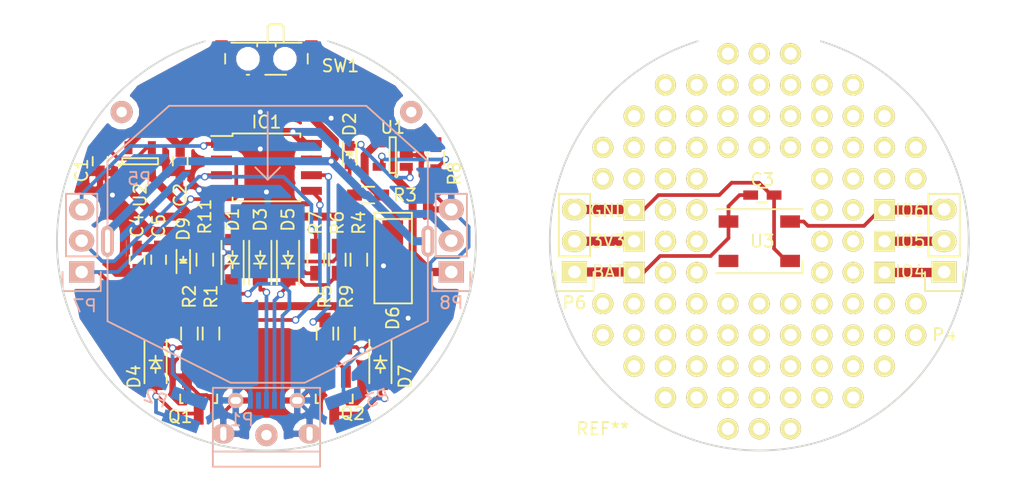
<source format=kicad_pcb>
(kicad_pcb (version 4) (host pcbnew 4.0.4+dfsg1-stable)

  (general
    (links 84)
    (no_connects 6)
    (area 28.3 30.275 111.580953 70.375)
    (thickness 1.6)
    (drawings 14)
    (tracks 377)
    (zones 0)
    (modules 42)
    (nets 28)
  )

  (page A4)
  (layers
    (0 F.Cu signal)
    (31 B.Cu signal)
    (32 B.Adhes user)
    (33 F.Adhes user)
    (34 B.Paste user)
    (35 F.Paste user)
    (36 B.SilkS user)
    (37 F.SilkS user)
    (38 B.Mask user)
    (39 F.Mask user)
    (40 Dwgs.User user)
    (41 Cmts.User user)
    (42 Eco1.User user)
    (43 Eco2.User user)
    (44 Edge.Cuts user)
    (45 Margin user)
    (46 B.CrtYd user)
    (47 F.CrtYd user)
    (48 B.Fab user)
    (49 F.Fab user)
  )

  (setup
    (last_trace_width 0.3)
    (trace_clearance 0.2)
    (zone_clearance 0.508)
    (zone_45_only no)
    (trace_min 0.2)
    (segment_width 0.2)
    (edge_width 0.15)
    (via_size 0.6)
    (via_drill 0.4)
    (via_min_size 0.4)
    (via_min_drill 0.3)
    (uvia_size 0.3)
    (uvia_drill 0.1)
    (uvias_allowed no)
    (uvia_min_size 0.2)
    (uvia_min_drill 0.1)
    (pcb_text_width 0.15)
    (pcb_text_size 1 1)
    (mod_edge_width 0.15)
    (mod_text_size 1 1)
    (mod_text_width 0.15)
    (pad_size 1.7 1.7)
    (pad_drill 1)
    (pad_to_mask_clearance 0.2)
    (aux_axis_origin 0 0)
    (visible_elements FFFED7FF)
    (pcbplotparams
      (layerselection 0x00030_80000001)
      (usegerberextensions false)
      (excludeedgelayer true)
      (linewidth 0.100000)
      (plotframeref false)
      (viasonmask false)
      (mode 1)
      (useauxorigin false)
      (hpglpennumber 1)
      (hpglpenspeed 20)
      (hpglpendiameter 15)
      (hpglpenoverlay 2)
      (psnegative false)
      (psa4output false)
      (plotreference true)
      (plotvalue true)
      (plotinvisibletext false)
      (padsonsilk false)
      (subtractmaskfromsilk false)
      (outputformat 1)
      (mirror false)
      (drillshape 1)
      (scaleselection 1)
      (outputdirectory ""))
  )

  (net 0 "")
  (net 1 GND)
  (net 2 "Net-(C1-Pad2)")
  (net 3 +3V3)
  (net 4 +BATT)
  (net 5 +5V)
  (net 6 "Net-(D1-Pad1)")
  (net 7 "Net-(D2-Pad2)")
  (net 8 "Net-(D2-Pad1)")
  (net 9 "Net-(D3-Pad1)")
  (net 10 "Net-(D4-Pad1)")
  (net 11 "Net-(D4-Pad2)")
  (net 12 "Net-(D5-Pad1)")
  (net 13 "Net-(D7-Pad1)")
  (net 14 "Net-(D7-Pad2)")
  (net 15 /RIGHT)
  (net 16 "Net-(D9-Pad1)")
  (net 17 /DIN)
  (net 18 /IO4)
  (net 19 /IO5)
  (net 20 /LEFT)
  (net 21 /VOL)
  (net 22 "Net-(P1-Pad4)")
  (net 23 "Net-(Q1-Pad1)")
  (net 24 "Net-(Q2-Pad1)")
  (net 25 "Net-(R8-Pad2)")
  (net 26 "Net-(SW1-Pad3)")
  (net 27 "Net-(U3-Pad2)")

  (net_class Default "This is the default net class."
    (clearance 0.2)
    (trace_width 0.3)
    (via_dia 0.6)
    (via_drill 0.4)
    (uvia_dia 0.3)
    (uvia_drill 0.1)
    (add_net +3V3)
    (add_net +5V)
    (add_net +BATT)
    (add_net /DIN)
    (add_net /IO4)
    (add_net /IO5)
    (add_net /LEFT)
    (add_net /RIGHT)
    (add_net /VOL)
    (add_net GND)
    (add_net "Net-(C1-Pad2)")
    (add_net "Net-(D1-Pad1)")
    (add_net "Net-(D2-Pad1)")
    (add_net "Net-(D2-Pad2)")
    (add_net "Net-(D3-Pad1)")
    (add_net "Net-(D4-Pad1)")
    (add_net "Net-(D4-Pad2)")
    (add_net "Net-(D5-Pad1)")
    (add_net "Net-(D7-Pad1)")
    (add_net "Net-(D7-Pad2)")
    (add_net "Net-(D9-Pad1)")
    (add_net "Net-(P1-Pad4)")
    (add_net "Net-(Q1-Pad1)")
    (add_net "Net-(Q2-Pad1)")
    (add_net "Net-(R8-Pad2)")
    (add_net "Net-(SW1-Pad3)")
    (add_net "Net-(U3-Pad2)")
  )

  (module Capacitors_SMD:C_0603_HandSoldering (layer F.Cu) (tedit 5839B1F7) (tstamp 58393658)
    (at 36.5 43.5 90)
    (descr "Capacitor SMD 0603, hand soldering")
    (tags "capacitor 0603")
    (path /58390AD0)
    (attr smd)
    (fp_text reference C1 (at -0.75 -1.5 90) (layer F.SilkS)
      (effects (font (size 1 1) (thickness 0.15)))
    )
    (fp_text value 470PF (at 0 1.9 90) (layer F.Fab)
      (effects (font (size 1 1) (thickness 0.15)))
    )
    (fp_line (start -1.85 -0.75) (end 1.85 -0.75) (layer F.CrtYd) (width 0.05))
    (fp_line (start -1.85 0.75) (end 1.85 0.75) (layer F.CrtYd) (width 0.05))
    (fp_line (start -1.85 -0.75) (end -1.85 0.75) (layer F.CrtYd) (width 0.05))
    (fp_line (start 1.85 -0.75) (end 1.85 0.75) (layer F.CrtYd) (width 0.05))
    (fp_line (start -0.35 -0.6) (end 0.35 -0.6) (layer F.SilkS) (width 0.15))
    (fp_line (start 0.35 0.6) (end -0.35 0.6) (layer F.SilkS) (width 0.15))
    (pad 1 smd rect (at -0.95 0 90) (size 1.2 0.75) (layers F.Cu F.Paste F.Mask)
      (net 1 GND))
    (pad 2 smd rect (at 0.95 0 90) (size 1.2 0.75) (layers F.Cu F.Paste F.Mask)
      (net 2 "Net-(C1-Pad2)"))
    (model Capacitors_SMD.3dshapes/C_0603_HandSoldering.wrl
      (at (xyz 0 0 0))
      (scale (xyz 1 1 1))
      (rotate (xyz 0 0 0))
    )
  )

  (module Capacitors_SMD:C_0603_HandSoldering (layer F.Cu) (tedit 5839AD35) (tstamp 5839365E)
    (at 43 43.5 90)
    (descr "Capacitor SMD 0603, hand soldering")
    (tags "capacitor 0603")
    (path /583A04EF)
    (attr smd)
    (fp_text reference C2 (at -2.75 0 90) (layer F.SilkS)
      (effects (font (size 1 1) (thickness 0.15)))
    )
    (fp_text value 2.2uF (at 0 1.9 90) (layer F.Fab)
      (effects (font (size 1 1) (thickness 0.15)))
    )
    (fp_line (start -1.85 -0.75) (end 1.85 -0.75) (layer F.CrtYd) (width 0.05))
    (fp_line (start -1.85 0.75) (end 1.85 0.75) (layer F.CrtYd) (width 0.05))
    (fp_line (start -1.85 -0.75) (end -1.85 0.75) (layer F.CrtYd) (width 0.05))
    (fp_line (start 1.85 -0.75) (end 1.85 0.75) (layer F.CrtYd) (width 0.05))
    (fp_line (start -0.35 -0.6) (end 0.35 -0.6) (layer F.SilkS) (width 0.15))
    (fp_line (start 0.35 0.6) (end -0.35 0.6) (layer F.SilkS) (width 0.15))
    (pad 1 smd rect (at -0.95 0 90) (size 1.2 0.75) (layers F.Cu F.Paste F.Mask)
      (net 1 GND))
    (pad 2 smd rect (at 0.95 0 90) (size 1.2 0.75) (layers F.Cu F.Paste F.Mask)
      (net 3 +3V3))
    (model Capacitors_SMD.3dshapes/C_0603_HandSoldering.wrl
      (at (xyz 0 0 0))
      (scale (xyz 1 1 1))
      (rotate (xyz 0 0 0))
    )
  )

  (module Capacitors_SMD:C_0603_HandSoldering (layer F.Cu) (tedit 5839A881) (tstamp 5839366A)
    (at 39.5 51.5 270)
    (descr "Capacitor SMD 0603, hand soldering")
    (tags "capacitor 0603")
    (path /58390AC4)
    (attr smd)
    (fp_text reference C4 (at -2.75 0 270) (layer F.SilkS)
      (effects (font (size 1 1) (thickness 0.15)))
    )
    (fp_text value 4.7uF (at 0 1.9 270) (layer F.Fab)
      (effects (font (size 1 1) (thickness 0.15)))
    )
    (fp_line (start -1.85 -0.75) (end 1.85 -0.75) (layer F.CrtYd) (width 0.05))
    (fp_line (start -1.85 0.75) (end 1.85 0.75) (layer F.CrtYd) (width 0.05))
    (fp_line (start -1.85 -0.75) (end -1.85 0.75) (layer F.CrtYd) (width 0.05))
    (fp_line (start 1.85 -0.75) (end 1.85 0.75) (layer F.CrtYd) (width 0.05))
    (fp_line (start -0.35 -0.6) (end 0.35 -0.6) (layer F.SilkS) (width 0.15))
    (fp_line (start 0.35 0.6) (end -0.35 0.6) (layer F.SilkS) (width 0.15))
    (pad 1 smd rect (at -0.95 0 270) (size 1.2 0.75) (layers F.Cu F.Paste F.Mask)
      (net 5 +5V))
    (pad 2 smd rect (at 0.95 0 270) (size 1.2 0.75) (layers F.Cu F.Paste F.Mask)
      (net 1 GND))
    (model Capacitors_SMD.3dshapes/C_0603_HandSoldering.wrl
      (at (xyz 0 0 0))
      (scale (xyz 1 1 1))
      (rotate (xyz 0 0 0))
    )
  )

  (module Capacitors_SMD:C_0603_HandSoldering (layer F.Cu) (tedit 5839A884) (tstamp 58393670)
    (at 41.25 51.5 270)
    (descr "Capacitor SMD 0603, hand soldering")
    (tags "capacitor 0603")
    (path /58390AC5)
    (attr smd)
    (fp_text reference C5 (at -2.75 0 270) (layer F.SilkS)
      (effects (font (size 1 1) (thickness 0.15)))
    )
    (fp_text value 0.1uF (at 0 1.9 270) (layer F.Fab)
      (effects (font (size 1 1) (thickness 0.15)))
    )
    (fp_line (start -1.85 -0.75) (end 1.85 -0.75) (layer F.CrtYd) (width 0.05))
    (fp_line (start -1.85 0.75) (end 1.85 0.75) (layer F.CrtYd) (width 0.05))
    (fp_line (start -1.85 -0.75) (end -1.85 0.75) (layer F.CrtYd) (width 0.05))
    (fp_line (start 1.85 -0.75) (end 1.85 0.75) (layer F.CrtYd) (width 0.05))
    (fp_line (start -0.35 -0.6) (end 0.35 -0.6) (layer F.SilkS) (width 0.15))
    (fp_line (start 0.35 0.6) (end -0.35 0.6) (layer F.SilkS) (width 0.15))
    (pad 1 smd rect (at -0.95 0 270) (size 1.2 0.75) (layers F.Cu F.Paste F.Mask)
      (net 5 +5V))
    (pad 2 smd rect (at 0.95 0 270) (size 1.2 0.75) (layers F.Cu F.Paste F.Mask)
      (net 1 GND))
    (model Capacitors_SMD.3dshapes/C_0603_HandSoldering.wrl
      (at (xyz 0 0 0))
      (scale (xyz 1 1 1))
      (rotate (xyz 0 0 0))
    )
  )

  (module Diodes_SMD:SOD-123 (layer F.Cu) (tedit 58399D76) (tstamp 58393676)
    (at 47.25 51.5 90)
    (descr SOD-123)
    (tags SOD-123)
    (path /58390AB2)
    (attr smd)
    (fp_text reference D1 (at 3.25 0 90) (layer F.SilkS)
      (effects (font (size 1 1) (thickness 0.15)))
    )
    (fp_text value S4 (at 0 2.1 90) (layer F.Fab)
      (effects (font (size 1 1) (thickness 0.15)))
    )
    (fp_line (start 0.3175 0) (end 0.6985 0) (layer F.SilkS) (width 0.15))
    (fp_line (start -0.6985 0) (end -0.3175 0) (layer F.SilkS) (width 0.15))
    (fp_line (start -0.3175 0) (end 0.3175 -0.381) (layer F.SilkS) (width 0.15))
    (fp_line (start 0.3175 -0.381) (end 0.3175 0.381) (layer F.SilkS) (width 0.15))
    (fp_line (start 0.3175 0.381) (end -0.3175 0) (layer F.SilkS) (width 0.15))
    (fp_line (start -0.3175 -0.508) (end -0.3175 0.508) (layer F.SilkS) (width 0.15))
    (fp_line (start -2.25 -1.05) (end 2.25 -1.05) (layer F.CrtYd) (width 0.05))
    (fp_line (start 2.25 -1.05) (end 2.25 1.05) (layer F.CrtYd) (width 0.05))
    (fp_line (start 2.25 1.05) (end -2.25 1.05) (layer F.CrtYd) (width 0.05))
    (fp_line (start -2.25 -1.05) (end -2.25 1.05) (layer F.CrtYd) (width 0.05))
    (fp_line (start -2 0.9) (end 1.54 0.9) (layer F.SilkS) (width 0.15))
    (fp_line (start -2 -0.9) (end 1.54 -0.9) (layer F.SilkS) (width 0.15))
    (pad 1 smd rect (at -1.635 0 90) (size 0.91 1.22) (layers F.Cu F.Paste F.Mask)
      (net 6 "Net-(D1-Pad1)"))
    (pad 2 smd rect (at 1.635 0 90) (size 0.91 1.22) (layers F.Cu F.Paste F.Mask)
      (net 5 +5V))
  )

  (module LEDs:LED_0603 (layer F.Cu) (tedit 58399E98) (tstamp 5839367C)
    (at 56.75 43 270)
    (descr "LED 0603 smd package")
    (tags "LED led 0603 SMD smd SMT smt smdled SMDLED smtled SMTLED")
    (path /58390AC9)
    (attr smd)
    (fp_text reference D2 (at -2.5 0 270) (layer F.SilkS)
      (effects (font (size 1 1) (thickness 0.15)))
    )
    (fp_text value BLUE (at 0 1.5 270) (layer F.Fab)
      (effects (font (size 1 1) (thickness 0.15)))
    )
    (fp_line (start -0.3 -0.2) (end -0.3 0.2) (layer F.Fab) (width 0.15))
    (fp_line (start -0.2 0) (end 0.1 -0.2) (layer F.Fab) (width 0.15))
    (fp_line (start 0.1 0.2) (end -0.2 0) (layer F.Fab) (width 0.15))
    (fp_line (start 0.1 -0.2) (end 0.1 0.2) (layer F.Fab) (width 0.15))
    (fp_line (start 0.8 0.4) (end -0.8 0.4) (layer F.Fab) (width 0.15))
    (fp_line (start 0.8 -0.4) (end 0.8 0.4) (layer F.Fab) (width 0.15))
    (fp_line (start -0.8 -0.4) (end 0.8 -0.4) (layer F.Fab) (width 0.15))
    (fp_line (start -0.8 0.4) (end -0.8 -0.4) (layer F.Fab) (width 0.15))
    (fp_line (start -1.1 0.55) (end 0.8 0.55) (layer F.SilkS) (width 0.15))
    (fp_line (start -1.1 -0.55) (end 0.8 -0.55) (layer F.SilkS) (width 0.15))
    (fp_line (start -0.2 0) (end 0.25 0) (layer F.SilkS) (width 0.15))
    (fp_line (start -0.25 -0.25) (end -0.25 0.25) (layer F.SilkS) (width 0.15))
    (fp_line (start -0.25 0) (end 0 -0.25) (layer F.SilkS) (width 0.15))
    (fp_line (start 0 -0.25) (end 0 0.25) (layer F.SilkS) (width 0.15))
    (fp_line (start 0 0.25) (end -0.25 0) (layer F.SilkS) (width 0.15))
    (fp_line (start 1.4 -0.75) (end 1.4 0.75) (layer F.CrtYd) (width 0.05))
    (fp_line (start 1.4 0.75) (end -1.4 0.75) (layer F.CrtYd) (width 0.05))
    (fp_line (start -1.4 0.75) (end -1.4 -0.75) (layer F.CrtYd) (width 0.05))
    (fp_line (start -1.4 -0.75) (end 1.4 -0.75) (layer F.CrtYd) (width 0.05))
    (pad 2 smd rect (at 0.7493 0 90) (size 0.79756 0.79756) (layers F.Cu F.Paste F.Mask)
      (net 7 "Net-(D2-Pad2)"))
    (pad 1 smd rect (at -0.7493 0 90) (size 0.79756 0.79756) (layers F.Cu F.Paste F.Mask)
      (net 8 "Net-(D2-Pad1)"))
    (model LEDs.3dshapes/LED_0603.wrl
      (at (xyz 0 0 0))
      (scale (xyz 1 1 1))
      (rotate (xyz 0 0 180))
    )
  )

  (module Diodes_SMD:SOD-123 (layer F.Cu) (tedit 58399D74) (tstamp 58393682)
    (at 49.5 51.5 90)
    (descr SOD-123)
    (tags SOD-123)
    (path /58390AB0)
    (attr smd)
    (fp_text reference D3 (at 3.25 0 90) (layer F.SilkS)
      (effects (font (size 1 1) (thickness 0.15)))
    )
    (fp_text value W4 (at 0 2.1 90) (layer F.Fab)
      (effects (font (size 1 1) (thickness 0.15)))
    )
    (fp_line (start 0.3175 0) (end 0.6985 0) (layer F.SilkS) (width 0.15))
    (fp_line (start -0.6985 0) (end -0.3175 0) (layer F.SilkS) (width 0.15))
    (fp_line (start -0.3175 0) (end 0.3175 -0.381) (layer F.SilkS) (width 0.15))
    (fp_line (start 0.3175 -0.381) (end 0.3175 0.381) (layer F.SilkS) (width 0.15))
    (fp_line (start 0.3175 0.381) (end -0.3175 0) (layer F.SilkS) (width 0.15))
    (fp_line (start -0.3175 -0.508) (end -0.3175 0.508) (layer F.SilkS) (width 0.15))
    (fp_line (start -2.25 -1.05) (end 2.25 -1.05) (layer F.CrtYd) (width 0.05))
    (fp_line (start 2.25 -1.05) (end 2.25 1.05) (layer F.CrtYd) (width 0.05))
    (fp_line (start 2.25 1.05) (end -2.25 1.05) (layer F.CrtYd) (width 0.05))
    (fp_line (start -2.25 -1.05) (end -2.25 1.05) (layer F.CrtYd) (width 0.05))
    (fp_line (start -2 0.9) (end 1.54 0.9) (layer F.SilkS) (width 0.15))
    (fp_line (start -2 -0.9) (end 1.54 -0.9) (layer F.SilkS) (width 0.15))
    (pad 1 smd rect (at -1.635 0 90) (size 0.91 1.22) (layers F.Cu F.Paste F.Mask)
      (net 9 "Net-(D3-Pad1)"))
    (pad 2 smd rect (at 1.635 0 90) (size 0.91 1.22) (layers F.Cu F.Paste F.Mask)
      (net 1 GND))
  )

  (module Diodes_SMD:SOD-123 (layer F.Cu) (tedit 5839560B) (tstamp 58393688)
    (at 41 60 270)
    (descr SOD-123)
    (tags SOD-123)
    (path /58395C02)
    (attr smd)
    (fp_text reference D4 (at 1 1.75 270) (layer F.SilkS)
      (effects (font (size 1 1) (thickness 0.15)))
    )
    (fp_text value S4 (at 0 2.1 270) (layer F.Fab)
      (effects (font (size 1 1) (thickness 0.15)))
    )
    (fp_line (start 0.3175 0) (end 0.6985 0) (layer F.SilkS) (width 0.15))
    (fp_line (start -0.6985 0) (end -0.3175 0) (layer F.SilkS) (width 0.15))
    (fp_line (start -0.3175 0) (end 0.3175 -0.381) (layer F.SilkS) (width 0.15))
    (fp_line (start 0.3175 -0.381) (end 0.3175 0.381) (layer F.SilkS) (width 0.15))
    (fp_line (start 0.3175 0.381) (end -0.3175 0) (layer F.SilkS) (width 0.15))
    (fp_line (start -0.3175 -0.508) (end -0.3175 0.508) (layer F.SilkS) (width 0.15))
    (fp_line (start -2.25 -1.05) (end 2.25 -1.05) (layer F.CrtYd) (width 0.05))
    (fp_line (start 2.25 -1.05) (end 2.25 1.05) (layer F.CrtYd) (width 0.05))
    (fp_line (start 2.25 1.05) (end -2.25 1.05) (layer F.CrtYd) (width 0.05))
    (fp_line (start -2.25 -1.05) (end -2.25 1.05) (layer F.CrtYd) (width 0.05))
    (fp_line (start -2 0.9) (end 1.54 0.9) (layer F.SilkS) (width 0.15))
    (fp_line (start -2 -0.9) (end 1.54 -0.9) (layer F.SilkS) (width 0.15))
    (pad 1 smd rect (at -1.635 0 270) (size 0.91 1.22) (layers F.Cu F.Paste F.Mask)
      (net 10 "Net-(D4-Pad1)"))
    (pad 2 smd rect (at 1.635 0 270) (size 0.91 1.22) (layers F.Cu F.Paste F.Mask)
      (net 11 "Net-(D4-Pad2)"))
  )

  (module Diodes_SMD:SOD-123 (layer F.Cu) (tedit 58399D70) (tstamp 5839368E)
    (at 51.75 51.5 90)
    (descr SOD-123)
    (tags SOD-123)
    (path /58390AB1)
    (attr smd)
    (fp_text reference D5 (at 3.25 0 90) (layer F.SilkS)
      (effects (font (size 1 1) (thickness 0.15)))
    )
    (fp_text value W4 (at 0 2.1 90) (layer F.Fab)
      (effects (font (size 1 1) (thickness 0.15)))
    )
    (fp_line (start 0.3175 0) (end 0.6985 0) (layer F.SilkS) (width 0.15))
    (fp_line (start -0.6985 0) (end -0.3175 0) (layer F.SilkS) (width 0.15))
    (fp_line (start -0.3175 0) (end 0.3175 -0.381) (layer F.SilkS) (width 0.15))
    (fp_line (start 0.3175 -0.381) (end 0.3175 0.381) (layer F.SilkS) (width 0.15))
    (fp_line (start 0.3175 0.381) (end -0.3175 0) (layer F.SilkS) (width 0.15))
    (fp_line (start -0.3175 -0.508) (end -0.3175 0.508) (layer F.SilkS) (width 0.15))
    (fp_line (start -2.25 -1.05) (end 2.25 -1.05) (layer F.CrtYd) (width 0.05))
    (fp_line (start 2.25 -1.05) (end 2.25 1.05) (layer F.CrtYd) (width 0.05))
    (fp_line (start 2.25 1.05) (end -2.25 1.05) (layer F.CrtYd) (width 0.05))
    (fp_line (start -2.25 -1.05) (end -2.25 1.05) (layer F.CrtYd) (width 0.05))
    (fp_line (start -2 0.9) (end 1.54 0.9) (layer F.SilkS) (width 0.15))
    (fp_line (start -2 -0.9) (end 1.54 -0.9) (layer F.SilkS) (width 0.15))
    (pad 1 smd rect (at -1.635 0 90) (size 0.91 1.22) (layers F.Cu F.Paste F.Mask)
      (net 12 "Net-(D5-Pad1)"))
    (pad 2 smd rect (at 1.635 0 90) (size 0.91 1.22) (layers F.Cu F.Paste F.Mask)
      (net 1 GND))
  )

  (module LCD7th:B340A (layer F.Cu) (tedit 5839AB69) (tstamp 58393694)
    (at 58.25 51.75 270)
    (path /58390ACB)
    (fp_text reference D6 (at 4.5 -2 270) (layer F.SilkS)
      (effects (font (size 1 1) (thickness 0.15)))
    )
    (fp_text value B340A (at 0 1.27 270) (layer F.Fab)
      (effects (font (size 1 1) (thickness 0.15)))
    )
    (fp_line (start 3.048 -0.508) (end 3.302 -0.508) (layer F.SilkS) (width 0.15))
    (fp_line (start 3.302 -0.508) (end 3.302 -3.556) (layer F.SilkS) (width 0.15))
    (fp_line (start 3.302 -3.556) (end 3.048 -3.556) (layer F.SilkS) (width 0.15))
    (fp_line (start -3.556 -0.508) (end -3.556 -3.556) (layer F.SilkS) (width 0.15))
    (fp_line (start -3.556 -3.556) (end -4.064 -3.556) (layer F.SilkS) (width 0.15))
    (fp_line (start -4.064 -3.556) (end -4.064 -0.508) (layer F.SilkS) (width 0.15))
    (fp_line (start -4.064 -0.508) (end 3.048 -0.508) (layer F.SilkS) (width 0.15))
    (fp_line (start 3.048 -3.556) (end -3.556 -3.556) (layer F.SilkS) (width 0.15))
    (pad 1 smd rect (at -2.35 -2 270) (size 2.2 1.68) (layers F.Cu F.Paste F.Mask)
      (net 5 +5V))
    (pad 2 smd rect (at 2.1 -2 270) (size 2.2 1.68) (layers F.Cu F.Paste F.Mask)
      (net 4 +BATT))
  )

  (module Diodes_SMD:SOD-123 (layer F.Cu) (tedit 583955E8) (tstamp 5839369A)
    (at 59.25 60 270)
    (descr SOD-123)
    (tags SOD-123)
    (path /58396017)
    (attr smd)
    (fp_text reference D7 (at 1 -2 270) (layer F.SilkS)
      (effects (font (size 1 1) (thickness 0.15)))
    )
    (fp_text value S4 (at 0 2.1 270) (layer F.Fab)
      (effects (font (size 1 1) (thickness 0.15)))
    )
    (fp_line (start 0.3175 0) (end 0.6985 0) (layer F.SilkS) (width 0.15))
    (fp_line (start -0.6985 0) (end -0.3175 0) (layer F.SilkS) (width 0.15))
    (fp_line (start -0.3175 0) (end 0.3175 -0.381) (layer F.SilkS) (width 0.15))
    (fp_line (start 0.3175 -0.381) (end 0.3175 0.381) (layer F.SilkS) (width 0.15))
    (fp_line (start 0.3175 0.381) (end -0.3175 0) (layer F.SilkS) (width 0.15))
    (fp_line (start -0.3175 -0.508) (end -0.3175 0.508) (layer F.SilkS) (width 0.15))
    (fp_line (start -2.25 -1.05) (end 2.25 -1.05) (layer F.CrtYd) (width 0.05))
    (fp_line (start 2.25 -1.05) (end 2.25 1.05) (layer F.CrtYd) (width 0.05))
    (fp_line (start 2.25 1.05) (end -2.25 1.05) (layer F.CrtYd) (width 0.05))
    (fp_line (start -2.25 -1.05) (end -2.25 1.05) (layer F.CrtYd) (width 0.05))
    (fp_line (start -2 0.9) (end 1.54 0.9) (layer F.SilkS) (width 0.15))
    (fp_line (start -2 -0.9) (end 1.54 -0.9) (layer F.SilkS) (width 0.15))
    (pad 1 smd rect (at -1.635 0 270) (size 0.91 1.22) (layers F.Cu F.Paste F.Mask)
      (net 13 "Net-(D7-Pad1)"))
    (pad 2 smd rect (at 1.635 0 270) (size 0.91 1.22) (layers F.Cu F.Paste F.Mask)
      (net 14 "Net-(D7-Pad2)"))
  )

  (module LEDs:LED_0603 (layer F.Cu) (tedit 5839AB8F) (tstamp 583936A6)
    (at 43.25 51.5 90)
    (descr "LED 0603 smd package")
    (tags "LED led 0603 SMD smd SMT smt smdled SMDLED smtled SMTLED")
    (path /58390ABE)
    (attr smd)
    (fp_text reference D9 (at 2.5 0 90) (layer F.SilkS)
      (effects (font (size 1 1) (thickness 0.15)))
    )
    (fp_text value BLUE (at -3.5 0.5 90) (layer F.Fab)
      (effects (font (size 1 1) (thickness 0.15)))
    )
    (fp_line (start -0.3 -0.2) (end -0.3 0.2) (layer F.Fab) (width 0.15))
    (fp_line (start -0.2 0) (end 0.1 -0.2) (layer F.Fab) (width 0.15))
    (fp_line (start 0.1 0.2) (end -0.2 0) (layer F.Fab) (width 0.15))
    (fp_line (start 0.1 -0.2) (end 0.1 0.2) (layer F.Fab) (width 0.15))
    (fp_line (start 0.8 0.4) (end -0.8 0.4) (layer F.Fab) (width 0.15))
    (fp_line (start 0.8 -0.4) (end 0.8 0.4) (layer F.Fab) (width 0.15))
    (fp_line (start -0.8 -0.4) (end 0.8 -0.4) (layer F.Fab) (width 0.15))
    (fp_line (start -0.8 0.4) (end -0.8 -0.4) (layer F.Fab) (width 0.15))
    (fp_line (start -1.1 0.55) (end 0.8 0.55) (layer F.SilkS) (width 0.15))
    (fp_line (start -1.1 -0.55) (end 0.8 -0.55) (layer F.SilkS) (width 0.15))
    (fp_line (start -0.2 0) (end 0.25 0) (layer F.SilkS) (width 0.15))
    (fp_line (start -0.25 -0.25) (end -0.25 0.25) (layer F.SilkS) (width 0.15))
    (fp_line (start -0.25 0) (end 0 -0.25) (layer F.SilkS) (width 0.15))
    (fp_line (start 0 -0.25) (end 0 0.25) (layer F.SilkS) (width 0.15))
    (fp_line (start 0 0.25) (end -0.25 0) (layer F.SilkS) (width 0.15))
    (fp_line (start 1.4 -0.75) (end 1.4 0.75) (layer F.CrtYd) (width 0.05))
    (fp_line (start 1.4 0.75) (end -1.4 0.75) (layer F.CrtYd) (width 0.05))
    (fp_line (start -1.4 0.75) (end -1.4 -0.75) (layer F.CrtYd) (width 0.05))
    (fp_line (start -1.4 -0.75) (end 1.4 -0.75) (layer F.CrtYd) (width 0.05))
    (pad 2 smd rect (at 0.7493 0 270) (size 0.79756 0.79756) (layers F.Cu F.Paste F.Mask)
      (net 5 +5V))
    (pad 1 smd rect (at -0.7493 0 270) (size 0.79756 0.79756) (layers F.Cu F.Paste F.Mask)
      (net 16 "Net-(D9-Pad1)"))
    (model LEDs.3dshapes/LED_0603.wrl
      (at (xyz 0 0 0))
      (scale (xyz 1 1 1))
      (rotate (xyz 0 0 180))
    )
  )

  (module Housings_SOIC:SOIJ-8_5.3x5.3mm_Pitch1.27mm (layer F.Cu) (tedit 54130A77) (tstamp 583936B2)
    (at 50 44)
    (descr "8-Lead Plastic Small Outline (SM) - Medium, 5.28 mm Body [SOIC] (see Microchip Packaging Specification 00000049BS.pdf)")
    (tags "SOIC 1.27")
    (path /58390AB4)
    (attr smd)
    (fp_text reference IC1 (at 0 -3.68) (layer F.SilkS)
      (effects (font (size 1 1) (thickness 0.15)))
    )
    (fp_text value ATTINY85-S (at 0 3.68) (layer F.Fab)
      (effects (font (size 1 1) (thickness 0.15)))
    )
    (fp_circle (center -2 -2) (end -2.25 -2) (layer F.Fab) (width 0.15))
    (fp_line (start -2.65 2.65) (end -2.65 -2.65) (layer F.Fab) (width 0.15))
    (fp_line (start 2.65 2.65) (end -2.65 2.65) (layer F.Fab) (width 0.15))
    (fp_line (start 2.65 -2.65) (end 2.65 2.65) (layer F.Fab) (width 0.15))
    (fp_line (start -2.65 -2.65) (end 2.65 -2.65) (layer F.Fab) (width 0.15))
    (fp_line (start -4.75 -2.95) (end -4.75 2.95) (layer F.CrtYd) (width 0.05))
    (fp_line (start 4.75 -2.95) (end 4.75 2.95) (layer F.CrtYd) (width 0.05))
    (fp_line (start -4.75 -2.95) (end 4.75 -2.95) (layer F.CrtYd) (width 0.05))
    (fp_line (start -4.75 2.95) (end 4.75 2.95) (layer F.CrtYd) (width 0.05))
    (fp_line (start -2.75 -2.755) (end -2.75 -2.55) (layer F.SilkS) (width 0.15))
    (fp_line (start 2.75 -2.755) (end 2.75 -2.455) (layer F.SilkS) (width 0.15))
    (fp_line (start 2.75 2.755) (end 2.75 2.455) (layer F.SilkS) (width 0.15))
    (fp_line (start -2.75 2.755) (end -2.75 2.455) (layer F.SilkS) (width 0.15))
    (fp_line (start -2.75 -2.755) (end 2.75 -2.755) (layer F.SilkS) (width 0.15))
    (fp_line (start -2.75 2.755) (end 2.75 2.755) (layer F.SilkS) (width 0.15))
    (fp_line (start -2.75 -2.55) (end -4.5 -2.55) (layer F.SilkS) (width 0.15))
    (pad 1 smd rect (at -3.65 -1.905) (size 1.7 0.65) (layers F.Cu F.Paste F.Mask)
      (net 17 /DIN))
    (pad 2 smd rect (at -3.65 -0.635) (size 1.7 0.65) (layers F.Cu F.Paste F.Mask)
      (net 18 /IO4))
    (pad 3 smd rect (at -3.65 0.635) (size 1.7 0.65) (layers F.Cu F.Paste F.Mask)
      (net 19 /IO5))
    (pad 4 smd rect (at -3.65 1.905) (size 1.7 0.65) (layers F.Cu F.Paste F.Mask)
      (net 1 GND))
    (pad 5 smd rect (at 3.65 1.905) (size 1.7 0.65) (layers F.Cu F.Paste F.Mask)
      (net 20 /LEFT))
    (pad 6 smd rect (at 3.65 0.635) (size 1.7 0.65) (layers F.Cu F.Paste F.Mask)
      (net 15 /RIGHT))
    (pad 7 smd rect (at 3.65 -0.635) (size 1.7 0.65) (layers F.Cu F.Paste F.Mask)
      (net 21 /VOL))
    (pad 8 smd rect (at 3.65 -1.905) (size 1.7 0.65) (layers F.Cu F.Paste F.Mask)
      (net 3 +3V3))
    (model Housings_SOIC.3dshapes/SOIJ-8_5.3x5.3mm_Pitch1.27mm.wrl
      (at (xyz 0 0 0))
      (scale (xyz 1 1 1))
      (rotate (xyz 0 0 0))
    )
  )

  (module SmartEye:USB_Micro-B (layer B.Cu) (tedit 58399F6A) (tstamp 583936BF)
    (at 50 64.5 180)
    (descr "Micro USB Type B Receptacle")
    (tags "USB USB_B USB_micro USB_OTG")
    (path /58390AAE)
    (attr smd)
    (fp_text reference P1 (at 2 0 180) (layer B.SilkS)
      (effects (font (size 1 1) (thickness 0.15)) (justify mirror))
    )
    (fp_text value USB_OTG (at 0 -4.8 180) (layer B.Fab)
      (effects (font (size 1 1) (thickness 0.15)) (justify mirror))
    )
    (fp_line (start -4.6 2.8) (end 4.6 2.8) (layer B.CrtYd) (width 0.05))
    (fp_line (start 4.6 2.8) (end 4.6 -4.05) (layer B.CrtYd) (width 0.05))
    (fp_line (start 4.6 -4.05) (end -4.6 -4.05) (layer B.CrtYd) (width 0.05))
    (fp_line (start -4.6 -4.05) (end -4.6 2.8) (layer B.CrtYd) (width 0.05))
    (fp_line (start -4.3509 -3.81746) (end 4.3491 -3.81746) (layer B.SilkS) (width 0.15))
    (fp_line (start -4.3509 2.58754) (end 4.3491 2.58754) (layer B.SilkS) (width 0.15))
    (fp_line (start 4.3491 2.58754) (end 4.3491 -3.81746) (layer B.SilkS) (width 0.15))
    (fp_line (start 4.3491 -2.58746) (end -4.3509 -2.58746) (layer B.SilkS) (width 0.15))
    (fp_line (start -4.3509 -3.81746) (end -4.3509 2.58754) (layer B.SilkS) (width 0.15))
    (pad 1 smd rect (at -1.3009 1.56254 90) (size 1.35 0.4) (layers B.Cu B.Paste B.Mask)
      (net 6 "Net-(D1-Pad1)"))
    (pad 2 smd rect (at -0.6509 1.56254 90) (size 1.35 0.4) (layers B.Cu B.Paste B.Mask)
      (net 12 "Net-(D5-Pad1)"))
    (pad 3 smd rect (at -0.0009 1.56254 90) (size 1.35 0.4) (layers B.Cu B.Paste B.Mask)
      (net 9 "Net-(D3-Pad1)"))
    (pad 4 smd rect (at 0.6491 1.56254 90) (size 1.35 0.4) (layers B.Cu B.Paste B.Mask)
      (net 22 "Net-(P1-Pad4)"))
    (pad 5 smd rect (at 1.2991 1.56254 90) (size 1.35 0.4) (layers B.Cu B.Paste B.Mask)
      (net 1 GND))
    (pad 6 thru_hole oval (at -2.5009 1.56254 90) (size 1.25 1.25) (drill oval 0.55 0.85) (layers *.Cu *.Mask B.SilkS)
      (net 1 GND))
    (pad 6 thru_hole oval (at 2.4991 1.56254 90) (size 1.25 1.25) (drill oval 0.55 0.85) (layers *.Cu *.Mask B.SilkS)
      (net 1 GND))
    (pad 6 thru_hole oval (at -3.5009 -1.13746 90) (size 1.55 1.8) (drill oval 1.15 0.5) (layers *.Cu *.Mask B.SilkS)
      (net 1 GND))
    (pad 6 thru_hole oval (at 3.4991 -1.13746 90) (size 1.55 1.8) (drill oval 1.15 0.5) (layers *.Cu *.Mask B.SilkS)
      (net 1 GND))
  )

  (module TO_SOT_Packages_SMD:SOT-23_Handsoldering (layer F.Cu) (tedit 583953A6) (tstamp 58393701)
    (at 44.5 62.5 180)
    (descr "SOT-23, Handsoldering")
    (tags SOT-23)
    (path /58393539)
    (attr smd)
    (fp_text reference Q1 (at 1.5 -1.75 180) (layer F.SilkS)
      (effects (font (size 1 1) (thickness 0.15)))
    )
    (fp_text value S8050 (at 0 3.81 180) (layer F.Fab)
      (effects (font (size 1 1) (thickness 0.15)))
    )
    (fp_line (start -1.49982 0.0508) (end -1.49982 -0.65024) (layer F.SilkS) (width 0.15))
    (fp_line (start -1.49982 -0.65024) (end -1.2509 -0.65024) (layer F.SilkS) (width 0.15))
    (fp_line (start 1.29916 -0.65024) (end 1.49982 -0.65024) (layer F.SilkS) (width 0.15))
    (fp_line (start 1.49982 -0.65024) (end 1.49982 0.0508) (layer F.SilkS) (width 0.15))
    (pad 1 smd rect (at -0.95 1.50114 180) (size 0.8001 1.80086) (layers F.Cu F.Paste F.Mask)
      (net 23 "Net-(Q1-Pad1)"))
    (pad 2 smd rect (at 0.95 1.50114 180) (size 0.8001 1.80086) (layers F.Cu F.Paste F.Mask)
      (net 1 GND))
    (pad 3 smd rect (at 0 -1.50114 180) (size 0.8001 1.80086) (layers F.Cu F.Paste F.Mask)
      (net 11 "Net-(D4-Pad2)"))
    (model TO_SOT_Packages_SMD.3dshapes/SOT-23_Handsoldering.wrl
      (at (xyz 0 0 0))
      (scale (xyz 1 1 1))
      (rotate (xyz 0 0 0))
    )
  )

  (module TO_SOT_Packages_SMD:SOT-23_Handsoldering (layer F.Cu) (tedit 5839548F) (tstamp 58393708)
    (at 55.5 62.5 180)
    (descr "SOT-23, Handsoldering")
    (tags SOT-23)
    (path /583945E1)
    (attr smd)
    (fp_text reference Q2 (at -1.5 -1.5 180) (layer F.SilkS)
      (effects (font (size 1 1) (thickness 0.15)))
    )
    (fp_text value S8050 (at 0 3.81 180) (layer F.Fab)
      (effects (font (size 1 1) (thickness 0.15)))
    )
    (fp_line (start -1.49982 0.0508) (end -1.49982 -0.65024) (layer F.SilkS) (width 0.15))
    (fp_line (start -1.49982 -0.65024) (end -1.2509 -0.65024) (layer F.SilkS) (width 0.15))
    (fp_line (start 1.29916 -0.65024) (end 1.49982 -0.65024) (layer F.SilkS) (width 0.15))
    (fp_line (start 1.49982 -0.65024) (end 1.49982 0.0508) (layer F.SilkS) (width 0.15))
    (pad 1 smd rect (at -0.95 1.50114 180) (size 0.8001 1.80086) (layers F.Cu F.Paste F.Mask)
      (net 24 "Net-(Q2-Pad1)"))
    (pad 2 smd rect (at 0.95 1.50114 180) (size 0.8001 1.80086) (layers F.Cu F.Paste F.Mask)
      (net 1 GND))
    (pad 3 smd rect (at 0 -1.50114 180) (size 0.8001 1.80086) (layers F.Cu F.Paste F.Mask)
      (net 14 "Net-(D7-Pad2)"))
    (model TO_SOT_Packages_SMD.3dshapes/SOT-23_Handsoldering.wrl
      (at (xyz 0 0 0))
      (scale (xyz 1 1 1))
      (rotate (xyz 0 0 0))
    )
  )

  (module Resistors_SMD:R_0603_HandSoldering (layer F.Cu) (tedit 5839541B) (tstamp 5839370E)
    (at 45.5 57.5 270)
    (descr "Resistor SMD 0603, hand soldering")
    (tags "resistor 0603")
    (path /583937AE)
    (attr smd)
    (fp_text reference R1 (at -3 0 270) (layer F.SilkS)
      (effects (font (size 1 1) (thickness 0.15)))
    )
    (fp_text value 470 (at 0 1.9 270) (layer F.Fab)
      (effects (font (size 1 1) (thickness 0.15)))
    )
    (fp_line (start -2 -0.8) (end 2 -0.8) (layer F.CrtYd) (width 0.05))
    (fp_line (start -2 0.8) (end 2 0.8) (layer F.CrtYd) (width 0.05))
    (fp_line (start -2 -0.8) (end -2 0.8) (layer F.CrtYd) (width 0.05))
    (fp_line (start 2 -0.8) (end 2 0.8) (layer F.CrtYd) (width 0.05))
    (fp_line (start 0.5 0.675) (end -0.5 0.675) (layer F.SilkS) (width 0.15))
    (fp_line (start -0.5 -0.675) (end 0.5 -0.675) (layer F.SilkS) (width 0.15))
    (pad 1 smd rect (at -1.1 0 270) (size 1.2 0.9) (layers F.Cu F.Paste F.Mask)
      (net 20 /LEFT))
    (pad 2 smd rect (at 1.1 0 270) (size 1.2 0.9) (layers F.Cu F.Paste F.Mask)
      (net 23 "Net-(Q1-Pad1)"))
    (model Resistors_SMD.3dshapes/R_0603_HandSoldering.wrl
      (at (xyz 0 0 0))
      (scale (xyz 1 1 1))
      (rotate (xyz 0 0 0))
    )
  )

  (module Resistors_SMD:R_0603_HandSoldering (layer F.Cu) (tedit 58395447) (tstamp 58393714)
    (at 43.75 57.5 270)
    (descr "Resistor SMD 0603, hand soldering")
    (tags "resistor 0603")
    (path /5839290D)
    (attr smd)
    (fp_text reference R2 (at -3 0 270) (layer F.SilkS)
      (effects (font (size 1 1) (thickness 0.15)))
    )
    (fp_text value 470 (at 0 1.9 270) (layer F.Fab)
      (effects (font (size 1 1) (thickness 0.15)))
    )
    (fp_line (start -2 -0.8) (end 2 -0.8) (layer F.CrtYd) (width 0.05))
    (fp_line (start -2 0.8) (end 2 0.8) (layer F.CrtYd) (width 0.05))
    (fp_line (start -2 -0.8) (end -2 0.8) (layer F.CrtYd) (width 0.05))
    (fp_line (start 2 -0.8) (end 2 0.8) (layer F.CrtYd) (width 0.05))
    (fp_line (start 0.5 0.675) (end -0.5 0.675) (layer F.SilkS) (width 0.15))
    (fp_line (start -0.5 -0.675) (end 0.5 -0.675) (layer F.SilkS) (width 0.15))
    (pad 1 smd rect (at -1.1 0 270) (size 1.2 0.9) (layers F.Cu F.Paste F.Mask)
      (net 4 +BATT))
    (pad 2 smd rect (at 1.1 0 270) (size 1.2 0.9) (layers F.Cu F.Paste F.Mask)
      (net 10 "Net-(D4-Pad1)"))
    (model Resistors_SMD.3dshapes/R_0603_HandSoldering.wrl
      (at (xyz 0 0 0))
      (scale (xyz 1 1 1))
      (rotate (xyz 0 0 0))
    )
  )

  (module Resistors_SMD:R_0603_HandSoldering (layer F.Cu) (tedit 5839A976) (tstamp 5839371A)
    (at 58.25 46.25 180)
    (descr "Resistor SMD 0603, hand soldering")
    (tags "resistor 0603")
    (path /58390AC8)
    (attr smd)
    (fp_text reference R3 (at -3 0 180) (layer F.SilkS)
      (effects (font (size 1 1) (thickness 0.15)))
    )
    (fp_text value 470 (at 0 1.9 180) (layer F.Fab)
      (effects (font (size 1 1) (thickness 0.15)))
    )
    (fp_line (start -2 -0.8) (end 2 -0.8) (layer F.CrtYd) (width 0.05))
    (fp_line (start -2 0.8) (end 2 0.8) (layer F.CrtYd) (width 0.05))
    (fp_line (start -2 -0.8) (end -2 0.8) (layer F.CrtYd) (width 0.05))
    (fp_line (start 2 -0.8) (end 2 0.8) (layer F.CrtYd) (width 0.05))
    (fp_line (start 0.5 0.675) (end -0.5 0.675) (layer F.SilkS) (width 0.15))
    (fp_line (start -0.5 -0.675) (end 0.5 -0.675) (layer F.SilkS) (width 0.15))
    (pad 1 smd rect (at -1.1 0 180) (size 1.2 0.9) (layers F.Cu F.Paste F.Mask)
      (net 5 +5V))
    (pad 2 smd rect (at 1.1 0 180) (size 1.2 0.9) (layers F.Cu F.Paste F.Mask)
      (net 7 "Net-(D2-Pad2)"))
    (model Resistors_SMD.3dshapes/R_0603_HandSoldering.wrl
      (at (xyz 0 0 0))
      (scale (xyz 1 1 1))
      (rotate (xyz 0 0 0))
    )
  )

  (module Resistors_SMD:R_0603_HandSoldering (layer F.Cu) (tedit 58399DE0) (tstamp 58393720)
    (at 57.5 51.5 90)
    (descr "Resistor SMD 0603, hand soldering")
    (tags "resistor 0603")
    (path /58390ABA)
    (attr smd)
    (fp_text reference R4 (at 3 0 90) (layer F.SilkS)
      (effects (font (size 1 1) (thickness 0.15)))
    )
    (fp_text value 1.5K (at 0 1.9 90) (layer F.Fab)
      (effects (font (size 1 1) (thickness 0.15)))
    )
    (fp_line (start -2 -0.8) (end 2 -0.8) (layer F.CrtYd) (width 0.05))
    (fp_line (start -2 0.8) (end 2 0.8) (layer F.CrtYd) (width 0.05))
    (fp_line (start -2 -0.8) (end -2 0.8) (layer F.CrtYd) (width 0.05))
    (fp_line (start 2 -0.8) (end 2 0.8) (layer F.CrtYd) (width 0.05))
    (fp_line (start 0.5 0.675) (end -0.5 0.675) (layer F.SilkS) (width 0.15))
    (fp_line (start -0.5 -0.675) (end 0.5 -0.675) (layer F.SilkS) (width 0.15))
    (pad 1 smd rect (at -1.1 0 90) (size 1.2 0.9) (layers F.Cu F.Paste F.Mask)
      (net 12 "Net-(D5-Pad1)"))
    (pad 2 smd rect (at 1.1 0 90) (size 1.2 0.9) (layers F.Cu F.Paste F.Mask)
      (net 5 +5V))
    (model Resistors_SMD.3dshapes/R_0603_HandSoldering.wrl
      (at (xyz 0 0 0))
      (scale (xyz 1 1 1))
      (rotate (xyz 0 0 0))
    )
  )

  (module Resistors_SMD:R_0603_HandSoldering (layer F.Cu) (tedit 58395594) (tstamp 58393726)
    (at 54.75 57.5 270)
    (descr "Resistor SMD 0603, hand soldering")
    (tags "resistor 0603")
    (path /583945E7)
    (attr smd)
    (fp_text reference R5 (at -3 0 270) (layer F.SilkS)
      (effects (font (size 1 1) (thickness 0.15)))
    )
    (fp_text value 470 (at 0 1.9 270) (layer F.Fab)
      (effects (font (size 1 1) (thickness 0.15)))
    )
    (fp_line (start -2 -0.8) (end 2 -0.8) (layer F.CrtYd) (width 0.05))
    (fp_line (start -2 0.8) (end 2 0.8) (layer F.CrtYd) (width 0.05))
    (fp_line (start -2 -0.8) (end -2 0.8) (layer F.CrtYd) (width 0.05))
    (fp_line (start 2 -0.8) (end 2 0.8) (layer F.CrtYd) (width 0.05))
    (fp_line (start 0.5 0.675) (end -0.5 0.675) (layer F.SilkS) (width 0.15))
    (fp_line (start -0.5 -0.675) (end 0.5 -0.675) (layer F.SilkS) (width 0.15))
    (pad 1 smd rect (at -1.1 0 270) (size 1.2 0.9) (layers F.Cu F.Paste F.Mask)
      (net 15 /RIGHT))
    (pad 2 smd rect (at 1.1 0 270) (size 1.2 0.9) (layers F.Cu F.Paste F.Mask)
      (net 24 "Net-(Q2-Pad1)"))
    (model Resistors_SMD.3dshapes/R_0603_HandSoldering.wrl
      (at (xyz 0 0 0))
      (scale (xyz 1 1 1))
      (rotate (xyz 0 0 0))
    )
  )

  (module Resistors_SMD:R_0603_HandSoldering (layer F.Cu) (tedit 58399DF7) (tstamp 5839372C)
    (at 55.75 51.5 270)
    (descr "Resistor SMD 0603, hand soldering")
    (tags "resistor 0603")
    (path /58390AB8)
    (attr smd)
    (fp_text reference R6 (at -3 0 270) (layer F.SilkS)
      (effects (font (size 1 1) (thickness 0.15)))
    )
    (fp_text value 68R (at 0 1.9 270) (layer F.Fab)
      (effects (font (size 1 1) (thickness 0.15)))
    )
    (fp_line (start -2 -0.8) (end 2 -0.8) (layer F.CrtYd) (width 0.05))
    (fp_line (start -2 0.8) (end 2 0.8) (layer F.CrtYd) (width 0.05))
    (fp_line (start -2 -0.8) (end -2 0.8) (layer F.CrtYd) (width 0.05))
    (fp_line (start 2 -0.8) (end 2 0.8) (layer F.CrtYd) (width 0.05))
    (fp_line (start 0.5 0.675) (end -0.5 0.675) (layer F.SilkS) (width 0.15))
    (fp_line (start -0.5 -0.675) (end 0.5 -0.675) (layer F.SilkS) (width 0.15))
    (pad 1 smd rect (at -1.1 0 270) (size 1.2 0.9) (layers F.Cu F.Paste F.Mask)
      (net 18 /IO4))
    (pad 2 smd rect (at 1.1 0 270) (size 1.2 0.9) (layers F.Cu F.Paste F.Mask)
      (net 12 "Net-(D5-Pad1)"))
    (model Resistors_SMD.3dshapes/R_0603_HandSoldering.wrl
      (at (xyz 0 0 0))
      (scale (xyz 1 1 1))
      (rotate (xyz 0 0 0))
    )
  )

  (module Resistors_SMD:R_0603_HandSoldering (layer F.Cu) (tedit 58399E05) (tstamp 58393732)
    (at 54 51.5 270)
    (descr "Resistor SMD 0603, hand soldering")
    (tags "resistor 0603")
    (path /58390AB9)
    (attr smd)
    (fp_text reference R7 (at -3 0 270) (layer F.SilkS)
      (effects (font (size 1 1) (thickness 0.15)))
    )
    (fp_text value 68R (at 0 1.9 270) (layer F.Fab)
      (effects (font (size 1 1) (thickness 0.15)))
    )
    (fp_line (start -2 -0.8) (end 2 -0.8) (layer F.CrtYd) (width 0.05))
    (fp_line (start -2 0.8) (end 2 0.8) (layer F.CrtYd) (width 0.05))
    (fp_line (start -2 -0.8) (end -2 0.8) (layer F.CrtYd) (width 0.05))
    (fp_line (start 2 -0.8) (end 2 0.8) (layer F.CrtYd) (width 0.05))
    (fp_line (start 0.5 0.675) (end -0.5 0.675) (layer F.SilkS) (width 0.15))
    (fp_line (start -0.5 -0.675) (end 0.5 -0.675) (layer F.SilkS) (width 0.15))
    (pad 1 smd rect (at -1.1 0 270) (size 1.2 0.9) (layers F.Cu F.Paste F.Mask)
      (net 19 /IO5))
    (pad 2 smd rect (at 1.1 0 270) (size 1.2 0.9) (layers F.Cu F.Paste F.Mask)
      (net 9 "Net-(D3-Pad1)"))
    (model Resistors_SMD.3dshapes/R_0603_HandSoldering.wrl
      (at (xyz 0 0 0))
      (scale (xyz 1 1 1))
      (rotate (xyz 0 0 0))
    )
  )

  (module Resistors_SMD:R_0603_HandSoldering (layer F.Cu) (tedit 5839B21C) (tstamp 58393738)
    (at 63.75 43.25 270)
    (descr "Resistor SMD 0603, hand soldering")
    (tags "resistor 0603")
    (path /58390ACE)
    (attr smd)
    (fp_text reference R8 (at 1.25 -1.5 270) (layer F.SilkS)
      (effects (font (size 1 1) (thickness 0.15)))
    )
    (fp_text value 10K (at 0 1.9 270) (layer F.Fab)
      (effects (font (size 1 1) (thickness 0.15)))
    )
    (fp_line (start -2 -0.8) (end 2 -0.8) (layer F.CrtYd) (width 0.05))
    (fp_line (start -2 0.8) (end 2 0.8) (layer F.CrtYd) (width 0.05))
    (fp_line (start -2 -0.8) (end -2 0.8) (layer F.CrtYd) (width 0.05))
    (fp_line (start 2 -0.8) (end 2 0.8) (layer F.CrtYd) (width 0.05))
    (fp_line (start 0.5 0.675) (end -0.5 0.675) (layer F.SilkS) (width 0.15))
    (fp_line (start -0.5 -0.675) (end 0.5 -0.675) (layer F.SilkS) (width 0.15))
    (pad 1 smd rect (at -1.1 0 270) (size 1.2 0.9) (layers F.Cu F.Paste F.Mask)
      (net 1 GND))
    (pad 2 smd rect (at 1.1 0 270) (size 1.2 0.9) (layers F.Cu F.Paste F.Mask)
      (net 25 "Net-(R8-Pad2)"))
    (model Resistors_SMD.3dshapes/R_0603_HandSoldering.wrl
      (at (xyz 0 0 0))
      (scale (xyz 1 1 1))
      (rotate (xyz 0 0 0))
    )
  )

  (module Resistors_SMD:R_0603_HandSoldering (layer F.Cu) (tedit 58395596) (tstamp 5839373E)
    (at 56.5 57.5 270)
    (descr "Resistor SMD 0603, hand soldering")
    (tags "resistor 0603")
    (path /583945CF)
    (attr smd)
    (fp_text reference R9 (at -3 0 270) (layer F.SilkS)
      (effects (font (size 1 1) (thickness 0.15)))
    )
    (fp_text value 470 (at 0 1.9 270) (layer F.Fab)
      (effects (font (size 1 1) (thickness 0.15)))
    )
    (fp_line (start -2 -0.8) (end 2 -0.8) (layer F.CrtYd) (width 0.05))
    (fp_line (start -2 0.8) (end 2 0.8) (layer F.CrtYd) (width 0.05))
    (fp_line (start -2 -0.8) (end -2 0.8) (layer F.CrtYd) (width 0.05))
    (fp_line (start 2 -0.8) (end 2 0.8) (layer F.CrtYd) (width 0.05))
    (fp_line (start 0.5 0.675) (end -0.5 0.675) (layer F.SilkS) (width 0.15))
    (fp_line (start -0.5 -0.675) (end 0.5 -0.675) (layer F.SilkS) (width 0.15))
    (pad 1 smd rect (at -1.1 0 270) (size 1.2 0.9) (layers F.Cu F.Paste F.Mask)
      (net 4 +BATT))
    (pad 2 smd rect (at 1.1 0 270) (size 1.2 0.9) (layers F.Cu F.Paste F.Mask)
      (net 13 "Net-(D7-Pad1)"))
    (model Resistors_SMD.3dshapes/R_0603_HandSoldering.wrl
      (at (xyz 0 0 0))
      (scale (xyz 1 1 1))
      (rotate (xyz 0 0 0))
    )
  )

  (module Resistors_SMD:R_0603_HandSoldering (layer F.Cu) (tedit 5839AB87) (tstamp 5839374A)
    (at 45 51.5 270)
    (descr "Resistor SMD 0603, hand soldering")
    (tags "resistor 0603")
    (path /58390ABF)
    (attr smd)
    (fp_text reference R11 (at -3.5 0 270) (layer F.SilkS)
      (effects (font (size 1 1) (thickness 0.15)))
    )
    (fp_text value 470 (at -3.5 0 270) (layer F.Fab)
      (effects (font (size 1 1) (thickness 0.15)))
    )
    (fp_line (start -2 -0.8) (end 2 -0.8) (layer F.CrtYd) (width 0.05))
    (fp_line (start -2 0.8) (end 2 0.8) (layer F.CrtYd) (width 0.05))
    (fp_line (start -2 -0.8) (end -2 0.8) (layer F.CrtYd) (width 0.05))
    (fp_line (start 2 -0.8) (end 2 0.8) (layer F.CrtYd) (width 0.05))
    (fp_line (start 0.5 0.675) (end -0.5 0.675) (layer F.SilkS) (width 0.15))
    (fp_line (start -0.5 -0.675) (end 0.5 -0.675) (layer F.SilkS) (width 0.15))
    (pad 1 smd rect (at -1.1 0 270) (size 1.2 0.9) (layers F.Cu F.Paste F.Mask)
      (net 16 "Net-(D9-Pad1)"))
    (pad 2 smd rect (at 1.1 0 270) (size 1.2 0.9) (layers F.Cu F.Paste F.Mask)
      (net 1 GND))
    (model Resistors_SMD.3dshapes/R_0603_HandSoldering.wrl
      (at (xyz 0 0 0))
      (scale (xyz 1 1 1))
      (rotate (xyz 0 0 0))
    )
  )

  (module Buttons_Switches_SMD:SW_SPDT_PCM12 (layer F.Cu) (tedit 5839AD54) (tstamp 58393757)
    (at 50 35.5 180)
    (descr "Ultraminiature Surface Mount Slide Switch")
    (path /58390AD7)
    (attr smd)
    (fp_text reference SW1 (at -6 -0.25 180) (layer F.SilkS)
      (effects (font (size 1 1) (thickness 0.15)))
    )
    (fp_text value Switch_POWER (at 0 4.25 180) (layer F.Fab)
      (effects (font (size 1 1) (thickness 0.15)))
    )
    (fp_line (start 0.75 1.325) (end 0.75 1.625) (layer F.SilkS) (width 0.15))
    (fp_line (start -0.75 1.325) (end -0.75 1.625) (layer F.SilkS) (width 0.15))
    (fp_line (start 1.4 -0.975) (end 1.6 -0.975) (layer F.SilkS) (width 0.15))
    (fp_line (start -4.4 -2.45) (end 4.4 -2.45) (layer F.CrtYd) (width 0.05))
    (fp_line (start 4.4 -2.45) (end 4.4 2.1) (layer F.CrtYd) (width 0.05))
    (fp_line (start 4.4 2.1) (end 1.65 2.1) (layer F.CrtYd) (width 0.05))
    (fp_line (start 1.65 2.1) (end 1.65 3.4) (layer F.CrtYd) (width 0.05))
    (fp_line (start 1.65 3.4) (end -1.65 3.4) (layer F.CrtYd) (width 0.05))
    (fp_line (start -1.65 3.4) (end -1.65 2.1) (layer F.CrtYd) (width 0.05))
    (fp_line (start -1.65 2.1) (end -4.4 2.1) (layer F.CrtYd) (width 0.05))
    (fp_line (start -4.4 2.1) (end -4.4 -2.45) (layer F.CrtYd) (width 0.05))
    (fp_line (start -1.4 2.925) (end -1.2 3.125) (layer F.SilkS) (width 0.15))
    (fp_line (start -0.1 2.925) (end -0.3 3.125) (layer F.SilkS) (width 0.15))
    (fp_line (start -1.4 1.625) (end -1.4 2.925) (layer F.SilkS) (width 0.15))
    (fp_line (start -1.2 3.125) (end -0.3 3.125) (layer F.SilkS) (width 0.15))
    (fp_line (start -0.1 2.925) (end -0.1 1.625) (layer F.SilkS) (width 0.15))
    (fp_line (start -2.85 1.625) (end 2.85 1.625) (layer F.SilkS) (width 0.15))
    (fp_line (start -1.6 -0.975) (end 0.1 -0.975) (layer F.SilkS) (width 0.15))
    (fp_line (start -3.35 -0.075) (end -3.35 0.725) (layer F.SilkS) (width 0.15))
    (fp_line (start 3.35 0.725) (end 3.35 -0.075) (layer F.SilkS) (width 0.15))
    (pad "" np_thru_hole circle (at -1.5 0.325 180) (size 0.9 0.9) (drill 0.9) (layers *.Cu *.Mask))
    (pad "" np_thru_hole circle (at 1.5 0.325 180) (size 0.9 0.9) (drill 0.9) (layers *.Cu *.Mask))
    (pad 1 smd rect (at -2.25 -1.425 180) (size 0.7 1.5) (layers F.Cu F.Paste F.Mask)
      (net 4 +BATT))
    (pad 2 smd rect (at 0.75 -1.425 180) (size 0.7 1.5) (layers F.Cu F.Paste F.Mask)
      (net 21 /VOL))
    (pad 3 smd rect (at 2.25 -1.425 180) (size 0.7 1.5) (layers F.Cu F.Paste F.Mask)
      (net 26 "Net-(SW1-Pad3)"))
    (pad "" smd rect (at -3.65 1.425 180) (size 1 0.8) (layers F.Cu F.Paste F.Mask))
    (pad "" smd rect (at 3.65 1.425 180) (size 1 0.8) (layers F.Cu F.Paste F.Mask))
    (pad "" smd rect (at 3.65 -0.775 180) (size 1 0.8) (layers F.Cu F.Paste F.Mask))
    (pad "" smd rect (at -3.65 -0.775 180) (size 1 0.8) (layers F.Cu F.Paste F.Mask))
  )

  (module TO_SOT_Packages_SMD:SOT-23-5 (layer F.Cu) (tedit 5839AEAF) (tstamp 58393760)
    (at 60.25 43 180)
    (descr "5-pin SOT23 package")
    (tags SOT-23-5)
    (path /58390AC6)
    (attr smd)
    (fp_text reference U1 (at 0 2.25 180) (layer F.SilkS)
      (effects (font (size 1 1) (thickness 0.15)))
    )
    (fp_text value MCP73831 (at -0.05 2.35 180) (layer F.Fab)
      (effects (font (size 1 1) (thickness 0.15)))
    )
    (fp_line (start -1.8 -1.6) (end 1.8 -1.6) (layer F.CrtYd) (width 0.05))
    (fp_line (start 1.8 -1.6) (end 1.8 1.6) (layer F.CrtYd) (width 0.05))
    (fp_line (start 1.8 1.6) (end -1.8 1.6) (layer F.CrtYd) (width 0.05))
    (fp_line (start -1.8 1.6) (end -1.8 -1.6) (layer F.CrtYd) (width 0.05))
    (fp_circle (center -0.3 -1.7) (end -0.2 -1.7) (layer F.SilkS) (width 0.15))
    (fp_line (start 0.25 -1.45) (end -0.25 -1.45) (layer F.SilkS) (width 0.15))
    (fp_line (start 0.25 1.45) (end 0.25 -1.45) (layer F.SilkS) (width 0.15))
    (fp_line (start -0.25 1.45) (end 0.25 1.45) (layer F.SilkS) (width 0.15))
    (fp_line (start -0.25 -1.45) (end -0.25 1.45) (layer F.SilkS) (width 0.15))
    (pad 1 smd rect (at -1.1 -0.95 180) (size 1.06 0.65) (layers F.Cu F.Paste F.Mask)
      (net 8 "Net-(D2-Pad1)"))
    (pad 2 smd rect (at -1.1 0 180) (size 1.06 0.65) (layers F.Cu F.Paste F.Mask)
      (net 1 GND))
    (pad 3 smd rect (at -1.1 0.95 180) (size 1.06 0.65) (layers F.Cu F.Paste F.Mask)
      (net 4 +BATT))
    (pad 4 smd rect (at 1.1 0.95 180) (size 1.06 0.65) (layers F.Cu F.Paste F.Mask)
      (net 5 +5V))
    (pad 5 smd rect (at 1.1 -0.95 180) (size 1.06 0.65) (layers F.Cu F.Paste F.Mask)
      (net 25 "Net-(R8-Pad2)"))
    (model TO_SOT_Packages_SMD.3dshapes/SOT-23-5.wrl
      (at (xyz 0 0 0))
      (scale (xyz 1 1 1))
      (rotate (xyz 0 0 0))
    )
  )

  (module TO_SOT_Packages_SMD:SOT-23-5 (layer F.Cu) (tedit 5839AD32) (tstamp 58393769)
    (at 39.75 43.5 90)
    (descr "5-pin SOT23 package")
    (tags SOT-23-5)
    (path /58390ACA)
    (attr smd)
    (fp_text reference U2 (at -2.75 0 90) (layer F.SilkS)
      (effects (font (size 1 1) (thickness 0.15)))
    )
    (fp_text value MIC5219 (at -0.05 2.35 90) (layer F.Fab)
      (effects (font (size 1 1) (thickness 0.15)))
    )
    (fp_line (start -1.8 -1.6) (end 1.8 -1.6) (layer F.CrtYd) (width 0.05))
    (fp_line (start 1.8 -1.6) (end 1.8 1.6) (layer F.CrtYd) (width 0.05))
    (fp_line (start 1.8 1.6) (end -1.8 1.6) (layer F.CrtYd) (width 0.05))
    (fp_line (start -1.8 1.6) (end -1.8 -1.6) (layer F.CrtYd) (width 0.05))
    (fp_circle (center -0.3 -1.7) (end -0.2 -1.7) (layer F.SilkS) (width 0.15))
    (fp_line (start 0.25 -1.45) (end -0.25 -1.45) (layer F.SilkS) (width 0.15))
    (fp_line (start 0.25 1.45) (end 0.25 -1.45) (layer F.SilkS) (width 0.15))
    (fp_line (start -0.25 1.45) (end 0.25 1.45) (layer F.SilkS) (width 0.15))
    (fp_line (start -0.25 -1.45) (end -0.25 1.45) (layer F.SilkS) (width 0.15))
    (pad 1 smd rect (at -1.1 -0.95 90) (size 1.06 0.65) (layers F.Cu F.Paste F.Mask)
      (net 5 +5V))
    (pad 2 smd rect (at -1.1 0 90) (size 1.06 0.65) (layers F.Cu F.Paste F.Mask)
      (net 1 GND))
    (pad 3 smd rect (at -1.1 0.95 90) (size 1.06 0.65) (layers F.Cu F.Paste F.Mask)
      (net 5 +5V))
    (pad 4 smd rect (at 1.1 0.95 90) (size 1.06 0.65) (layers F.Cu F.Paste F.Mask)
      (net 2 "Net-(C1-Pad2)"))
    (pad 5 smd rect (at 1.1 -0.95 90) (size 1.06 0.65) (layers F.Cu F.Paste F.Mask)
      (net 3 +3V3))
    (model TO_SOT_Packages_SMD.3dshapes/SOT-23-5.wrl
      (at (xyz 0 0 0))
      (scale (xyz 1 1 1))
      (rotate (xyz 0 0 0))
    )
  )

  (module Pin_Headers:Pin_Header_Straight_1x03 (layer B.Cu) (tedit 58399F54) (tstamp 583A1571)
    (at 35 52.5)
    (descr "Through hole pin header")
    (tags "pin header")
    (path /58394C3F)
    (fp_text reference P7 (at 0.25 2.75) (layer B.SilkS)
      (effects (font (size 1 1) (thickness 0.15)) (justify mirror))
    )
    (fp_text value CONN_01X03_B_L (at 0 3.1) (layer B.Fab)
      (effects (font (size 1 1) (thickness 0.15)) (justify mirror))
    )
    (fp_line (start -1.75 1.75) (end -1.75 -6.85) (layer B.CrtYd) (width 0.05))
    (fp_line (start 1.75 1.75) (end 1.75 -6.85) (layer B.CrtYd) (width 0.05))
    (fp_line (start -1.75 1.75) (end 1.75 1.75) (layer B.CrtYd) (width 0.05))
    (fp_line (start -1.75 -6.85) (end 1.75 -6.85) (layer B.CrtYd) (width 0.05))
    (fp_line (start -1.27 -1.27) (end -1.27 -6.35) (layer B.SilkS) (width 0.15))
    (fp_line (start -1.27 -6.35) (end 1.27 -6.35) (layer B.SilkS) (width 0.15))
    (fp_line (start 1.27 -6.35) (end 1.27 -1.27) (layer B.SilkS) (width 0.15))
    (fp_line (start 1.55 1.55) (end 1.55 0) (layer B.SilkS) (width 0.15))
    (fp_line (start 1.27 -1.27) (end -1.27 -1.27) (layer B.SilkS) (width 0.15))
    (fp_line (start -1.55 0) (end -1.55 1.55) (layer B.SilkS) (width 0.15))
    (fp_line (start -1.55 1.55) (end 1.55 1.55) (layer B.SilkS) (width 0.15))
    (pad 1 thru_hole rect (at 0 0) (size 2.032 1.7272) (drill 1.016) (layers *.Cu *.Mask B.SilkS)
      (net 18 /IO4))
    (pad 2 thru_hole oval (at 0 -2.54) (size 2.032 1.7272) (drill 1.016) (layers *.Cu *.Mask B.SilkS)
      (net 19 /IO5))
    (pad 3 thru_hole oval (at 0 -5.08) (size 2.032 1.7272) (drill 1.016) (layers *.Cu *.Mask B.SilkS)
      (net 17 /DIN))
    (model Pin_Headers.3dshapes/Pin_Header_Straight_1x03.wrl
      (at (xyz 0 -0.1 0))
      (scale (xyz 1 1 1))
      (rotate (xyz 0 0 90))
    )
  )

  (module Pin_Headers:Pin_Header_Straight_1x03 (layer B.Cu) (tedit 58399F57) (tstamp 583A1583)
    (at 65 52.5)
    (descr "Through hole pin header")
    (tags "pin header")
    (path /58394F42)
    (fp_text reference P8 (at 0 2.5) (layer B.SilkS)
      (effects (font (size 1 1) (thickness 0.15)) (justify mirror))
    )
    (fp_text value CONN_01X03_B_R (at 0 3.1) (layer B.Fab)
      (effects (font (size 1 1) (thickness 0.15)) (justify mirror))
    )
    (fp_line (start -1.75 1.75) (end -1.75 -6.85) (layer B.CrtYd) (width 0.05))
    (fp_line (start 1.75 1.75) (end 1.75 -6.85) (layer B.CrtYd) (width 0.05))
    (fp_line (start -1.75 1.75) (end 1.75 1.75) (layer B.CrtYd) (width 0.05))
    (fp_line (start -1.75 -6.85) (end 1.75 -6.85) (layer B.CrtYd) (width 0.05))
    (fp_line (start -1.27 -1.27) (end -1.27 -6.35) (layer B.SilkS) (width 0.15))
    (fp_line (start -1.27 -6.35) (end 1.27 -6.35) (layer B.SilkS) (width 0.15))
    (fp_line (start 1.27 -6.35) (end 1.27 -1.27) (layer B.SilkS) (width 0.15))
    (fp_line (start 1.55 1.55) (end 1.55 0) (layer B.SilkS) (width 0.15))
    (fp_line (start 1.27 -1.27) (end -1.27 -1.27) (layer B.SilkS) (width 0.15))
    (fp_line (start -1.55 0) (end -1.55 1.55) (layer B.SilkS) (width 0.15))
    (fp_line (start -1.55 1.55) (end 1.55 1.55) (layer B.SilkS) (width 0.15))
    (pad 1 thru_hole rect (at 0 0) (size 2.032 1.7272) (drill 1.016) (layers *.Cu *.Mask B.SilkS)
      (net 4 +BATT))
    (pad 2 thru_hole oval (at 0 -2.54) (size 2.032 1.7272) (drill 1.016) (layers *.Cu *.Mask B.SilkS)
      (net 3 +3V3))
    (pad 3 thru_hole oval (at 0 -5.08) (size 2.032 1.7272) (drill 1.016) (layers *.Cu *.Mask B.SilkS)
      (net 1 GND))
    (model Pin_Headers.3dshapes/Pin_Header_Straight_1x03.wrl
      (at (xyz 0 -0.1 0))
      (scale (xyz 1 1 1))
      (rotate (xyz 0 0 90))
    )
  )

  (module Anbot:CR2477 placed (layer B.Cu) (tedit 58393C79) (tstamp 583A1835)
    (at 50 50)
    (path /58390AD5)
    (fp_text reference P5 (at -10.32 -5.08) (layer B.SilkS)
      (effects (font (size 1 1) (thickness 0.15)) (justify mirror))
    )
    (fp_text value BATT (at -16.95 -5.08) (layer B.Fab)
      (effects (font (size 1 1) (thickness 0.15)) (justify mirror))
    )
    (fp_line (start 0.1 -5) (end 1.1 -6) (layer B.SilkS) (width 0.15))
    (fp_line (start 0.1 -10.5) (end 0.1 -5) (layer B.SilkS) (width 0.15))
    (fp_line (start 0.1 -5) (end -0.9 -6) (layer B.SilkS) (width 0.15))
    (fp_line (start 13.1 -6.5) (end 8.1 -11) (layer B.SilkS) (width 0.15))
    (fp_line (start -12.9 -6.5) (end -7.9 -11) (layer B.SilkS) (width 0.15))
    (fp_line (start -7.9 -11) (end 8.1 -11) (layer B.SilkS) (width 0.15))
    (fp_line (start 3.1 11.5) (end 13.1 6.5) (layer B.SilkS) (width 0.15))
    (fp_line (start -2.9 11.5) (end -12.9 6.5) (layer B.SilkS) (width 0.15))
    (fp_line (start 0.1 11.5) (end 3.1 11.5) (layer B.SilkS) (width 0.15))
    (fp_line (start 0.1 11.5) (end -2.9 11.5) (layer B.SilkS) (width 0.15))
    (fp_line (start 13.1 0) (end 13.1 -6.5) (layer B.SilkS) (width 0.15))
    (fp_line (start 13.1 0) (end 13.1 6.5) (layer B.SilkS) (width 0.15))
    (fp_line (start -12.9 0) (end -12.9 -6.5) (layer B.SilkS) (width 0.15))
    (fp_line (start -12.9 0) (end -12.9 6.5) (layer B.SilkS) (width 0.15))
    (pad 2 thru_hole oval (at -12.9 0) (size 1 2.5) (drill oval 0.4 1.9) (layers *.Cu *.Mask B.SilkS)
      (net 21 /VOL))
    (pad 1 smd rect (at 0.1 0) (size 6 6) (layers B.Cu B.Paste B.Mask)
      (net 1 GND))
    (pad 2 thru_hole oval (at 13.1 0) (size 1 2.5) (drill oval 0.4 1.9) (layers *.Cu *.Mask B.SilkS)
      (net 21 /VOL))
  )

  (module Anbot:botfoot (layer B.Cu) (tedit 583944CE) (tstamp 583A836B)
    (at 50 65.75)
    (fp_text reference foot1 (at -2.4 -1.6) (layer B.SilkS) hide
      (effects (font (size 1 1) (thickness 0.15)) (justify mirror))
    )
    (fp_text value foot (at 2.1 -1.5) (layer B.Fab)
      (effects (font (size 1 1) (thickness 0.15)) (justify mirror))
    )
    (pad 1 thru_hole circle (at 0 0) (size 1.8 1.8) (drill 0.85) (layers *.Cu *.Mask B.SilkS))
  )

  (module Anbot:botfoot (layer B.Cu) (tedit 58394510) (tstamp 583A8389)
    (at 38.25 39.5)
    (fp_text reference foot2 (at -2.4 -1.6) (layer B.SilkS) hide
      (effects (font (size 1 1) (thickness 0.15)) (justify mirror))
    )
    (fp_text value foot (at 2.1 -1.5) (layer B.Fab)
      (effects (font (size 1 1) (thickness 0.15)) (justify mirror))
    )
    (pad 1 thru_hole circle (at 0 0) (size 1.8 1.8) (drill 0.85) (layers *.Cu *.Mask B.SilkS))
  )

  (module Anbot:botfoot (layer B.Cu) (tedit 58394505) (tstamp 583A8392)
    (at 61.75 39.5)
    (fp_text reference foot3 (at -2.4 -1.6) (layer B.SilkS) hide
      (effects (font (size 1 1) (thickness 0.15)) (justify mirror))
    )
    (fp_text value foot (at 2.1 -1.5) (layer B.Fab)
      (effects (font (size 1 1) (thickness 0.15)) (justify mirror))
    )
    (pad 1 thru_hole circle (at 0 0) (size 1.8 1.8) (drill 0.85) (layers *.Cu *.Mask B.SilkS))
  )

  (module Anbot:CONN_motor (layer B.Cu) (tedit 58399F5F) (tstamp 58394D68)
    (at 43.75 62.75 340)
    (path /583929E1)
    (fp_text reference P2 (at -2.584155 0.940555 340) (layer B.SilkS)
      (effects (font (size 1 1) (thickness 0.15)) (justify mirror))
    )
    (fp_text value motor_L (at 4.7 -1.600001 340) (layer B.Fab)
      (effects (font (size 1 1) (thickness 0.15)) (justify mirror))
    )
    (pad 1 smd rect (at 0 0 340) (size 3 1) (layers B.Cu B.Paste B.Mask)
      (net 10 "Net-(D4-Pad1)"))
    (pad 2 smd rect (at 0 2 340) (size 3 1) (layers B.Cu B.Paste B.Mask)
      (net 11 "Net-(D4-Pad2)"))
  )

  (module Anbot:CONN_motor (layer B.Cu) (tedit 58399F64) (tstamp 58394D6E)
    (at 56.25 62.75 20)
    (path /583945D5)
    (fp_text reference P3 (at 2.584155 0.940555 20) (layer B.SilkS)
      (effects (font (size 1 1) (thickness 0.15)) (justify mirror))
    )
    (fp_text value motor_R (at 4.7 -1.600001 20) (layer B.Fab)
      (effects (font (size 1 1) (thickness 0.15)) (justify mirror))
    )
    (pad 1 smd rect (at 0 0 20) (size 3 1) (layers B.Cu B.Paste B.Mask)
      (net 13 "Net-(D7-Pad1)"))
    (pad 2 smd rect (at 0 2 20) (size 3 1) (layers B.Cu B.Paste B.Mask)
      (net 14 "Net-(D7-Pad2)"))
  )

  (module Capacitors_SMD:C_0603_HandSoldering (layer F.Cu) (tedit 5839B956) (tstamp 5839BA6C)
    (at 90.25 46.25 180)
    (descr "Capacitor SMD 0603, hand soldering")
    (tags "capacitor 0603")
    (path /58390ADB)
    (attr smd)
    (fp_text reference C3 (at 0 1.25 180) (layer F.SilkS)
      (effects (font (size 1 1) (thickness 0.15)))
    )
    (fp_text value 470PF (at 0 1.9 180) (layer F.Fab)
      (effects (font (size 1 1) (thickness 0.15)))
    )
    (fp_line (start -1.85 -0.75) (end 1.85 -0.75) (layer F.CrtYd) (width 0.05))
    (fp_line (start -1.85 0.75) (end 1.85 0.75) (layer F.CrtYd) (width 0.05))
    (fp_line (start -1.85 -0.75) (end -1.85 0.75) (layer F.CrtYd) (width 0.05))
    (fp_line (start 1.85 -0.75) (end 1.85 0.75) (layer F.CrtYd) (width 0.05))
    (fp_line (start -0.35 -0.6) (end 0.35 -0.6) (layer F.SilkS) (width 0.15))
    (fp_line (start 0.35 0.6) (end -0.35 0.6) (layer F.SilkS) (width 0.15))
    (pad 1 smd rect (at -0.95 0 180) (size 1.2 0.75) (layers F.Cu F.Paste F.Mask)
      (net 1 GND))
    (pad 2 smd rect (at 0.95 0 180) (size 1.2 0.75) (layers F.Cu F.Paste F.Mask)
      (net 4 +BATT))
    (model Capacitors_SMD.3dshapes/C_0603_HandSoldering.wrl
      (at (xyz 0 0 0))
      (scale (xyz 1 1 1))
      (rotate (xyz 0 0 0))
    )
  )

  (module Pin_Headers:Pin_Header_Straight_1x03 (layer F.Cu) (tedit 5839BFD0) (tstamp 5839BA97)
    (at 105 52.5 180)
    (descr "Through hole pin header")
    (tags "pin header")
    (path /58396F7B)
    (fp_text reference P4 (at 0 -5.1 180) (layer F.SilkS)
      (effects (font (size 1 1) (thickness 0.15)))
    )
    (fp_text value CONN_01X03_T_L (at 0 -3.1 180) (layer F.Fab)
      (effects (font (size 1 1) (thickness 0.15)))
    )
    (fp_line (start -1.75 -1.75) (end -1.75 6.85) (layer F.CrtYd) (width 0.05))
    (fp_line (start 1.75 -1.75) (end 1.75 6.85) (layer F.CrtYd) (width 0.05))
    (fp_line (start -1.75 -1.75) (end 1.75 -1.75) (layer F.CrtYd) (width 0.05))
    (fp_line (start -1.75 6.85) (end 1.75 6.85) (layer F.CrtYd) (width 0.05))
    (fp_line (start -1.27 1.27) (end -1.27 6.35) (layer F.SilkS) (width 0.15))
    (fp_line (start -1.27 6.35) (end 1.27 6.35) (layer F.SilkS) (width 0.15))
    (fp_line (start 1.27 6.35) (end 1.27 1.27) (layer F.SilkS) (width 0.15))
    (fp_line (start 1.55 -1.55) (end 1.55 0) (layer F.SilkS) (width 0.15))
    (fp_line (start 1.27 1.27) (end -1.27 1.27) (layer F.SilkS) (width 0.15))
    (fp_line (start -1.55 0) (end -1.55 -1.55) (layer F.SilkS) (width 0.15))
    (fp_line (start -1.55 -1.55) (end 1.55 -1.55) (layer F.SilkS) (width 0.15))
    (pad 1 thru_hole rect (at 0 0 180) (size 2.032 1.7272) (drill 1.016) (layers *.Cu *.Mask F.SilkS)
      (net 18 /IO4))
    (pad 2 thru_hole oval (at 0 2.5 180) (size 2.032 1.7272) (drill 1.016) (layers *.Cu *.Mask F.SilkS)
      (net 19 /IO5))
    (pad 3 thru_hole oval (at 0 5.08 180) (size 2.032 1.7272) (drill 1.016) (layers *.Cu *.Mask F.SilkS)
      (net 17 /DIN))
    (model Pin_Headers.3dshapes/Pin_Header_Straight_1x03.wrl
      (at (xyz 0 -0.1 0))
      (scale (xyz 1 1 1))
      (rotate (xyz 0 0 90))
    )
  )

  (module Pin_Headers:Pin_Header_Straight_1x03 (layer F.Cu) (tedit 5839BF97) (tstamp 5839BAA9)
    (at 75 52.5 180)
    (descr "Through hole pin header")
    (tags "pin header")
    (path /5839799C)
    (fp_text reference P6 (at 0 -2.5 180) (layer F.SilkS)
      (effects (font (size 1 1) (thickness 0.15)))
    )
    (fp_text value CONN_01X03_T_R (at 0 -3.1 180) (layer F.Fab)
      (effects (font (size 1 1) (thickness 0.15)))
    )
    (fp_line (start -1.75 -1.75) (end -1.75 6.85) (layer F.CrtYd) (width 0.05))
    (fp_line (start 1.75 -1.75) (end 1.75 6.85) (layer F.CrtYd) (width 0.05))
    (fp_line (start -1.75 -1.75) (end 1.75 -1.75) (layer F.CrtYd) (width 0.05))
    (fp_line (start -1.75 6.85) (end 1.75 6.85) (layer F.CrtYd) (width 0.05))
    (fp_line (start -1.27 1.27) (end -1.27 6.35) (layer F.SilkS) (width 0.15))
    (fp_line (start -1.27 6.35) (end 1.27 6.35) (layer F.SilkS) (width 0.15))
    (fp_line (start 1.27 6.35) (end 1.27 1.27) (layer F.SilkS) (width 0.15))
    (fp_line (start 1.55 -1.55) (end 1.55 0) (layer F.SilkS) (width 0.15))
    (fp_line (start 1.27 1.27) (end -1.27 1.27) (layer F.SilkS) (width 0.15))
    (fp_line (start -1.55 0) (end -1.55 -1.55) (layer F.SilkS) (width 0.15))
    (fp_line (start -1.55 -1.55) (end 1.55 -1.55) (layer F.SilkS) (width 0.15))
    (pad 1 thru_hole rect (at 0 0 180) (size 2.032 1.7272) (drill 1.016) (layers *.Cu *.Mask F.SilkS)
      (net 4 +BATT))
    (pad 2 thru_hole oval (at 0 2.5 180) (size 2.032 1.7272) (drill 1.016) (layers *.Cu *.Mask F.SilkS)
      (net 3 +3V3))
    (pad 3 thru_hole oval (at 0 5.08 180) (size 2.032 1.7272) (drill 1.016) (layers *.Cu *.Mask F.SilkS)
      (net 1 GND))
    (model Pin_Headers.3dshapes/Pin_Header_Straight_1x03.wrl
      (at (xyz 0 -0.1 0))
      (scale (xyz 1 1 1))
      (rotate (xyz 0 0 90))
    )
  )

  (module LEDs:LED_WS2812B-PLCC4 (layer F.Cu) (tedit 5839B95D) (tstamp 5839BACA)
    (at 90 50)
    (descr http://www.world-semi.com/uploads/soft/150522/1-150522091P5.pdf)
    (tags "LED NeoPixel")
    (path /58390AD9)
    (attr smd)
    (fp_text reference U3 (at 0.25 0) (layer F.SilkS)
      (effects (font (size 1 1) (thickness 0.15)))
    )
    (fp_text value WS2812B (at 0 4) (layer F.Fab)
      (effects (font (size 1 1) (thickness 0.15)))
    )
    (fp_line (start 3.75 -2.85) (end -3.75 -2.85) (layer F.CrtYd) (width 0.05))
    (fp_line (start 3.75 2.85) (end 3.75 -2.85) (layer F.CrtYd) (width 0.05))
    (fp_line (start -3.75 2.85) (end 3.75 2.85) (layer F.CrtYd) (width 0.05))
    (fp_line (start -3.75 -2.85) (end -3.75 2.85) (layer F.CrtYd) (width 0.05))
    (fp_line (start 2.5 1.5) (end 1.5 2.5) (layer Dwgs.User) (width 0.1))
    (fp_line (start -2.5 -2.5) (end -2.5 2.5) (layer Dwgs.User) (width 0.1))
    (fp_line (start -2.5 2.5) (end 2.5 2.5) (layer Dwgs.User) (width 0.1))
    (fp_line (start 2.5 2.5) (end 2.5 -2.5) (layer Dwgs.User) (width 0.1))
    (fp_line (start 2.5 -2.5) (end -2.5 -2.5) (layer Dwgs.User) (width 0.1))
    (fp_line (start -3.5 -2.6) (end 3.5 -2.6) (layer F.SilkS) (width 0.15))
    (fp_line (start -3.5 2.6) (end 3.5 2.6) (layer F.SilkS) (width 0.15))
    (fp_line (start 3.5 2.6) (end 3.5 1.6) (layer F.SilkS) (width 0.15))
    (fp_circle (center 0 0) (end 0 -2) (layer Dwgs.User) (width 0.1))
    (pad 3 smd rect (at 2.5 1.6) (size 1.6 1) (layers F.Cu F.Paste F.Mask)
      (net 1 GND))
    (pad 4 smd rect (at 2.5 -1.6) (size 1.6 1) (layers F.Cu F.Paste F.Mask)
      (net 17 /DIN))
    (pad 2 smd rect (at -2.5 1.6) (size 1.6 1) (layers F.Cu F.Paste F.Mask)
      (net 27 "Net-(U3-Pad2)"))
    (pad 1 smd rect (at -2.5 -1.6) (size 1.6 1) (layers F.Cu F.Paste F.Mask)
      (net 4 +BATT))
    (model LEDs.3dshapes/LED_WS2812B-PLCC4.wrl
      (at (xyz 0 0 0.004))
      (scale (xyz 0.385 0.385 0.385))
      (rotate (xyz 0 0 180))
    )
  )

  (module Anbot:prototyping (layer F.Cu) (tedit 5839BFEE) (tstamp 583A2FE0)
    (at 90 50)
    (fp_text reference REF** (at -12.7 15.24) (layer F.SilkS)
      (effects (font (size 1 1) (thickness 0.15)))
    )
    (fp_text value prototyping (at 15.24 15.24) (layer F.Fab)
      (effects (font (size 1 1) (thickness 0.15)))
    )
    (pad 6 thru_hole circle (at -2.54 15.24) (size 1.7 1.7) (drill 1) (layers *.Cu *.Mask F.SilkS))
    (pad 7 thru_hole circle (at 0 15.24) (size 1.7 1.7) (drill 1) (layers *.Cu *.Mask F.SilkS))
    (pad 8 thru_hole circle (at 2.54 15.24) (size 1.7 1.7) (drill 1) (layers *.Cu *.Mask F.SilkS))
    (pad 31 thru_hole circle (at -2.54 -15.24) (size 1.7 1.7) (drill 1) (layers *.Cu *.Mask F.SilkS))
    (pad 32 thru_hole circle (at 0 -15.24) (size 1.7 1.7) (drill 1) (layers *.Cu *.Mask F.SilkS))
    (pad 33 thru_hole circle (at 2.54 -15.24) (size 1.7 1.7) (drill 1) (layers *.Cu *.Mask F.SilkS))
    (pad 52 thru_hole circle (at 7.62 12.7) (size 1.7 1.7) (drill 1) (layers *.Cu *.Mask F.SilkS))
    (pad 53 thru_hole circle (at 5.08 12.7) (size 1.7 1.7) (drill 1) (layers *.Cu *.Mask F.SilkS))
    (pad 54 thru_hole circle (at 2.54 12.7) (size 1.7 1.7) (drill 1) (layers *.Cu *.Mask F.SilkS))
    (pad 55 thru_hole circle (at 0 12.7) (size 1.7 1.7) (drill 1) (layers *.Cu *.Mask F.SilkS))
    (pad 56 thru_hole circle (at -2.54 12.7) (size 1.7 1.7) (drill 1) (layers *.Cu *.Mask F.SilkS))
    (pad 57 thru_hole circle (at -5.08 12.7) (size 1.7 1.7) (drill 1) (layers *.Cu *.Mask F.SilkS))
    (pad 58 thru_hole circle (at -7.62 12.7) (size 1.7 1.7) (drill 1) (layers *.Cu *.Mask F.SilkS))
    (pad 61 thru_hole circle (at -12.7 7.62) (size 1.7 1.7) (drill 1) (layers *.Cu *.Mask F.SilkS))
    (pad 62 thru_hole circle (at -12.7 5.08) (size 1.7 1.7) (drill 1) (layers *.Cu *.Mask F.SilkS))
    (pad 66 thru_hole circle (at -12.7 -5.08) (size 1.7 1.7) (drill 1) (layers *.Cu *.Mask F.SilkS))
    (pad 67 thru_hole circle (at -12.7 -7.62) (size 1.7 1.7) (drill 1) (layers *.Cu *.Mask F.SilkS))
    (pad 71 thru_hole circle (at -7.62 -12.7) (size 1.7 1.7) (drill 1) (layers *.Cu *.Mask F.SilkS))
    (pad 72 thru_hole circle (at -5.08 -12.7) (size 1.7 1.7) (drill 1) (layers *.Cu *.Mask F.SilkS))
    (pad 73 thru_hole circle (at -2.54 -12.7) (size 1.7 1.7) (drill 1) (layers *.Cu *.Mask F.SilkS))
    (pad 74 thru_hole circle (at 0 -12.7) (size 1.7 1.7) (drill 1) (layers *.Cu *.Mask F.SilkS))
    (pad 75 thru_hole circle (at 2.54 -12.7) (size 1.7 1.7) (drill 1) (layers *.Cu *.Mask F.SilkS))
    (pad 76 thru_hole circle (at 5.08 -12.7) (size 1.7 1.7) (drill 1) (layers *.Cu *.Mask F.SilkS))
    (pad 77 thru_hole circle (at 7.62 -12.7) (size 1.7 1.7) (drill 1) (layers *.Cu *.Mask F.SilkS))
    (pad 81 thru_hole circle (at 12.7 -7.62) (size 1.7 1.7) (drill 1) (layers *.Cu *.Mask F.SilkS))
    (pad 82 thru_hole circle (at 12.7 -5.08) (size 1.7 1.7) (drill 1) (layers *.Cu *.Mask F.SilkS))
    (pad 86 thru_hole circle (at 12.7 5.08) (size 1.7 1.7) (drill 1) (layers *.Cu *.Mask F.SilkS))
    (pad 87 thru_hole circle (at 12.7 7.62) (size 1.7 1.7) (drill 1) (layers *.Cu *.Mask F.SilkS))
    (pad 89 thru_hole circle (at 10.16 10.16) (size 1.7 1.7) (drill 1) (layers *.Cu *.Mask F.SilkS))
    (pad 90 thru_hole circle (at 7.62 10.16) (size 1.7 1.7) (drill 1) (layers *.Cu *.Mask F.SilkS))
    (pad 91 thru_hole circle (at 2.54 10.16) (size 1.7 1.7) (drill 1) (layers *.Cu *.Mask F.SilkS))
    (pad 92 thru_hole circle (at 5.08 10.16) (size 1.7 1.7) (drill 1) (layers *.Cu *.Mask F.SilkS))
    (pad 93 thru_hole circle (at 0 10.16) (size 1.7 1.7) (drill 1) (layers *.Cu *.Mask F.SilkS))
    (pad 94 thru_hole circle (at -2.54 10.16) (size 1.7 1.7) (drill 1) (layers *.Cu *.Mask F.SilkS))
    (pad 95 thru_hole circle (at -5.08 10.16) (size 1.7 1.7) (drill 1) (layers *.Cu *.Mask F.SilkS))
    (pad 96 thru_hole circle (at -7.62 10.16) (size 1.7 1.7) (drill 1) (layers *.Cu *.Mask F.SilkS))
    (pad 97 thru_hole circle (at -10.16 10.16) (size 1.7 1.7) (drill 1) (layers *.Cu *.Mask F.SilkS))
    (pad 98 thru_hole circle (at -10.16 7.62) (size 1.7 1.7) (drill 1) (layers *.Cu *.Mask F.SilkS))
    (pad 99 thru_hole circle (at -10.16 5.08) (size 1.7 1.7) (drill 1) (layers *.Cu *.Mask F.SilkS))
    (pad 100 thru_hole rect (at -10.16 2.54) (size 1.7 1.7) (drill 1) (layers *.Cu *.Mask F.SilkS)
      (net 4 +BATT))
    (pad 101 thru_hole rect (at -10.16 0) (size 1.7 1.7) (drill 1) (layers *.Cu *.Mask F.SilkS)
      (net 3 +3V3))
    (pad 102 thru_hole rect (at -10.16 -2.54) (size 1.7 1.7) (drill 1) (layers *.Cu *.Mask F.SilkS)
      (net 1 GND))
    (pad 103 thru_hole circle (at -10.16 -5.08) (size 1.7 1.7) (drill 1) (layers *.Cu *.Mask F.SilkS))
    (pad 104 thru_hole circle (at -10.16 -7.62) (size 1.7 1.7) (drill 1) (layers *.Cu *.Mask F.SilkS))
    (pad 105 thru_hole circle (at -10.16 -10.16) (size 1.7 1.7) (drill 1) (layers *.Cu *.Mask F.SilkS))
    (pad 106 thru_hole circle (at -7.62 -10.16) (size 1.7 1.7) (drill 1) (layers *.Cu *.Mask F.SilkS))
    (pad 107 thru_hole circle (at -5.08 -10.16) (size 1.7 1.7) (drill 1) (layers *.Cu *.Mask F.SilkS))
    (pad 108 thru_hole circle (at -2.54 -10.16) (size 1.7 1.7) (drill 1) (layers *.Cu *.Mask F.SilkS))
    (pad 109 thru_hole circle (at 0 -10.16) (size 1.7 1.7) (drill 1) (layers *.Cu *.Mask F.SilkS))
    (pad 110 thru_hole circle (at 2.54 -10.16) (size 1.7 1.7) (drill 1) (layers *.Cu *.Mask F.SilkS))
    (pad 111 thru_hole circle (at 5.08 -10.16) (size 1.7 1.7) (drill 1) (layers *.Cu *.Mask F.SilkS))
    (pad 112 thru_hole circle (at 7.62 -10.16) (size 1.7 1.7) (drill 1) (layers *.Cu *.Mask F.SilkS))
    (pad 113 thru_hole circle (at 10.16 -10.16) (size 1.7 1.7) (drill 1) (layers *.Cu *.Mask F.SilkS))
    (pad 114 thru_hole circle (at 10.16 -7.62) (size 1.7 1.7) (drill 1) (layers *.Cu *.Mask F.SilkS))
    (pad 115 thru_hole circle (at 10.16 -5.08) (size 1.7 1.7) (drill 1) (layers *.Cu *.Mask F.SilkS))
    (pad 116 thru_hole rect (at 10.16 -2.54) (size 1.7 1.7) (drill 1) (layers *.Cu *.Mask F.SilkS)
      (net 17 /DIN))
    (pad 117 thru_hole rect (at 10.16 0) (size 1.7 1.7) (drill 1) (layers *.Cu *.Mask F.SilkS)
      (net 19 /IO5))
    (pad 118 thru_hole rect (at 10.16 2.54) (size 1.7 1.7) (drill 1) (layers *.Cu *.Mask F.SilkS)
      (net 18 /IO4))
    (pad 119 thru_hole circle (at 10.16 5.08) (size 1.7 1.7) (drill 1) (layers *.Cu *.Mask F.SilkS))
    (pad 120 thru_hole circle (at 10.16 7.62) (size 1.7 1.7) (drill 1) (layers *.Cu *.Mask F.SilkS))
    (pad 121 thru_hole circle (at 7.62 7.62) (size 1.7 1.7) (drill 1) (layers *.Cu *.Mask F.SilkS))
    (pad 122 thru_hole circle (at 5.08 7.62) (size 1.7 1.7) (drill 1) (layers *.Cu *.Mask F.SilkS))
    (pad 123 thru_hole circle (at 2.54 7.62) (size 1.7 1.7) (drill 1) (layers *.Cu *.Mask F.SilkS))
    (pad 124 thru_hole circle (at 0 7.62) (size 1.7 1.7) (drill 1) (layers *.Cu *.Mask F.SilkS))
    (pad 125 thru_hole circle (at -2.54 7.62) (size 1.7 1.7) (drill 1) (layers *.Cu *.Mask F.SilkS))
    (pad 126 thru_hole circle (at -5.08 7.62) (size 1.7 1.7) (drill 1) (layers *.Cu *.Mask F.SilkS))
    (pad 127 thru_hole circle (at -7.62 7.62) (size 1.7 1.7) (drill 1) (layers *.Cu *.Mask F.SilkS))
    (pad 128 thru_hole circle (at -7.62 5.08) (size 1.7 1.7) (drill 1) (layers *.Cu *.Mask F.SilkS))
    (pad 129 thru_hole circle (at -7.62 2.54) (size 1.7 1.7) (drill 1) (layers *.Cu *.Mask F.SilkS))
    (pad 130 thru_hole circle (at -7.62 0) (size 1.7 1.7) (drill 1) (layers *.Cu *.Mask F.SilkS))
    (pad 131 thru_hole circle (at -7.62 -2.54) (size 1.7 1.7) (drill 1) (layers *.Cu *.Mask F.SilkS))
    (pad 132 thru_hole circle (at -7.62 -5.08) (size 1.7 1.7) (drill 1) (layers *.Cu *.Mask F.SilkS))
    (pad 133 thru_hole circle (at -7.62 -7.62) (size 1.7 1.7) (drill 1) (layers *.Cu *.Mask F.SilkS))
    (pad 134 thru_hole circle (at -2.54 -7.62) (size 1.7 1.7) (drill 1) (layers *.Cu *.Mask F.SilkS))
    (pad 135 thru_hole circle (at -5.08 -7.62) (size 1.7 1.7) (drill 1) (layers *.Cu *.Mask F.SilkS))
    (pad 136 thru_hole circle (at 0 -7.62) (size 1.7 1.7) (drill 1) (layers *.Cu *.Mask F.SilkS))
    (pad 137 thru_hole circle (at 2.54 -7.62) (size 1.7 1.7) (drill 1) (layers *.Cu *.Mask F.SilkS))
    (pad 138 thru_hole circle (at 5.08 -7.62) (size 1.7 1.7) (drill 1) (layers *.Cu *.Mask F.SilkS))
    (pad 139 thru_hole circle (at 7.62 -7.62) (size 1.7 1.7) (drill 1) (layers *.Cu *.Mask F.SilkS))
    (pad 140 thru_hole circle (at 7.62 -5.08) (size 1.7 1.7) (drill 1) (layers *.Cu *.Mask F.SilkS))
    (pad 141 thru_hole circle (at 7.62 -2.54) (size 1.7 1.7) (drill 1) (layers *.Cu *.Mask F.SilkS))
    (pad 142 thru_hole circle (at 7.62 0) (size 1.7 1.7) (drill 1) (layers *.Cu *.Mask F.SilkS))
    (pad 143 thru_hole circle (at 7.62 2.54) (size 1.7 1.7) (drill 1) (layers *.Cu *.Mask F.SilkS))
    (pad 144 thru_hole circle (at 7.62 5.08) (size 1.7 1.7) (drill 1) (layers *.Cu *.Mask F.SilkS))
    (pad 145 thru_hole circle (at 5.08 5.08) (size 1.7 1.7) (drill 1) (layers *.Cu *.Mask F.SilkS))
    (pad 146 thru_hole circle (at 0 5.08) (size 1.7 1.7) (drill 1) (layers *.Cu *.Mask F.SilkS))
    (pad 147 thru_hole circle (at 2.54 5.08) (size 1.7 1.7) (drill 1) (layers *.Cu *.Mask F.SilkS))
    (pad 148 thru_hole circle (at -2.54 5.08) (size 1.7 1.7) (drill 1) (layers *.Cu *.Mask F.SilkS))
    (pad 149 thru_hole circle (at -5.08 5.08) (size 1.7 1.7) (drill 1) (layers *.Cu *.Mask F.SilkS))
    (pad 150 thru_hole circle (at -5.08 2.54) (size 1.7 1.7) (drill 1) (layers *.Cu *.Mask F.SilkS))
    (pad 151 thru_hole circle (at -5.08 0) (size 1.7 1.7) (drill 1) (layers *.Cu *.Mask F.SilkS))
    (pad 152 thru_hole circle (at -5.08 -2.54) (size 1.7 1.7) (drill 1) (layers *.Cu *.Mask F.SilkS))
    (pad 153 thru_hole circle (at -5.08 -5.08) (size 1.7 1.7) (drill 1) (layers *.Cu *.Mask F.SilkS))
    (pad 157 thru_hole circle (at 5.08 -5.08) (size 1.7 1.7) (drill 1) (layers *.Cu *.Mask F.SilkS))
    (pad 158 thru_hole circle (at 5.08 -2.54) (size 1.7 1.7) (drill 1) (layers *.Cu *.Mask F.SilkS))
    (pad 159 thru_hole circle (at 5.08 0) (size 1.7 1.7) (drill 1) (layers *.Cu *.Mask F.SilkS))
    (pad 160 thru_hole circle (at 5.08 2.54) (size 1.7 1.7) (drill 1) (layers *.Cu *.Mask F.SilkS))
  )

  (gr_arc (start 90 50) (end 73.75 55) (angle 90) (layer Edge.Cuts) (width 0.15))
  (gr_arc (start 90 50) (end 95 33.75) (angle 90) (layer Edge.Cuts) (width 0.15))
  (gr_arc (start 90 50) (end 107 50) (angle 90) (layer Edge.Cuts) (width 0.15))
  (gr_arc (start 90 50) (end 90 67) (angle 90) (layer Edge.Cuts) (width 0.15))
  (gr_arc (start 50 50) (end 33.75 55) (angle 90) (layer Edge.Cuts) (width 0.15))
  (gr_arc (start 50 50) (end 55 33.75) (angle 90) (layer Edge.Cuts) (width 0.15))
  (gr_arc (start 50 50) (end 67 50) (angle 90) (layer Edge.Cuts) (width 0.15))
  (gr_arc (start 50 50) (end 50 67) (angle 90) (layer Edge.Cuts) (width 0.15))
  (gr_text IO6 (at 102.25 47.5) (layer F.SilkS)
    (effects (font (size 1 1) (thickness 0.15)))
  )
  (gr_text IO5 (at 102.25 50) (layer F.SilkS)
    (effects (font (size 1 1) (thickness 0.15)))
  )
  (gr_text IO4 (at 102.25 52.5) (layer F.SilkS)
    (effects (font (size 1 1) (thickness 0.15)))
  )
  (gr_text "BAT\n" (at 77.75 52.5) (layer F.SilkS)
    (effects (font (size 1 1) (thickness 0.15)))
  )
  (gr_text 3V3 (at 77.75 50) (layer F.SilkS)
    (effects (font (size 1 1) (thickness 0.15)))
  )
  (gr_text GND (at 77.75 47.5) (layer F.SilkS)
    (effects (font (size 1 1) (thickness 0.15)))
  )

  (segment (start 49.5 39.5) (end 54.75 39.5) (width 0.3) (layer B.Cu) (net 1))
  (via (at 49.5 39.5) (size 0.6) (drill 0.4) (layers F.Cu B.Cu) (net 1))
  (segment (start 50 46) (end 50 43) (width 0.3) (layer F.Cu) (net 1))
  (segment (start 50.1 46.1) (end 50 46) (width 0.3) (layer B.Cu) (net 1) (tstamp 583ADBF0))
  (via (at 50 46) (size 0.6) (drill 0.4) (layers F.Cu B.Cu) (net 1))
  (segment (start 50.1 50) (end 50.1 46.1) (width 0.3) (layer B.Cu) (net 1) (status 400000))
  (via (at 49.5 42.5) (size 0.6) (drill 0.4) (layers F.Cu B.Cu) (net 1))
  (segment (start 50 43) (end 49.5 42.5) (width 0.3) (layer F.Cu) (net 1) (tstamp 583ADC1F))
  (segment (start 49.5 39.5) (end 49.5 42.5) (width 0.3) (layer B.Cu) (net 1))
  (via (at 55.25 40) (size 0.6) (drill 0.4) (layers F.Cu B.Cu) (net 1))
  (segment (start 54.75 39.5) (end 55.25 40) (width 0.3) (layer B.Cu) (net 1) (tstamp 583ADC7E))
  (segment (start 38.7747 48.5) (end 39.5 48.5) (width 0.3) (layer F.Cu) (net 1))
  (via (at 39.5 48.5) (size 0.6) (drill 0.4) (layers F.Cu B.Cu) (net 1))
  (segment (start 37.0258 46.206) (end 37.456 46.206) (width 0.3) (layer F.Cu) (net 1))
  (via (at 37.5 46.25) (size 0.6) (drill 0.4) (layers F.Cu B.Cu) (net 1))
  (segment (start 37.456 46.206) (end 37.5 46.25) (width 0.3) (layer F.Cu) (net 1) (tstamp 583ADC52))
  (segment (start 61.4048 53.6548) (end 61.1548 53.6548) (width 0.3) (layer B.Cu) (net 1))
  (via (at 59.5 52) (size 0.6) (drill 0.4) (layers F.Cu B.Cu) (net 1))
  (segment (start 61.1548 53.6548) (end 59.5 52) (width 0.3) (layer B.Cu) (net 1) (tstamp 583ADBB0))
  (segment (start 58.9048 56.1548) (end 61.4048 56.1548) (width 0.3) (layer B.Cu) (net 1))
  (via (at 61.5 56.25) (size 0.6) (drill 0.4) (layers F.Cu B.Cu) (net 1))
  (segment (start 61.4048 56.1548) (end 61.5 56.25) (width 0.3) (layer B.Cu) (net 1) (tstamp 583ADB94))
  (segment (start 91.2 46.25) (end 91.2 50.6) (width 0.3) (layer F.Cu) (net 1))
  (segment (start 91.2 50.6) (end 92.2 51.6) (width 0.3) (layer F.Cu) (net 1))
  (segment (start 92.2 51.6) (end 92.5 51.6) (width 0.3) (layer F.Cu) (net 1))
  (segment (start 87.75 45.25) (end 89.975 45.25) (width 0.3) (layer F.Cu) (net 1))
  (segment (start 89.975 45.25) (end 90.975 46.25) (width 0.3) (layer F.Cu) (net 1))
  (segment (start 90.975 46.25) (end 91.2 46.25) (width 0.3) (layer F.Cu) (net 1))
  (segment (start 86.75 46.25) (end 87.75 45.25) (width 0.3) (layer F.Cu) (net 1))
  (segment (start 81.813998 46.25) (end 86.75 46.25) (width 0.3) (layer F.Cu) (net 1))
  (segment (start 79.84 47.46) (end 80.603998 47.46) (width 0.3) (layer F.Cu) (net 1))
  (segment (start 80.603998 47.46) (end 81.813998 46.25) (width 0.3) (layer F.Cu) (net 1))
  (segment (start 75 47.42) (end 79.8 47.42) (width 0.75) (layer F.Cu) (net 1))
  (segment (start 79.8 47.42) (end 79.84 47.46) (width 0.75) (layer F.Cu) (net 1))
  (segment (start 63.75 42.15) (end 63 42.15) (width 0.3) (layer F.Cu) (net 1))
  (segment (start 63 42.15) (end 62.2303 42.9197) (width 0.3) (layer F.Cu) (net 1))
  (segment (start 62.2303 42.9197) (end 62.2303 43) (width 0.3) (layer F.Cu) (net 1))
  (segment (start 65 47.42) (end 64.8476 47.42) (width 0.3) (layer F.Cu) (net 1))
  (segment (start 64.8476 47.42) (end 63.3076 45.88) (width 0.3) (layer F.Cu) (net 1))
  (segment (start 63.3076 45.88) (end 63.3076 45.5) (width 0.3) (layer F.Cu) (net 1))
  (segment (start 63.3076 45.5) (end 62.5 44.6924) (width 0.3) (layer F.Cu) (net 1))
  (segment (start 62.5 44.6924) (end 62.5 43.32) (width 0.3) (layer F.Cu) (net 1))
  (segment (start 62.5 43.32) (end 62.18 43) (width 0.3) (layer F.Cu) (net 1))
  (segment (start 62.18 43) (end 61.35 43) (width 0.3) (layer F.Cu) (net 1))
  (segment (start 63.7736 51.286) (end 61.4048 53.6548) (width 0.3) (layer B.Cu) (net 1))
  (segment (start 61.4048 53.6548) (end 58.9048 56.1548) (width 0.3) (layer B.Cu) (net 1) (tstamp 583ADBAE))
  (segment (start 58.9048 56.1548) (end 53.8096 61.25) (width 0.3) (layer B.Cu) (net 1) (tstamp 583ADB92))
  (segment (start 53.8096 61.25) (end 53.8096 61.62876) (width 0.3) (layer B.Cu) (net 1))
  (segment (start 53.8096 61.62876) (end 52.5009 62.93746) (width 0.3) (layer B.Cu) (net 1))
  (segment (start 52.5009 62.93746) (end 52.6114 62.93746) (width 0.3) (layer F.Cu) (net 1))
  (segment (start 52.6114 62.93746) (end 54.55 60.99886) (width 0.3) (layer F.Cu) (net 1))
  (segment (start 46.5009 65.63746) (end 46.5009 63.93746) (width 0.3) (layer F.Cu) (net 1))
  (segment (start 46.5009 63.93746) (end 47.5009 62.93746) (width 0.3) (layer F.Cu) (net 1))
  (segment (start 43.55 61.49924) (end 44.55076 62.5) (width 0.3) (layer F.Cu) (net 1))
  (segment (start 45.1449 62.5) (end 45.5824 62.9375) (width 0.3) (layer F.Cu) (net 1))
  (segment (start 43.55 60.99886) (end 43.55 61.49924) (width 0.3) (layer F.Cu) (net 1))
  (segment (start 44.55076 62.5) (end 45.1449 62.5) (width 0.3) (layer F.Cu) (net 1))
  (segment (start 45.5824 62.9375) (end 46.5256 62.9375) (width 0.3) (layer F.Cu) (net 1))
  (segment (start 46.5256 62.9375) (end 47.5009 62.9375) (width 0.3) (layer F.Cu) (net 1))
  (segment (start 53.5009 65.63746) (end 53.5009 63.93746) (width 0.3) (layer B.Cu) (net 1))
  (segment (start 53.5009 63.93746) (end 52.5009 62.93746) (width 0.3) (layer B.Cu) (net 1))
  (segment (start 44.7249 52.6) (end 44.9351 52.6) (width 0.3) (layer F.Cu) (net 1))
  (segment (start 48.0385 61.9122) (end 48.7009 61.9122) (width 0.3) (layer B.Cu) (net 1))
  (segment (start 47.5009 62.4498) (end 48.0385 61.9122) (width 0.3) (layer B.Cu) (net 1))
  (segment (start 44.5333 45.8285) (end 44.5333 46.1084) (width 0.3) (layer B.Cu) (net 1))
  (segment (start 44.5333 46.1084) (end 48.4249 50) (width 0.3) (layer B.Cu) (net 1))
  (via (at 44.5333 45.8285) (size 0.6) (layers F.Cu B.Cu) (net 1))
  (via (at 46.4813 50.9098) (size 0.6) (layers F.Cu B.Cu) (net 1))
  (segment (start 65.5809 51.286) (end 63.7736 51.286) (width 0.3) (layer B.Cu) (net 1))
  (segment (start 66.4095 50.4574) (end 65.5809 51.286) (width 0.3) (layer B.Cu) (net 1))
  (segment (start 66.4095 48.8295) (end 66.4095 50.4574) (width 0.3) (layer B.Cu) (net 1))
  (segment (start 65 47.42) (end 66.4095 48.8295) (width 0.3) (layer B.Cu) (net 1))
  (segment (start 41.25 52.45) (end 41.9753 52.45) (width 0.3) (layer F.Cu) (net 1))
  (segment (start 41.25 52.45) (end 39.5 52.45) (width 0.3) (layer F.Cu) (net 1))
  (segment (start 37.0258 46.206) (end 37.0258 44.45) (width 0.3) (layer F.Cu) (net 1))
  (segment (start 38.7747 47.9549) (end 37.0258 46.206) (width 0.3) (layer F.Cu) (net 1))
  (segment (start 38.7747 52.45) (end 38.7747 48.5) (width 0.3) (layer F.Cu) (net 1))
  (segment (start 38.7747 48.5) (end 38.7747 47.9549) (width 0.3) (layer F.Cu) (net 1) (tstamp 583ADC66))
  (segment (start 39.5 52.45) (end 38.7747 52.45) (width 0.3) (layer F.Cu) (net 1))
  (segment (start 39.75 44.6) (end 39.75 43.7197) (width 0.3) (layer F.Cu) (net 1))
  (segment (start 49.5 49.865) (end 49.5 50.2676) (width 0.3) (layer F.Cu) (net 1))
  (segment (start 50.3871 50.2676) (end 50.7897 49.865) (width 0.3) (layer F.Cu) (net 1))
  (segment (start 49.5 50.2676) (end 50.3871 50.2676) (width 0.3) (layer F.Cu) (net 1))
  (segment (start 51.75 49.865) (end 50.7897 49.865) (width 0.3) (layer F.Cu) (net 1))
  (segment (start 47.5009 62.9375) (end 52.5009 62.9375) (width 0.3) (layer F.Cu) (net 1))
  (segment (start 42.5238 52.9985) (end 41.9753 52.45) (width 0.3) (layer F.Cu) (net 1))
  (segment (start 43.8012 52.9985) (end 42.5238 52.9985) (width 0.3) (layer F.Cu) (net 1))
  (segment (start 44.1997 52.6) (end 43.8012 52.9985) (width 0.3) (layer F.Cu) (net 1))
  (segment (start 42.6374 44.45) (end 42.2747 44.45) (width 0.3) (layer F.Cu) (net 1))
  (segment (start 47.5009 62.9375) (end 47.5009 62.4498) (width 0.3) (layer B.Cu) (net 1))
  (segment (start 48.7009 62.9375) (end 48.7009 61.9122) (width 0.3) (layer B.Cu) (net 1))
  (segment (start 61.35 43) (end 61.7902 43) (width 0.3) (layer F.Cu) (net 1))
  (segment (start 61.7902 43) (end 62.2303 43) (width 0.3) (layer F.Cu) (net 1))
  (segment (start 36.5 44.45) (end 37.0258 44.45) (width 0.3) (layer F.Cu) (net 1))
  (segment (start 50.1 50) (end 48.4249 50) (width 0.3) (layer B.Cu) (net 1))
  (segment (start 45.0732 45.8285) (end 45.1497 45.905) (width 0.3) (layer F.Cu) (net 1))
  (segment (start 44.5333 45.8285) (end 45.0732 45.8285) (width 0.3) (layer F.Cu) (net 1))
  (segment (start 46.35 45.905) (end 45.1497 45.905) (width 0.3) (layer F.Cu) (net 1))
  (segment (start 42.6374 44.45) (end 43 44.45) (width 0.3) (layer F.Cu) (net 1))
  (segment (start 43 44.45) (end 43.7253 44.45) (width 0.3) (layer F.Cu) (net 1))
  (segment (start 43.7253 45.0205) (end 44.5333 45.8285) (width 0.3) (layer F.Cu) (net 1))
  (segment (start 43.7253 44.45) (end 43.7253 45.0205) (width 0.3) (layer F.Cu) (net 1))
  (segment (start 44.7249 52.6) (end 44.1997 52.6) (width 0.3) (layer F.Cu) (net 1))
  (segment (start 41.5444 43.7197) (end 39.75 43.7197) (width 0.3) (layer F.Cu) (net 1))
  (segment (start 42.2747 44.45) (end 41.5444 43.7197) (width 0.3) (layer F.Cu) (net 1))
  (segment (start 45 52.6) (end 44.9676 52.6) (width 0.3) (layer F.Cu) (net 1))
  (segment (start 44.9676 52.6) (end 44.9351 52.6) (width 0.3) (layer F.Cu) (net 1))
  (segment (start 46.4813 51.0863) (end 46.4813 50.9098) (width 0.3) (layer F.Cu) (net 1))
  (segment (start 44.9676 52.6) (end 46.4813 51.0863) (width 0.3) (layer F.Cu) (net 1))
  (segment (start 48.8578 50.9098) (end 49.5 50.2676) (width 0.3) (layer F.Cu) (net 1))
  (segment (start 46.4813 50.9098) (end 48.8578 50.9098) (width 0.3) (layer F.Cu) (net 1))
  (segment (start 47.8404 50.9098) (end 46.4813 50.9098) (width 0.3) (layer B.Cu) (net 1))
  (segment (start 47.8404 50.5845) (end 47.8404 50.9098) (width 0.3) (layer B.Cu) (net 1))
  (segment (start 48.4249 50) (end 47.8404 50.5845) (width 0.3) (layer B.Cu) (net 1))
  (segment (start 47.8404 61.7141) (end 48.0385 61.9122) (width 0.3) (layer B.Cu) (net 1))
  (segment (start 47.8404 50.9098) (end 47.8404 61.7141) (width 0.3) (layer B.Cu) (net 1))
  (segment (start 37.964 43.2887) (end 37.2253 42.55) (width 0.3) (layer F.Cu) (net 2))
  (segment (start 39.3969 43.2887) (end 37.964 43.2887) (width 0.3) (layer F.Cu) (net 2))
  (segment (start 40.2856 42.4) (end 39.3969 43.2887) (width 0.3) (layer F.Cu) (net 2))
  (segment (start 40.7 42.4) (end 40.2856 42.4) (width 0.3) (layer F.Cu) (net 2))
  (segment (start 36.5 42.55) (end 37.2253 42.55) (width 0.3) (layer F.Cu) (net 2))
  (segment (start 75 50) (end 79.84 50) (width 0.75) (layer F.Cu) (net 3))
  (via (at 52.15 41.12) (size 0.6) (layers F.Cu B.Cu) (net 3))
  (segment (start 54.2721 41.12) (end 52.15 41.12) (width 0.65) (layer B.Cu) (net 3))
  (segment (start 60.9383 47.7862) (end 54.2721 41.12) (width 0.65) (layer B.Cu) (net 3))
  (segment (start 63.25 47.7862) (end 60.9383 47.7862) (width 0.65) (layer B.Cu) (net 3))
  (segment (start 65 49.5362) (end 63.25 47.7862) (width 0.65) (layer B.Cu) (net 3))
  (segment (start 65 49.96) (end 65 49.5362) (width 0.65) (layer B.Cu) (net 3))
  (segment (start 53.125 42.095) (end 52.15 41.12) (width 0.65) (layer F.Cu) (net 3))
  (segment (start 53.65 42.095) (end 53.125 42.095) (width 0.65) (layer F.Cu) (net 3))
  (segment (start 44.205 41.12) (end 43 42.325) (width 0.65) (layer F.Cu) (net 3))
  (segment (start 52.15 41.12) (end 44.205 41.12) (width 0.65) (layer F.Cu) (net 3))
  (segment (start 43 42.55) (end 43 42.325) (width 0.65) (layer F.Cu) (net 3))
  (segment (start 38.8 42.195) (end 38.8 42.4) (width 0.65) (layer F.Cu) (net 3))
  (segment (start 39.775 41.22) (end 38.8 42.195) (width 0.65) (layer F.Cu) (net 3))
  (segment (start 41.895 41.22) (end 39.775 41.22) (width 0.65) (layer F.Cu) (net 3))
  (segment (start 43 42.325) (end 41.895 41.22) (width 0.65) (layer F.Cu) (net 3))
  (segment (start 89.3 46.25) (end 88.4 46.25) (width 0.3) (layer F.Cu) (net 4))
  (segment (start 88.4 46.25) (end 87.5 47.15) (width 0.3) (layer F.Cu) (net 4))
  (segment (start 87.5 47.15) (end 87.5 47.6) (width 0.3) (layer F.Cu) (net 4))
  (segment (start 87.5 47.6) (end 87.5 48.4) (width 0.3) (layer F.Cu) (net 4))
  (segment (start 86.049999 51.200001) (end 87.5 49.75) (width 0.3) (layer F.Cu) (net 4))
  (segment (start 87.5 49.75) (end 87.5 48.4) (width 0.3) (layer F.Cu) (net 4))
  (segment (start 79.84 52.54) (end 80.603998 52.54) (width 0.3) (layer F.Cu) (net 4))
  (segment (start 80.603998 52.54) (end 81.943997 51.200001) (width 0.3) (layer F.Cu) (net 4))
  (segment (start 81.943997 51.200001) (end 86.049999 51.200001) (width 0.3) (layer F.Cu) (net 4))
  (segment (start 75 52.5) (end 79.8 52.5) (width 0.75) (layer F.Cu) (net 4))
  (segment (start 79.8 52.5) (end 79.84 52.54) (width 0.75) (layer F.Cu) (net 4))
  (segment (start 52.25 37.325) (end 52.25 36.925) (width 0.65) (layer F.Cu) (net 4))
  (segment (start 53.925 39) (end 52.25 37.325) (width 0.65) (layer F.Cu) (net 4))
  (segment (start 58.095 39) (end 53.925 39) (width 0.65) (layer F.Cu) (net 4))
  (segment (start 61.145 42.05) (end 58.095 39) (width 0.65) (layer F.Cu) (net 4))
  (segment (start 61.35 42.05) (end 61.145 42.05) (width 0.65) (layer F.Cu) (net 4))
  (segment (start 43.75 56.155) (end 43.75 56.4) (width 0.65) (layer F.Cu) (net 4))
  (segment (start 44.63 55.275) (end 43.75 56.155) (width 0.65) (layer F.Cu) (net 4))
  (segment (start 55.62 55.275) (end 44.63 55.275) (width 0.65) (layer F.Cu) (net 4))
  (segment (start 56.5 56.155) (end 55.62 55.275) (width 0.65) (layer F.Cu) (net 4))
  (segment (start 56.5 56.4) (end 56.5 56.155) (width 0.65) (layer F.Cu) (net 4))
  (segment (start 59.05 53.85) (end 56.5 56.4) (width 0.65) (layer F.Cu) (net 4))
  (segment (start 60.5 53.85) (end 59.05 53.85) (width 0.65) (layer F.Cu) (net 4))
  (segment (start 65 52.5) (end 63.334 52.5) (width 0.65) (layer F.Cu) (net 4))
  (segment (start 61.85 52.5) (end 60.5 53.85) (width 0.65) (layer F.Cu) (net 4))
  (segment (start 63.334 52.5) (end 61.85 52.5) (width 0.65) (layer F.Cu) (net 4))
  (segment (start 65 52.5) (end 63.334 52.5) (width 0.65) (layer F.Cu) (net 4))
  (segment (start 60.5 42.05) (end 61.35 42.05) (width 0.65) (layer F.Cu) (net 4))
  (segment (start 60.295 42.255) (end 60.5 42.05) (width 0.65) (layer F.Cu) (net 4))
  (segment (start 60.295 44.695) (end 60.295 42.255) (width 0.65) (layer F.Cu) (net 4))
  (segment (start 61.865 46.265) (end 60.295 44.695) (width 0.65) (layer F.Cu) (net 4))
  (segment (start 61.865 51.031) (end 61.865 46.265) (width 0.65) (layer F.Cu) (net 4))
  (segment (start 63.334 52.5) (end 61.865 51.031) (width 0.65) (layer F.Cu) (net 4))
  (segment (start 41.25 50.55) (end 39.5 50.55) (width 0.65) (layer F.Cu) (net 5))
  (segment (start 41.4507 50.7507) (end 41.25 50.55) (width 0.65) (layer F.Cu) (net 5))
  (segment (start 43.25 50.7507) (end 41.4507 50.7507) (width 0.65) (layer F.Cu) (net 5))
  (segment (start 43.895 48) (end 44.5 48) (width 0.65) (layer F.Cu) (net 5))
  (segment (start 40.7 44.805) (end 43.895 48) (width 0.65) (layer F.Cu) (net 5))
  (segment (start 40.7 44.6) (end 40.7 44.805) (width 0.65) (layer F.Cu) (net 5))
  (segment (start 58.945 42.05) (end 59.15 42.05) (width 0.65) (layer F.Cu) (net 5))
  (segment (start 57.97 43.025) (end 58.945 42.05) (width 0.65) (layer F.Cu) (net 5))
  (segment (start 57.97 45.02) (end 57.97 43.025) (width 0.65) (layer F.Cu) (net 5))
  (segment (start 59.2 46.25) (end 57.97 45.02) (width 0.65) (layer F.Cu) (net 5))
  (segment (start 59.35 46.25) (end 59.2 46.25) (width 0.65) (layer F.Cu) (net 5))
  (segment (start 60.5 47.4) (end 59.35 46.25) (width 0.65) (layer F.Cu) (net 5))
  (segment (start 60.5 49.4) (end 60.5 47.4) (width 0.65) (layer F.Cu) (net 5))
  (segment (start 60.5 49.4) (end 58.5 49.4) (width 0.65) (layer F.Cu) (net 5))
  (segment (start 58.5 49.4) (end 57.5 50.4) (width 0.65) (layer F.Cu) (net 5))
  (segment (start 57.1 48) (end 49.27 48) (width 0.65) (layer F.Cu) (net 5))
  (segment (start 58.5 49.4) (end 57.1 48) (width 0.65) (layer F.Cu) (net 5))
  (segment (start 47.405 49.865) (end 47.25 49.865) (width 0.65) (layer F.Cu) (net 5))
  (segment (start 49.27 48) (end 47.405 49.865) (width 0.65) (layer F.Cu) (net 5))
  (segment (start 44.5 48) (end 43.895 48) (width 0.65) (layer F.Cu) (net 5))
  (segment (start 38.8 45.78) (end 38.8 44.6) (width 0.65) (layer F.Cu) (net 5))
  (segment (start 41.02 48) (end 38.8 45.78) (width 0.65) (layer F.Cu) (net 5))
  (segment (start 43.895 48) (end 41.02 48) (width 0.65) (layer F.Cu) (net 5))
  (segment (start 44.9519 48) (end 44.5 48) (width 0.65) (layer F.Cu) (net 5))
  (segment (start 43.25 49.7019) (end 44.9519 48) (width 0.65) (layer F.Cu) (net 5))
  (segment (start 43.25 50.7507) (end 43.25 49.7019) (width 0.65) (layer F.Cu) (net 5))
  (segment (start 44.9519 48) (end 45.75 48) (width 0.65) (layer F.Cu) (net 5))
  (segment (start 49.27 48) (end 45.75 48) (width 0.65) (layer F.Cu) (net 5))
  (segment (start 45.75 48) (end 44.9519 48) (width 0.65) (layer F.Cu) (net 5))
  (via (at 48.5005 54.27) (size 0.6) (layers F.Cu B.Cu) (net 6))
  (segment (start 47.5797 54.27) (end 47.25 53.9403) (width 0.3) (layer F.Cu) (net 6))
  (segment (start 48.5005 54.27) (end 47.5797 54.27) (width 0.3) (layer F.Cu) (net 6))
  (segment (start 47.25 53.135) (end 47.25 53.9403) (width 0.3) (layer F.Cu) (net 6))
  (segment (start 51.3009 56.0592) (end 51.3009 62.9375) (width 0.3) (layer B.Cu) (net 6))
  (segment (start 51.8636 55.4965) (end 51.3009 56.0592) (width 0.3) (layer B.Cu) (net 6))
  (segment (start 51.8636 54.0999) (end 51.8636 55.4965) (width 0.3) (layer B.Cu) (net 6))
  (segment (start 51.225 53.4613) (end 51.8636 54.0999) (width 0.3) (layer B.Cu) (net 6))
  (segment (start 49.3092 53.4613) (end 51.225 53.4613) (width 0.3) (layer B.Cu) (net 6))
  (segment (start 48.5005 54.27) (end 49.3092 53.4613) (width 0.3) (layer B.Cu) (net 6))
  (segment (start 56.75 45.0497) (end 56.75 43.7493) (width 0.3) (layer F.Cu) (net 7))
  (segment (start 57.15 45.4497) (end 56.75 45.0497) (width 0.3) (layer F.Cu) (net 7))
  (segment (start 57.15 46.25) (end 57.15 45.4497) (width 0.3) (layer F.Cu) (net 7))
  (via (at 61.648 44.836) (size 0.6) (layers F.Cu B.Cu) (net 8))
  (via (at 57.6623 42.1413) (size 0.6) (layers F.Cu B.Cu) (net 8))
  (segment (start 56.75 42.2507) (end 57.4991 42.2507) (width 0.3) (layer F.Cu) (net 8))
  (segment (start 57.5529 42.2507) (end 57.6623 42.1413) (width 0.3) (layer F.Cu) (net 8))
  (segment (start 57.4991 42.2507) (end 57.5529 42.2507) (width 0.3) (layer F.Cu) (net 8))
  (segment (start 60.1762 44.836) (end 61.648 44.836) (width 0.3) (layer B.Cu) (net 8))
  (segment (start 57.6623 42.3221) (end 60.1762 44.836) (width 0.3) (layer B.Cu) (net 8))
  (segment (start 57.6623 42.1413) (end 57.6623 42.3221) (width 0.3) (layer B.Cu) (net 8))
  (segment (start 61.648 44.248) (end 61.648 44.836) (width 0.3) (layer F.Cu) (net 8))
  (segment (start 61.35 43.95) (end 61.648 44.248) (width 0.3) (layer F.Cu) (net 8))
  (segment (start 54 52.6) (end 53.1997 52.6) (width 0.3) (layer F.Cu) (net 9))
  (segment (start 53.1997 52.6) (end 52.9294 52.3297) (width 0.3) (layer F.Cu) (net 9))
  (segment (start 52.9294 52.3297) (end 50.4603 52.3297) (width 0.3) (layer F.Cu) (net 9))
  (segment (start 50.4603 52.3297) (end 49.655 53.135) (width 0.3) (layer F.Cu) (net 9))
  (segment (start 49.655 53.135) (end 49.5 53.135) (width 0.3) (layer F.Cu) (net 9))
  (via (at 50.0009 54.1558) (size 0.6) (layers F.Cu B.Cu) (net 9))
  (segment (start 49.5 53.135) (end 49.5 53.9403) (width 0.3) (layer F.Cu) (net 9))
  (segment (start 50.0009 62.9375) (end 50.0009 54.1558) (width 0.3) (layer B.Cu) (net 9))
  (segment (start 49.7854 53.9403) (end 50.0009 54.1558) (width 0.3) (layer F.Cu) (net 9))
  (segment (start 49.5 53.9403) (end 49.7854 53.9403) (width 0.3) (layer F.Cu) (net 9))
  (segment (start 42.38 59.5) (end 42.38 58.685) (width 0.3) (layer B.Cu) (net 10))
  (segment (start 43.75 62.75) (end 43.75 62.117911) (width 0.3) (layer B.Cu) (net 10))
  (segment (start 42.38 60.747911) (end 42.38 59.5) (width 0.3) (layer B.Cu) (net 10))
  (segment (start 43.75 62.117911) (end 42.38 60.747911) (width 0.3) (layer B.Cu) (net 10))
  (via (at 42.38 58.685) (size 0.6) (layers F.Cu B.Cu) (net 10))
  (segment (start 43.75 58.6) (end 42.9497 58.6) (width 0.3) (layer F.Cu) (net 10))
  (segment (start 42.8647 58.685) (end 42.38 58.685) (width 0.3) (layer F.Cu) (net 10))
  (segment (start 42.9497 58.6) (end 42.8647 58.685) (width 0.3) (layer F.Cu) (net 10))
  (segment (start 42.2803 58.685) (end 41.9603 58.365) (width 0.3) (layer F.Cu) (net 10))
  (segment (start 42.38 58.685) (end 42.2803 58.685) (width 0.3) (layer F.Cu) (net 10))
  (segment (start 41 58.365) (end 41.9603 58.365) (width 0.3) (layer F.Cu) (net 10))
  (via (at 41.0363 62.606) (size 0.6) (layers F.Cu B.Cu) (net 11))
  (segment (start 42.5608 64.0011) (end 41 62.4403) (width 0.3) (layer F.Cu) (net 11))
  (segment (start 44.5 64.0011) (end 42.5608 64.0011) (width 0.3) (layer F.Cu) (net 11))
  (segment (start 41 61.635) (end 41 62.4403) (width 0.3) (layer F.Cu) (net 11))
  (segment (start 43.066 64.6294) (end 41.0363 63.8907) (width 0.3) (layer B.Cu) (net 11))
  (segment (start 41.0363 63.8907) (end 41.0363 62.606) (width 0.3) (layer B.Cu) (net 11))
  (segment (start 41 62.5697) (end 41.0363 62.606) (width 0.3) (layer F.Cu) (net 11))
  (segment (start 41 62.4403) (end 41 62.5697) (width 0.3) (layer F.Cu) (net 11))
  (segment (start 55.75 52.6) (end 55.75 52.75) (width 0.3) (layer F.Cu) (net 12))
  (segment (start 55.75 52.75) (end 54.9491 53.5509) (width 0.3) (layer F.Cu) (net 12))
  (segment (start 54.9491 53.5509) (end 53.1262 53.5509) (width 0.3) (layer F.Cu) (net 12))
  (segment (start 53.1262 53.5509) (end 52.7103 53.135) (width 0.3) (layer F.Cu) (net 12))
  (segment (start 52.7103 53.135) (end 52.2302 53.135) (width 0.3) (layer F.Cu) (net 12))
  (via (at 51.1541 54.3149) (size 0.6) (layers F.Cu B.Cu) (net 12))
  (segment (start 55.75 52.6) (end 57.5 52.6) (width 0.3) (layer F.Cu) (net 12))
  (segment (start 51.75 53.135) (end 52.2302 53.135) (width 0.3) (layer F.Cu) (net 12))
  (segment (start 51.1541 54.2111) (end 51.1541 54.3149) (width 0.3) (layer F.Cu) (net 12))
  (segment (start 52.2302 53.135) (end 51.1541 54.2111) (width 0.3) (layer F.Cu) (net 12))
  (segment (start 50.6509 54.8181) (end 50.6509 62.9375) (width 0.3) (layer B.Cu) (net 12))
  (segment (start 51.1541 54.3149) (end 50.6509 54.8181) (width 0.3) (layer B.Cu) (net 12))
  (segment (start 56.25 62.75) (end 56.25 60.375) (width 0.3) (layer B.Cu) (net 13))
  (segment (start 56.25 60.375) (end 57.75 58.875) (width 0.3) (layer B.Cu) (net 13))
  (via (at 57.75 58.875) (size 0.6) (layers F.Cu B.Cu) (net 13))
  (segment (start 56.5 58.6) (end 57.3003 58.6) (width 0.3) (layer F.Cu) (net 13))
  (segment (start 57.5753 58.875) (end 57.75 58.875) (width 0.3) (layer F.Cu) (net 13))
  (segment (start 57.3003 58.6) (end 57.5753 58.875) (width 0.3) (layer F.Cu) (net 13))
  (segment (start 57.7797 58.875) (end 58.2897 58.365) (width 0.3) (layer F.Cu) (net 13))
  (segment (start 57.75 58.875) (end 57.7797 58.875) (width 0.3) (layer F.Cu) (net 13))
  (segment (start 59.25 58.365) (end 58.2897 58.365) (width 0.3) (layer F.Cu) (net 13))
  (segment (start 56.93404 64.629385) (end 58.787825 62.7756) (width 0.3) (layer B.Cu) (net 14))
  (segment (start 58.787825 62.7756) (end 59.5853 62.7756) (width 0.3) (layer B.Cu) (net 14))
  (via (at 59.5853 62.7756) (size 0.6) (layers F.Cu B.Cu) (net 14))
  (segment (start 57.6892 64.0011) (end 59.25 62.4403) (width 0.3) (layer F.Cu) (net 14))
  (segment (start 55.5 64.0011) (end 57.6892 64.0011) (width 0.3) (layer F.Cu) (net 14))
  (segment (start 59.25 61.635) (end 59.25 62.4403) (width 0.3) (layer F.Cu) (net 14))
  (segment (start 59.25 62.4403) (end 59.5853 62.7756) (width 0.3) (layer F.Cu) (net 14))
  (via (at 53.7898 56.5599) (size 0.6) (layers F.Cu B.Cu) (net 15))
  (via (at 55.0293 44.7555) (size 0.6) (layers F.Cu B.Cu) (net 15))
  (segment (start 53.65 44.635) (end 54.8503 44.635) (width 0.3) (layer F.Cu) (net 15))
  (segment (start 55.0293 44.7554) (end 55.0293 44.7555) (width 0.3) (layer F.Cu) (net 15))
  (segment (start 54.9707 44.7554) (end 55.0293 44.7554) (width 0.3) (layer F.Cu) (net 15))
  (segment (start 54.8503 44.635) (end 54.9707 44.7554) (width 0.3) (layer F.Cu) (net 15))
  (segment (start 54.75 56.4) (end 53.9497 56.4) (width 0.3) (layer F.Cu) (net 15))
  (segment (start 55.0293 55.3204) (end 53.7898 56.5599) (width 0.3) (layer B.Cu) (net 15))
  (segment (start 55.0293 44.7555) (end 55.0293 55.3204) (width 0.3) (layer B.Cu) (net 15))
  (segment (start 53.9497 56.4) (end 53.7898 56.5599) (width 0.3) (layer F.Cu) (net 15))
  (segment (start 43.25 52.2493) (end 43.25 52.15) (width 0.3) (layer F.Cu) (net 16))
  (segment (start 43.25 52.15) (end 45 50.4) (width 0.3) (layer F.Cu) (net 16))
  (segment (start 98.5 48.75) (end 93.95 48.75) (width 0.3) (layer F.Cu) (net 17))
  (segment (start 93.95 48.75) (end 93.6 48.4) (width 0.3) (layer F.Cu) (net 17))
  (segment (start 93.6 48.4) (end 92.5 48.4) (width 0.3) (layer F.Cu) (net 17))
  (segment (start 99.79 47.46) (end 98.5 48.75) (width 0.3) (layer F.Cu) (net 17))
  (segment (start 100.16 47.46) (end 99.79 47.46) (width 0.3) (layer F.Cu) (net 17))
  (segment (start 100.16 47.46) (end 104.96 47.46) (width 0.75) (layer F.Cu) (net 17))
  (segment (start 104.96 47.46) (end 105 47.42) (width 0.75) (layer F.Cu) (net 17))
  (via (at 44.9 42.2623) (size 0.6) (layers F.Cu B.Cu) (net 17))
  (segment (start 38.9438 42.2623) (end 44.9 42.2623) (width 0.3) (layer B.Cu) (net 17))
  (segment (start 35 46.2061) (end 38.9438 42.2623) (width 0.3) (layer B.Cu) (net 17))
  (segment (start 44.9824 42.2623) (end 45.1497 42.095) (width 0.3) (layer F.Cu) (net 17))
  (segment (start 44.9 42.2623) (end 44.9824 42.2623) (width 0.3) (layer F.Cu) (net 17))
  (segment (start 46.35 42.095) (end 45.1497 42.095) (width 0.3) (layer F.Cu) (net 17))
  (segment (start 35 47.42) (end 35 46.2061) (width 0.3) (layer B.Cu) (net 17))
  (segment (start 100.16 52.54) (end 104.96 52.54) (width 0.75) (layer F.Cu) (net 18))
  (segment (start 104.96 52.54) (end 105 52.5) (width 0.75) (layer F.Cu) (net 18))
  (segment (start 55.75 50.4) (end 55.75 51.3) (width 0.3) (layer F.Cu) (net 18))
  (segment (start 55.4004 51.6496) (end 47.1241 51.6496) (width 0.3) (layer F.Cu) (net 18))
  (segment (start 45.8004 52.9733) (end 45.8004 53.3597) (width 0.3) (layer F.Cu) (net 18))
  (segment (start 55.75 51.3) (end 55.4004 51.6496) (width 0.3) (layer F.Cu) (net 18))
  (segment (start 47.1241 51.6496) (end 45.8004 52.9733) (width 0.3) (layer F.Cu) (net 18))
  (segment (start 45.8004 53.3597) (end 45.6055 53.5546) (width 0.3) (layer F.Cu) (net 18))
  (segment (start 45.6055 53.5546) (end 37.4209 53.5546) (width 0.3) (layer F.Cu) (net 18))
  (segment (start 37.4209 53.5546) (end 36.3663 52.5) (width 0.3) (layer F.Cu) (net 18))
  (segment (start 36.3663 52.5) (end 35 52.5) (width 0.3) (layer F.Cu) (net 18))
  (via (at 43.849 46.5803) (size 0.6) (layers F.Cu B.Cu) (net 18))
  (segment (start 46.35 43.365) (end 47.5503 43.365) (width 0.3) (layer F.Cu) (net 18))
  (segment (start 37.9293 52.5) (end 43.849 46.5803) (width 0.3) (layer B.Cu) (net 18))
  (segment (start 35 52.5) (end 37.9293 52.5) (width 0.3) (layer B.Cu) (net 18))
  (segment (start 47.4024 46.5803) (end 43.849 46.5803) (width 0.3) (layer F.Cu) (net 18))
  (segment (start 47.5503 46.4324) (end 47.4024 46.5803) (width 0.3) (layer F.Cu) (net 18))
  (segment (start 47.5503 43.365) (end 47.5503 46.4324) (width 0.3) (layer F.Cu) (net 18))
  (segment (start 100.16 50) (end 105 50) (width 0.75) (layer F.Cu) (net 19))
  (segment (start 36.2139 51.1739) (end 35 49.96) (width 0.3) (layer B.Cu) (net 19))
  (via (at 53.6493 49.0625) (size 0.6) (layers F.Cu B.Cu) (net 19))
  (via (at 44.9929 44.76) (size 0.6) (layers F.Cu B.Cu) (net 19))
  (segment (start 54 49.4132) (end 54 50.4) (width 0.3) (layer F.Cu) (net 19))
  (segment (start 53.6493 49.0625) (end 54 49.4132) (width 0.3) (layer F.Cu) (net 19))
  (segment (start 46.35 44.635) (end 45.1497 44.635) (width 0.3) (layer F.Cu) (net 19))
  (segment (start 51.3845 44.76) (end 44.9929 44.76) (width 0.3) (layer B.Cu) (net 19))
  (segment (start 53.6493 47.0248) (end 51.3845 44.76) (width 0.3) (layer B.Cu) (net 19))
  (segment (start 53.6493 49.0625) (end 53.6493 47.0248) (width 0.3) (layer B.Cu) (net 19))
  (segment (start 36.6612 51.6212) (end 36.2139 51.1739) (width 0.3) (layer B.Cu) (net 19))
  (segment (start 37.6486 51.6212) (end 36.6612 51.6212) (width 0.3) (layer B.Cu) (net 19))
  (segment (start 44.5098 44.76) (end 37.6486 51.6212) (width 0.3) (layer B.Cu) (net 19))
  (segment (start 44.9929 44.76) (end 44.5098 44.76) (width 0.3) (layer B.Cu) (net 19))
  (segment (start 45.1179 44.635) (end 44.9929 44.76) (width 0.3) (layer F.Cu) (net 19))
  (segment (start 45.1497 44.635) (end 45.1179 44.635) (width 0.3) (layer F.Cu) (net 19))
  (segment (start 54.3393 47.0563) (end 54.3393 46.5943) (width 0.3) (layer F.Cu) (net 20))
  (segment (start 54.3393 46.5943) (end 53.65 45.905) (width 0.3) (layer F.Cu) (net 20))
  (via (at 52.364 56.4) (size 0.6) (layers F.Cu B.Cu) (net 20))
  (via (at 54.3393 47.0563) (size 0.6) (layers F.Cu B.Cu) (net 20))
  (segment (start 54.3393 54.4247) (end 52.364 56.4) (width 0.3) (layer B.Cu) (net 20))
  (segment (start 54.3393 47.0563) (end 54.3393 54.4247) (width 0.3) (layer B.Cu) (net 20))
  (segment (start 45.5 56.4) (end 52.364 56.4) (width 0.3) (layer F.Cu) (net 20))
  (via (at 55.25 43.5) (size 0.6) (layers F.Cu B.Cu) (net 21))
  (segment (start 49.25 37.325) (end 49.25 36.925) (width 0.65) (layer F.Cu) (net 21))
  (segment (start 50.425 38.5) (end 49.25 37.325) (width 0.65) (layer F.Cu) (net 21))
  (segment (start 52.2229 38.5) (end 50.425 38.5) (width 0.65) (layer F.Cu) (net 21))
  (segment (start 55.55 41.8271) (end 52.2229 38.5) (width 0.65) (layer F.Cu) (net 21))
  (segment (start 55.55 43.2) (end 55.55 41.8271) (width 0.65) (layer F.Cu) (net 21))
  (segment (start 55.25 43.5) (end 55.55 43.2) (width 0.65) (layer F.Cu) (net 21))
  (segment (start 42.85 43.5) (end 55.25 43.5) (width 0.65) (layer B.Cu) (net 21))
  (segment (start 37.1 49.25) (end 42.85 43.5) (width 0.65) (layer B.Cu) (net 21))
  (segment (start 37.1 50) (end 37.1 49.25) (width 0.65) (layer B.Cu) (net 21))
  (segment (start 53.785 43.5) (end 53.65 43.365) (width 0.65) (layer F.Cu) (net 21))
  (segment (start 55.25 43.5) (end 53.785 43.5) (width 0.65) (layer F.Cu) (net 21))
  (segment (start 58 46.25) (end 55.25 43.5) (width 0.65) (layer B.Cu) (net 21))
  (segment (start 58.2 46.25) (end 58 46.25) (width 0.65) (layer B.Cu) (net 21))
  (segment (start 61.95 50) (end 58.2 46.25) (width 0.65) (layer B.Cu) (net 21))
  (segment (start 63.1 50) (end 61.95 50) (width 0.65) (layer B.Cu) (net 21))
  (segment (start 45.5 59.6982) (end 45.45 59.7482) (width 0.3) (layer F.Cu) (net 23))
  (segment (start 45.5 58.6) (end 45.5 59.6982) (width 0.3) (layer F.Cu) (net 23))
  (segment (start 45.45 60.9989) (end 45.45 59.7482) (width 0.3) (layer F.Cu) (net 23))
  (segment (start 54.75 58.6) (end 54.75 58.79848) (width 0.3) (layer F.Cu) (net 24))
  (segment (start 54.75 58.79848) (end 56.45 60.49848) (width 0.3) (layer F.Cu) (net 24))
  (segment (start 56.45 60.49848) (end 56.45 60.99886) (width 0.3) (layer F.Cu) (net 24))
  (segment (start 63.75 44.35) (end 63.75 44.1322) (width 0.3) (layer F.Cu) (net 25))
  (segment (start 63.75 44.1322) (end 64.5238 43.3584) (width 0.3) (layer F.Cu) (net 25))
  (via (at 59.3627 43.1027) (size 0.6) (layers F.Cu B.Cu) (net 25))
  (via (at 64.5238 43.3584) (size 0.6) (layers F.Cu B.Cu) (net 25))
  (segment (start 59.6184 43.3584) (end 64.5238 43.3584) (width 0.3) (layer B.Cu) (net 25))
  (segment (start 59.3627 43.1027) (end 59.6184 43.3584) (width 0.3) (layer B.Cu) (net 25))
  (segment (start 59.3626 43.1027) (end 59.3627 43.1027) (width 0.3) (layer F.Cu) (net 25))
  (segment (start 59.3626 43.7374) (end 59.3626 43.1027) (width 0.3) (layer F.Cu) (net 25))
  (segment (start 59.15 43.95) (end 59.3626 43.7374) (width 0.3) (layer F.Cu) (net 25))

  (zone (net 1) (net_name GND) (layer F.Cu) (tstamp 583AD94D) (hatch edge 0.508)
    (connect_pads (clearance 0.508))
    (min_thickness 0.254)
    (fill yes (arc_segments 16) (thermal_gap 0.508) (thermal_bridge_width 0.508))
    (polygon
      (pts
        (xy 45 33.75) (xy 40.75 35.75) (xy 37.75 38.25) (xy 35 42) (xy 33.75 45)
        (xy 33 49.5) (xy 33.25 52.75) (xy 34 55.75) (xy 35.25 58.5) (xy 37.25 61.25)
        (xy 40 63.75) (xy 43 65.5) (xy 46 66.5) (xy 49.5 67) (xy 52.5 66.75)
        (xy 56.5 65.75) (xy 59.25 64.25) (xy 61.25 62.75) (xy 63 61) (xy 65 58)
        (xy 66 55.5) (xy 66.75 53) (xy 67 50.25) (xy 67 49.25) (xy 66.75 47.25)
        (xy 66.5 46) (xy 66.25 45) (xy 65.25 42.5) (xy 64.25 40.75) (xy 62.5 38.5)
        (xy 60.25 36.5) (xy 58 35) (xy 55 33.75)
      )
    )
    (filled_polygon
      (pts
        (xy 53.259473 57.352092) (xy 53.603001 57.494738) (xy 53.899655 57.494996) (xy 53.905711 57.499134) (xy 53.848559 57.53591)
        (xy 53.703569 57.74811) (xy 53.65256 58) (xy 53.65256 59.2) (xy 53.696838 59.435317) (xy 53.782271 59.568084)
        (xy 53.611623 59.738731) (xy 53.51495 59.97212) (xy 53.51495 60.71311) (xy 53.6737 60.87186) (xy 54.423 60.87186)
        (xy 54.423 60.85186) (xy 54.677 60.85186) (xy 54.677 60.87186) (xy 54.697 60.87186) (xy 54.697 61.12586)
        (xy 54.677 61.12586) (xy 54.677 62.37554) (xy 54.824703 62.523243) (xy 54.648509 62.63662) (xy 54.503519 62.84882)
        (xy 54.45251 63.10071) (xy 54.45251 64.518149) (xy 54.364281 64.436359) (xy 53.848434 64.245221) (xy 53.6279 64.3863)
        (xy 53.6279 65.51046) (xy 53.6479 65.51046) (xy 53.6479 65.550477) (xy 52.572137 65.76446) (xy 52.131112 65.76446)
        (xy 52.075735 65.8632) (xy 51.534808 65.970798) (xy 51.535265 65.446009) (xy 51.471774 65.292348) (xy 52.008787 65.292348)
        (xy 52.131112 65.51046) (xy 53.3739 65.51046) (xy 53.3739 64.3863) (xy 53.153366 64.245221) (xy 52.637519 64.436359)
        (xy 52.234083 64.810354) (xy 52.008787 65.292348) (xy 51.471774 65.292348) (xy 51.302068 64.881629) (xy 50.870643 64.449449)
        (xy 50.30667 64.215267) (xy 49.696009 64.214735) (xy 49.131629 64.447932) (xy 48.699449 64.879357) (xy 48.465267 65.44333)
        (xy 48.464808 65.970722) (xy 47.926292 65.863604) (xy 47.870688 65.76446) (xy 47.427861 65.76446) (xy 46.3539 65.550836)
        (xy 46.3539 65.51046) (xy 46.3739 65.51046) (xy 46.3739 64.3863) (xy 46.6279 64.3863) (xy 46.6279 65.51046)
        (xy 47.870688 65.51046) (xy 47.993013 65.292348) (xy 47.767717 64.810354) (xy 47.364281 64.436359) (xy 46.848434 64.245221)
        (xy 46.6279 64.3863) (xy 46.3739 64.3863) (xy 46.153366 64.245221) (xy 45.637519 64.436359) (xy 45.54749 64.519818)
        (xy 45.54749 63.259002) (xy 46.282606 63.259002) (xy 46.498392 63.700747) (xy 46.866801 64.026288) (xy 47.17936 64.155742)
        (xy 47.3739 64.031362) (xy 47.3739 63.06446) (xy 47.6279 63.06446) (xy 47.6279 64.031362) (xy 47.82244 64.155742)
        (xy 48.134999 64.026288) (xy 48.503408 63.700747) (xy 48.719194 63.259002) (xy 51.282606 63.259002) (xy 51.498392 63.700747)
        (xy 51.866801 64.026288) (xy 52.17936 64.155742) (xy 52.3739 64.031362) (xy 52.3739 63.06446) (xy 52.6279 63.06446)
        (xy 52.6279 64.031362) (xy 52.82244 64.155742) (xy 53.134999 64.026288) (xy 53.503408 63.700747) (xy 53.719194 63.259002)
        (xy 53.595745 63.06446) (xy 52.6279 63.06446) (xy 52.3739 63.06446) (xy 51.406055 63.06446) (xy 51.282606 63.259002)
        (xy 48.719194 63.259002) (xy 48.595745 63.06446) (xy 47.6279 63.06446) (xy 47.3739 63.06446) (xy 46.406055 63.06446)
        (xy 46.282606 63.259002) (xy 45.54749 63.259002) (xy 45.54749 63.10071) (xy 45.503212 62.865393) (xy 45.36414 62.649269)
        (xy 45.31533 62.615918) (xy 46.282606 62.615918) (xy 46.406055 62.81046) (xy 47.3739 62.81046) (xy 47.3739 61.843558)
        (xy 47.6279 61.843558) (xy 47.6279 62.81046) (xy 48.595745 62.81046) (xy 48.719194 62.615918) (xy 51.282606 62.615918)
        (xy 51.406055 62.81046) (xy 52.3739 62.81046) (xy 52.3739 61.843558) (xy 52.6279 61.843558) (xy 52.6279 62.81046)
        (xy 53.595745 62.81046) (xy 53.719194 62.615918) (xy 53.503408 62.174173) (xy 53.134999 61.848632) (xy 52.82244 61.719178)
        (xy 52.6279 61.843558) (xy 52.3739 61.843558) (xy 52.17936 61.719178) (xy 51.866801 61.848632) (xy 51.498392 62.174173)
        (xy 51.282606 62.615918) (xy 48.719194 62.615918) (xy 48.503408 62.174173) (xy 48.134999 61.848632) (xy 47.82244 61.719178)
        (xy 47.6279 61.843558) (xy 47.3739 61.843558) (xy 47.17936 61.719178) (xy 46.866801 61.848632) (xy 46.498392 62.174173)
        (xy 46.282606 62.615918) (xy 45.31533 62.615918) (xy 45.214069 62.54673) (xy 45.85005 62.54673) (xy 46.085367 62.502452)
        (xy 46.301491 62.36338) (xy 46.446481 62.15118) (xy 46.49749 61.89929) (xy 46.49749 61.28461) (xy 53.51495 61.28461)
        (xy 53.51495 62.0256) (xy 53.611623 62.258989) (xy 53.790252 62.437617) (xy 54.023641 62.53429) (xy 54.26425 62.53429)
        (xy 54.423 62.37554) (xy 54.423 61.12586) (xy 53.6737 61.12586) (xy 53.51495 61.28461) (xy 46.49749 61.28461)
        (xy 46.49749 60.09843) (xy 46.453212 59.863113) (xy 46.347486 59.698809) (xy 46.401441 59.66409) (xy 46.546431 59.45189)
        (xy 46.59744 59.2) (xy 46.59744 58) (xy 46.553162 57.764683) (xy 46.41409 57.548559) (xy 46.344289 57.500866)
        (xy 46.401441 57.46409) (xy 46.546431 57.25189) (xy 46.559977 57.185) (xy 51.826494 57.185) (xy 51.833673 57.192192)
        (xy 52.177201 57.334838) (xy 52.549167 57.335162) (xy 52.892943 57.193117) (xy 52.99704 57.089201)
      )
    )
    (filled_polygon
      (pts
        (xy 63.334 53.460001) (xy 63.334005 53.46) (xy 63.354699 53.46) (xy 63.380838 53.598917) (xy 63.51991 53.815041)
        (xy 63.73211 53.960031) (xy 63.984 54.01104) (xy 65.478245 54.01104) (xy 65.037146 56.228591) (xy 61.508934 61.508934)
        (xy 60.486805 62.191898) (xy 60.50744 62.09) (xy 60.50744 61.18) (xy 60.463162 60.944683) (xy 60.32409 60.728559)
        (xy 60.11189 60.583569) (xy 59.86 60.53256) (xy 58.64 60.53256) (xy 58.404683 60.576838) (xy 58.188559 60.71591)
        (xy 58.043569 60.92811) (xy 57.99256 61.18) (xy 57.99256 62.09) (xy 58.036838 62.325317) (xy 58.122188 62.457955)
        (xy 57.364042 63.2161) (xy 56.54749 63.2161) (xy 56.54749 63.10071) (xy 56.503212 62.865393) (xy 56.36414 62.649269)
        (xy 56.214069 62.54673) (xy 56.85005 62.54673) (xy 57.085367 62.502452) (xy 57.301491 62.36338) (xy 57.446481 62.15118)
        (xy 57.49749 61.89929) (xy 57.49749 60.09843) (xy 57.453212 59.863113) (xy 57.366326 59.728088) (xy 57.563201 59.809838)
        (xy 57.935167 59.810162) (xy 58.278943 59.668117) (xy 58.506959 59.440499) (xy 58.64 59.46744) (xy 59.86 59.46744)
        (xy 60.095317 59.423162) (xy 60.311441 59.28409) (xy 60.456431 59.07189) (xy 60.50744 58.82) (xy 60.50744 57.91)
        (xy 60.463162 57.674683) (xy 60.32409 57.458559) (xy 60.11189 57.313569) (xy 59.86 57.26256) (xy 58.64 57.26256)
        (xy 58.404683 57.306838) (xy 58.188559 57.44591) (xy 58.06662 57.624374) (xy 57.989294 57.639755) (xy 57.734621 57.809921)
        (xy 57.642117 57.902425) (xy 57.600707 57.874755) (xy 57.57283 57.86921) (xy 57.553162 57.764683) (xy 57.41409 57.548559)
        (xy 57.344289 57.500866) (xy 57.401441 57.46409) (xy 57.546431 57.25189) (xy 57.59744 57) (xy 57.59744 56.660206)
        (xy 58.910787 55.346858) (xy 58.94591 55.401441) (xy 59.15811 55.546431) (xy 59.41 55.59744) (xy 61.09 55.59744)
        (xy 61.325317 55.553162) (xy 61.541441 55.41409) (xy 61.686431 55.20189) (xy 61.73744 54.95) (xy 61.73744 53.970206)
        (xy 62.247645 53.46) (xy 63.333995 53.46)
      )
    )
    (filled_polygon
      (pts
        (xy 36.865821 54.109679) (xy 37.120494 54.279845) (xy 37.4209 54.339601) (xy 37.420905 54.3396) (xy 44.506325 54.3396)
        (xy 44.262624 54.388076) (xy 43.951177 54.596177) (xy 43.951175 54.59618) (xy 43.394794 55.15256) (xy 43.3 55.15256)
        (xy 43.064683 55.196838) (xy 42.848559 55.33591) (xy 42.703569 55.54811) (xy 42.65256 55.8) (xy 42.65256 57)
        (xy 42.696838 57.235317) (xy 42.83591 57.451441) (xy 42.905711 57.499134) (xy 42.848559 57.53591) (xy 42.703569 57.74811)
        (xy 42.692577 57.80239) (xy 42.566799 57.750162) (xy 42.425759 57.750039) (xy 42.260707 57.639755) (xy 42.180408 57.623783)
        (xy 42.07409 57.458559) (xy 41.86189 57.313569) (xy 41.61 57.26256) (xy 40.39 57.26256) (xy 40.154683 57.306838)
        (xy 39.938559 57.44591) (xy 39.793569 57.65811) (xy 39.74256 57.91) (xy 39.74256 58.82) (xy 39.786838 59.055317)
        (xy 39.92591 59.271441) (xy 40.13811 59.416431) (xy 40.39 59.46744) (xy 41.61 59.46744) (xy 41.803577 59.431016)
        (xy 41.849673 59.477192) (xy 42.193201 59.619838) (xy 42.565167 59.620162) (xy 42.763144 59.53836) (xy 42.782271 59.568084)
        (xy 42.611623 59.738731) (xy 42.51495 59.97212) (xy 42.51495 60.71311) (xy 42.6737 60.87186) (xy 43.423 60.87186)
        (xy 43.423 60.85186) (xy 43.677 60.85186) (xy 43.677 60.87186) (xy 43.697 60.87186) (xy 43.697 61.12586)
        (xy 43.677 61.12586) (xy 43.677 62.37554) (xy 43.824703 62.523243) (xy 43.648509 62.63662) (xy 43.503519 62.84882)
        (xy 43.45251 63.10071) (xy 43.45251 63.2161) (xy 42.885957 63.2161) (xy 42.127405 62.457548) (xy 42.206431 62.34189)
        (xy 42.25744 62.09) (xy 42.25744 61.28461) (xy 42.51495 61.28461) (xy 42.51495 62.0256) (xy 42.611623 62.258989)
        (xy 42.790252 62.437617) (xy 43.023641 62.53429) (xy 43.26425 62.53429) (xy 43.423 62.37554) (xy 43.423 61.12586)
        (xy 42.6737 61.12586) (xy 42.51495 61.28461) (xy 42.25744 61.28461) (xy 42.25744 61.18) (xy 42.213162 60.944683)
        (xy 42.07409 60.728559) (xy 41.86189 60.583569) (xy 41.61 60.53256) (xy 40.39 60.53256) (xy 40.154683 60.576838)
        (xy 39.938559 60.71591) (xy 39.793569 60.92811) (xy 39.74256 61.18) (xy 39.74256 62.09) (xy 39.786838 62.325317)
        (xy 39.84263 62.412019) (xy 38.491066 61.508934) (xy 34.962854 56.228591) (xy 34.521756 54.01104) (xy 36.016 54.01104)
        (xy 36.251317 53.966762) (xy 36.467441 53.82769) (xy 36.514686 53.758544)
      )
    )
    (filled_polygon
      (pts
        (xy 58.76256 50.5) (xy 58.806838 50.735317) (xy 58.94591 50.951441) (xy 59.15811 51.096431) (xy 59.41 51.14744)
        (xy 60.928161 51.14744) (xy 60.978076 51.398376) (xy 61.186177 51.709823) (xy 61.246921 51.770567) (xy 61.171177 51.821177)
        (xy 61.171175 51.82118) (xy 60.889795 52.10256) (xy 59.41 52.10256) (xy 59.174683 52.146838) (xy 58.958559 52.28591)
        (xy 58.813569 52.49811) (xy 58.76256 52.75) (xy 58.76256 52.947175) (xy 58.682624 52.963076) (xy 58.59744 53.019994)
        (xy 58.59744 52) (xy 58.553162 51.764683) (xy 58.41409 51.548559) (xy 58.344289 51.500866) (xy 58.401441 51.46409)
        (xy 58.546431 51.25189) (xy 58.59744 51) (xy 58.59744 50.660206) (xy 58.76256 50.495085)
      )
    )
    (filled_polygon
      (pts
        (xy 35.47756 43.15) (xy 35.521838 43.385317) (xy 35.588329 43.488646) (xy 35.586673 43.490302) (xy 35.49 43.723691)
        (xy 35.49 44.16425) (xy 35.64875 44.323) (xy 36.373 44.323) (xy 36.373 44.303) (xy 36.627 44.303)
        (xy 36.627 44.323) (xy 37.35125 44.323) (xy 37.51 44.16425) (xy 37.51 43.911317) (xy 37.663594 44.013945)
        (xy 37.832123 44.047468) (xy 37.82756 44.07) (xy 37.82756 45.13) (xy 37.84 45.196113) (xy 37.84 45.779995)
        (xy 37.839999 45.78) (xy 37.913076 46.147376) (xy 38.121177 46.458823) (xy 40.341175 48.67882) (xy 40.341177 48.678823)
        (xy 40.63827 48.877333) (xy 40.652624 48.886924) (xy 41.02 48.960001) (xy 41.020005 48.96) (xy 42.634254 48.96)
        (xy 42.571177 49.023077) (xy 42.363076 49.334524) (xy 42.289999 49.7019) (xy 42.29 49.701905) (xy 42.29 49.7907)
        (xy 42.242466 49.7907) (xy 42.228162 49.714683) (xy 42.08909 49.498559) (xy 41.87689 49.353569) (xy 41.625 49.30256)
        (xy 40.875 49.30256) (xy 40.639683 49.346838) (xy 40.423559 49.48591) (xy 40.375866 49.555711) (xy 40.33909 49.498559)
        (xy 40.12689 49.353569) (xy 39.875 49.30256) (xy 39.125 49.30256) (xy 38.889683 49.346838) (xy 38.673559 49.48591)
        (xy 38.528569 49.69811) (xy 38.47756 49.95) (xy 38.47756 51.15) (xy 38.521838 51.385317) (xy 38.588329 51.488646)
        (xy 38.586673 51.490302) (xy 38.49 51.723691) (xy 38.49 52.16425) (xy 38.64875 52.323) (xy 39.373 52.323)
        (xy 39.373 52.303) (xy 39.627 52.303) (xy 39.627 52.323) (xy 40.35125 52.323) (xy 40.375 52.29925)
        (xy 40.39875 52.323) (xy 41.123 52.323) (xy 41.123 52.303) (xy 41.377 52.303) (xy 41.377 52.323)
        (xy 41.397 52.323) (xy 41.397 52.577) (xy 41.377 52.577) (xy 41.377 52.597) (xy 41.123 52.597)
        (xy 41.123 52.577) (xy 40.39875 52.577) (xy 40.375 52.60075) (xy 40.35125 52.577) (xy 39.627 52.577)
        (xy 39.627 52.597) (xy 39.373 52.597) (xy 39.373 52.577) (xy 38.64875 52.577) (xy 38.49 52.73575)
        (xy 38.49 52.7696) (xy 37.746058 52.7696) (xy 36.921379 51.944921) (xy 36.796669 51.861593) (xy 37.1 51.921929)
        (xy 37.534346 51.835532) (xy 37.902566 51.589495) (xy 38.148603 51.221275) (xy 38.235 50.786929) (xy 38.235 49.213071)
        (xy 38.148603 48.778725) (xy 37.902566 48.410505) (xy 37.534346 48.164468) (xy 37.1 48.078071) (xy 36.665654 48.164468)
        (xy 36.297434 48.410505) (xy 36.054799 48.773633) (xy 35.929634 48.69) (xy 36.244415 48.47967) (xy 36.569271 47.993489)
        (xy 36.683345 47.42) (xy 36.569271 46.846511) (xy 36.244415 46.36033) (xy 35.758234 46.035474) (xy 35.184745 45.9214)
        (xy 34.815255 45.9214) (xy 34.53957 45.976237) (xy 34.91049 44.73575) (xy 35.49 44.73575) (xy 35.49 45.176309)
        (xy 35.586673 45.409698) (xy 35.765301 45.588327) (xy 35.99869 45.685) (xy 36.21425 45.685) (xy 36.373 45.52625)
        (xy 36.373 44.577) (xy 36.627 44.577) (xy 36.627 45.52625) (xy 36.78575 45.685) (xy 37.00131 45.685)
        (xy 37.234699 45.588327) (xy 37.413327 45.409698) (xy 37.51 45.176309) (xy 37.51 44.73575) (xy 37.35125 44.577)
        (xy 36.627 44.577) (xy 36.373 44.577) (xy 35.64875 44.577) (xy 35.49 44.73575) (xy 34.91049 44.73575)
        (xy 35.47756 42.839269)
      )
    )
    (filled_polygon
      (pts
        (xy 45.127 52.473) (xy 45.147 52.473) (xy 45.147 52.565369) (xy 45.075155 52.672893) (xy 45.060414 52.747)
        (xy 44.873 52.747) (xy 44.873 52.727) (xy 44.853 52.727) (xy 44.853 52.473) (xy 44.873 52.473)
        (xy 44.873 52.453) (xy 45.127 52.453)
      )
    )
    (filled_polygon
      (pts
        (xy 46.17591 50.771441) (xy 46.38811 50.916431) (xy 46.64 50.96744) (xy 46.759212 50.96744) (xy 46.569021 51.094521)
        (xy 46.569019 51.094524) (xy 45.998553 51.66499) (xy 45.988327 51.640302) (xy 45.84709 51.499064) (xy 45.901441 51.46409)
        (xy 46.046431 51.25189) (xy 46.09744 51) (xy 46.09744 50.649495)
      )
    )
    (filled_polygon
      (pts
        (xy 50.66375 49.738) (xy 51.623 49.738) (xy 51.623 49.718) (xy 51.877 49.718) (xy 51.877 49.738)
        (xy 51.897 49.738) (xy 51.897 49.992) (xy 51.877 49.992) (xy 51.877 50.012) (xy 51.623 50.012)
        (xy 51.623 49.992) (xy 50.66375 49.992) (xy 50.625 50.03075) (xy 50.58625 49.992) (xy 49.627 49.992)
        (xy 49.627 50.012) (xy 49.373 50.012) (xy 49.373 49.992) (xy 49.353 49.992) (xy 49.353 49.738)
        (xy 49.373 49.738) (xy 49.373 49.718) (xy 49.627 49.718) (xy 49.627 49.738) (xy 50.58625 49.738)
        (xy 50.625 49.69925)
      )
    )
    (filled_polygon
      (pts
        (xy 63.190596 40.915) (xy 63.17369 40.915) (xy 62.940301 41.011673) (xy 62.761673 41.190302) (xy 62.665 41.423691)
        (xy 62.665 41.86425) (xy 62.82375 42.023) (xy 63.623 42.023) (xy 63.623 42.003) (xy 63.877 42.003)
        (xy 63.877 42.023) (xy 63.897 42.023) (xy 63.897 42.277) (xy 63.877 42.277) (xy 63.877 42.297)
        (xy 63.623 42.297) (xy 63.623 42.277) (xy 62.82375 42.277) (xy 62.665 42.43575) (xy 62.665 42.876309)
        (xy 62.761673 43.109698) (xy 62.90291 43.250936) (xy 62.848559 43.28591) (xy 62.703569 43.49811) (xy 62.65256 43.75)
        (xy 62.65256 44.95) (xy 62.696838 45.185317) (xy 62.83591 45.401441) (xy 63.04811 45.546431) (xy 63.3 45.59744)
        (xy 64.2 45.59744) (xy 64.435317 45.553162) (xy 64.651441 45.41409) (xy 64.796431 45.20189) (xy 64.84744 44.95)
        (xy 64.84744 44.236346) (xy 64.929984 44.20224) (xy 65.458106 45.968464) (xy 65.361913 45.934816) (xy 65.127 46.079076)
        (xy 65.127 47.293) (xy 65.147 47.293) (xy 65.147 47.547) (xy 65.127 47.547) (xy 65.127 47.567)
        (xy 64.873 47.567) (xy 64.873 47.547) (xy 63.513783 47.547) (xy 63.392642 47.779026) (xy 63.395291 47.794791)
        (xy 63.591887 48.202916) (xy 63.534346 48.164468) (xy 63.1 48.078071) (xy 62.825 48.132772) (xy 62.825 47.060974)
        (xy 63.392642 47.060974) (xy 63.513783 47.293) (xy 64.873 47.293) (xy 64.873 46.079076) (xy 64.638087 45.934816)
        (xy 64.08568 46.128046) (xy 63.649268 46.517964) (xy 63.395291 47.045209) (xy 63.392642 47.060974) (xy 62.825 47.060974)
        (xy 62.825 46.265) (xy 62.751924 45.897624) (xy 62.543823 45.586177) (xy 62.54382 45.586175) (xy 62.382031 45.424386)
        (xy 62.440192 45.366327) (xy 62.582838 45.022799) (xy 62.583162 44.650833) (xy 62.494691 44.436717) (xy 62.52744 44.275)
        (xy 62.52744 43.625) (xy 62.501081 43.484914) (xy 62.515 43.45131) (xy 62.515 43.28575) (xy 62.35625 43.127)
        (xy 62.275949 43.127) (xy 62.13189 43.028569) (xy 61.99488 43.000824) (xy 62.115317 42.978162) (xy 62.278743 42.873)
        (xy 62.35625 42.873) (xy 62.515 42.71425) (xy 62.515 42.54869) (xy 62.499732 42.511829) (xy 62.52744 42.375)
        (xy 62.52744 41.725) (xy 62.483162 41.489683) (xy 62.34409 41.273559) (xy 62.13189 41.128569) (xy 61.88 41.07756)
        (xy 61.530205 41.07756) (xy 61.487417 41.034771) (xy 62.053991 41.035265) (xy 62.618371 40.802068) (xy 62.883342 40.53756)
      )
    )
    (filled_polygon
      (pts
        (xy 52.166514 42.494159) (xy 52.196838 42.655317) (xy 52.244109 42.728778) (xy 52.203569 42.78811) (xy 52.15256 43.04)
        (xy 52.15256 43.69) (xy 52.196838 43.925317) (xy 52.244109 43.998778) (xy 52.203569 44.05811) (xy 52.15256 44.31)
        (xy 52.15256 44.96) (xy 52.196838 45.195317) (xy 52.244109 45.268778) (xy 52.203569 45.32811) (xy 52.15256 45.58)
        (xy 52.15256 46.23) (xy 52.196838 46.465317) (xy 52.33591 46.681441) (xy 52.54811 46.826431) (xy 52.8 46.87744)
        (xy 53.404455 46.87744) (xy 53.404313 47.04) (xy 48.052858 47.04) (xy 48.105379 46.987479) (xy 48.275545 46.732807)
        (xy 48.3353 46.4324) (xy 48.3353 43.365) (xy 48.275545 43.064594) (xy 48.105379 42.809921) (xy 47.850706 42.639755)
        (xy 47.804788 42.630621) (xy 47.84744 42.42) (xy 47.84744 42.08) (xy 51.752354 42.08)
      )
    )
    (filled_polygon
      (pts
        (xy 41.97756 42.660206) (xy 41.97756 43.15) (xy 42.021838 43.385317) (xy 42.088329 43.488646) (xy 42.086673 43.490302)
        (xy 41.99 43.723691) (xy 41.99 44.16425) (xy 42.14875 44.323) (xy 42.873 44.323) (xy 42.873 44.303)
        (xy 43.127 44.303) (xy 43.127 44.323) (xy 43.85125 44.323) (xy 44.01 44.16425) (xy 44.01 43.723691)
        (xy 43.913327 43.490302) (xy 43.911957 43.488932) (xy 43.971431 43.40189) (xy 44.02244 43.15) (xy 44.02244 42.660206)
        (xy 44.043881 42.638765) (xy 44.106883 42.791243) (xy 44.369673 43.054492) (xy 44.713201 43.197138) (xy 44.85256 43.197259)
        (xy 44.85256 43.69) (xy 44.877943 43.824899) (xy 44.807733 43.824838) (xy 44.463957 43.966883) (xy 44.200708 44.229673)
        (xy 44.058062 44.573201) (xy 44.057738 44.945167) (xy 44.199783 45.288943) (xy 44.462573 45.552192) (xy 44.806101 45.694838)
        (xy 44.940705 45.694955) (xy 45.023748 45.777998) (xy 44.865 45.777998) (xy 44.865 45.7953) (xy 44.386506 45.7953)
        (xy 44.379327 45.788108) (xy 44.035799 45.645462) (xy 43.663833 45.645138) (xy 43.320057 45.787183) (xy 43.17982 45.927175)
        (xy 42.825948 45.573302) (xy 42.873 45.52625) (xy 42.873 44.577) (xy 43.127 44.577) (xy 43.127 45.52625)
        (xy 43.28575 45.685) (xy 43.50131 45.685) (xy 43.734699 45.588327) (xy 43.913327 45.409698) (xy 44.01 45.176309)
        (xy 44.01 44.73575) (xy 43.85125 44.577) (xy 43.127 44.577) (xy 42.873 44.577) (xy 42.14875 44.577)
        (xy 41.99 44.73575) (xy 41.99 44.737354) (xy 41.67244 44.419794) (xy 41.67244 44.07) (xy 41.628162 43.834683)
        (xy 41.48909 43.618559) (xy 41.313768 43.498767) (xy 41.476441 43.39409) (xy 41.621431 43.18189) (xy 41.67244 42.93)
        (xy 41.67244 42.355086)
      )
    )
    (filled_polygon
      (pts
        (xy 58.814914 41.07756) (xy 58.62 41.07756) (xy 58.384683 41.121838) (xy 58.168559 41.26091) (xy 58.126934 41.32183)
        (xy 57.849099 41.206462) (xy 57.477133 41.206138) (xy 57.371829 41.249649) (xy 57.14878 41.20448) (xy 56.35122 41.20448)
        (xy 56.275852 41.218661) (xy 56.228823 41.148277) (xy 56.22882 41.148275) (xy 55.040545 39.96) (xy 57.697354 39.96)
      )
    )
    (filled_polygon
      (pts
        (xy 52.50256 34.475) (xy 52.546838 34.710317) (xy 52.68591 34.926441) (xy 52.89811 35.071431) (xy 53.15 35.12244)
        (xy 54.15 35.12244) (xy 54.385317 35.078162) (xy 54.601441 34.93909) (xy 54.746431 34.72689) (xy 54.79744 34.475)
        (xy 54.79744 34.447473) (xy 60.37654 37.458136) (xy 60.95432 38.167897) (xy 60.881629 38.197932) (xy 60.449449 38.629357)
        (xy 60.215267 39.19333) (xy 60.214771 39.762126) (xy 58.773823 38.321177) (xy 58.462376 38.113076) (xy 58.095 38.039999)
        (xy 58.094995 38.04) (xy 54.322645 38.04) (xy 53.605086 37.32244) (xy 54.15 37.32244) (xy 54.385317 37.278162)
        (xy 54.601441 37.13909) (xy 54.746431 36.92689) (xy 54.79744 36.675) (xy 54.79744 35.875) (xy 54.753162 35.639683)
        (xy 54.61409 35.423559) (xy 54.40189 35.278569) (xy 54.15 35.22756) (xy 53.15 35.22756) (xy 52.914683 35.271838)
        (xy 52.698559 35.41091) (xy 52.616564 35.530914) (xy 52.6 35.52756) (xy 52.528425 35.52756) (xy 52.584811 35.391767)
        (xy 52.585188 34.960127) (xy 52.420354 34.5612) (xy 52.115405 34.255718) (xy 51.716767 34.090189) (xy 51.285127 34.089812)
        (xy 50.8862 34.254646) (xy 50.580718 34.559595) (xy 50.415189 34.958233) (xy 50.414812 35.389873) (xy 50.579646 35.7888)
        (xy 50.884595 36.094282) (xy 51.25256 36.247074) (xy 51.25256 37.54) (xy 50.822645 37.54) (xy 50.24744 36.964794)
        (xy 50.24744 36.175) (xy 50.203162 35.939683) (xy 50.06409 35.723559) (xy 49.85189 35.578569) (xy 49.6 35.52756)
        (xy 49.528425 35.52756) (xy 49.584811 35.391767) (xy 49.585188 34.960127) (xy 49.420354 34.5612) (xy 49.115405 34.255718)
        (xy 48.716767 34.090189) (xy 48.285127 34.089812) (xy 47.8862 34.254646) (xy 47.580718 34.559595) (xy 47.415189 34.958233)
        (xy 47.414812 35.389873) (xy 47.471703 35.52756) (xy 47.4 35.52756) (xy 47.383063 35.530747) (xy 47.31409 35.423559)
        (xy 47.10189 35.278569) (xy 46.85 35.22756) (xy 45.85 35.22756) (xy 45.614683 35.271838) (xy 45.398559 35.41091)
        (xy 45.253569 35.62311) (xy 45.20256 35.875) (xy 45.20256 36.675) (xy 45.246838 36.910317) (xy 45.38591 37.126441)
        (xy 45.59811 37.271431) (xy 45.85 37.32244) (xy 46.75256 37.32244) (xy 46.75256 37.675) (xy 46.796838 37.910317)
        (xy 46.93591 38.126441) (xy 47.14811 38.271431) (xy 47.4 38.32244) (xy 48.1 38.32244) (xy 48.335317 38.278162)
        (xy 48.501477 38.171241) (xy 48.64811 38.271431) (xy 48.887203 38.319848) (xy 49.746175 39.17882) (xy 49.746177 39.178823)
        (xy 50.028368 39.367376) (xy 50.057624 39.386924) (xy 50.425 39.460001) (xy 50.425005 39.46) (xy 51.825254 39.46)
        (xy 52.761343 40.396088) (xy 52.72274 40.370295) (xy 52.680327 40.327808) (xy 52.624393 40.304582) (xy 52.517376 40.233076)
        (xy 52.392246 40.208186) (xy 52.336799 40.185162) (xy 52.276235 40.185109) (xy 52.15 40.159999) (xy 52.149995 40.16)
        (xy 44.205 40.16) (xy 43.837624 40.233076) (xy 43.526177 40.441177) (xy 43.526175 40.44118) (xy 43 40.967354)
        (xy 42.573823 40.541177) (xy 42.262376 40.333076) (xy 41.895 40.259999) (xy 41.894995 40.26) (xy 39.775005 40.26)
        (xy 39.775 40.259999) (xy 39.580423 40.298704) (xy 39.784733 39.80667) (xy 39.785265 39.196009) (xy 39.552068 38.631629)
        (xy 39.120643 38.199449) (xy 39.045422 38.168214) (xy 39.623461 37.458135) (xy 45.20256 34.447473) (xy 45.20256 34.475)
        (xy 45.246838 34.710317) (xy 45.38591 34.926441) (xy 45.59811 35.071431) (xy 45.85 35.12244) (xy 46.85 35.12244)
        (xy 47.085317 35.078162) (xy 47.301441 34.93909) (xy 47.446431 34.72689) (xy 47.49744 34.475) (xy 47.49744 33.877)
        (xy 52.50256 33.877)
      )
    )
  )
  (zone (net 1) (net_name GND) (layer B.Cu) (tstamp 583ADA24) (hatch edge 0.508)
    (connect_pads (clearance 0.508))
    (min_thickness 0.254)
    (fill yes (arc_segments 16) (thermal_gap 0.508) (thermal_bridge_width 0.508))
    (polygon
      (pts
        (xy 45 33.75) (xy 41.75 35.25) (xy 38.75 37.25) (xy 37.25 38.75) (xy 35.75 40.75)
        (xy 34.5 43) (xy 33.5 46) (xy 33.25 47.5) (xy 33 49) (xy 33 50.25)
        (xy 33.25 52.75) (xy 33.75 55) (xy 34.5 57) (xy 35.75 59.25) (xy 37.25 61.25)
        (xy 39.75 63.5) (xy 42 65) (xy 45.25 66.25) (xy 47.5 66.75) (xy 49.75 67)
        (xy 52.75 66.75) (xy 55.75 66) (xy 59.25 64.25) (xy 61.5 62.5) (xy 62.75 61.25)
        (xy 64.5 58.75) (xy 66 55.75) (xy 66.75 53) (xy 67 50.75) (xy 67 49.5)
        (xy 66.75 47.25) (xy 66.5 46) (xy 66 44.25) (xy 65 42) (xy 63.75 40)
        (xy 62.5 38.5) (xy 60.25 36.5) (xy 58.75 35.5) (xy 57 34.5) (xy 55 33.75)
      )
    )
    (filled_polygon
      (pts
        (xy 57.321175 46.92882) (xy 57.321177 46.928823) (xy 57.588404 47.107377) (xy 57.632624 47.136924) (xy 57.753278 47.160924)
        (xy 61.271175 50.67882) (xy 61.271177 50.678823) (xy 61.582624 50.886924) (xy 61.95 50.960001) (xy 61.950005 50.96)
        (xy 61.999426 50.96) (xy 62.051397 51.221275) (xy 62.297434 51.589495) (xy 62.665654 51.835532) (xy 63.1 51.921929)
        (xy 63.33656 51.874874) (xy 63.33656 53.3636) (xy 63.380838 53.598917) (xy 63.51991 53.815041) (xy 63.73211 53.960031)
        (xy 63.984 54.01104) (xy 65.478245 54.01104) (xy 65.037146 56.228591) (xy 61.508934 61.508934) (xy 60.384136 62.260499)
        (xy 60.378417 62.246657) (xy 60.115627 61.983408) (xy 59.772099 61.840762) (xy 59.400133 61.840438) (xy 59.056357 61.982483)
        (xy 59.048226 61.9906) (xy 58.787825 61.9906) (xy 58.487419 62.050355) (xy 58.321065 62.161509) (xy 58.096924 61.545686)
        (xy 57.974833 61.339704) (xy 57.770229 61.184179) (xy 57.521237 61.12051) (xy 57.267091 61.158728) (xy 57.035 61.243202)
        (xy 57.035 60.700158) (xy 57.925005 59.810153) (xy 57.935167 59.810162) (xy 58.278943 59.668117) (xy 58.542192 59.405327)
        (xy 58.684838 59.061799) (xy 58.685162 58.689833) (xy 58.543117 58.346057) (xy 58.280327 58.082808) (xy 57.936799 57.940162)
        (xy 57.564833 57.939838) (xy 57.221057 58.081883) (xy 56.957808 58.344673) (xy 56.815162 58.688201) (xy 56.815152 58.69969)
        (xy 55.694921 59.819921) (xy 55.524755 60.074593) (xy 55.524755 60.074594) (xy 55.465 60.375) (xy 55.465 61.814636)
        (xy 54.448013 62.184789) (xy 54.242032 62.30688) (xy 54.086507 62.511484) (xy 54.022838 62.760476) (xy 54.061056 63.014621)
        (xy 54.403076 63.954314) (xy 54.525167 64.160296) (xy 54.729771 64.315821) (xy 54.811674 64.336764) (xy 54.770547 64.390869)
        (xy 54.706878 64.639861) (xy 54.726815 64.772436) (xy 54.364281 64.436359) (xy 53.848434 64.245221) (xy 53.6279 64.3863)
        (xy 53.6279 65.51046) (xy 53.6479 65.51046) (xy 53.6479 65.550477) (xy 52.572137 65.76446) (xy 52.131112 65.76446)
        (xy 52.075735 65.8632) (xy 51.534808 65.970798) (xy 51.535265 65.446009) (xy 51.471774 65.292348) (xy 52.008787 65.292348)
        (xy 52.131112 65.51046) (xy 53.3739 65.51046) (xy 53.3739 64.3863) (xy 53.153366 64.245221) (xy 52.637519 64.436359)
        (xy 52.234083 64.810354) (xy 52.008787 65.292348) (xy 51.471774 65.292348) (xy 51.302068 64.881629) (xy 50.870643 64.449449)
        (xy 50.379183 64.245377) (xy 50.4509 64.2599) (xy 50.8509 64.2599) (xy 50.980489 64.235516) (xy 51.1009 64.2599)
        (xy 51.5009 64.2599) (xy 51.736217 64.215622) (xy 51.952341 64.07655) (xy 51.960241 64.064988) (xy 52.17936 64.155742)
        (xy 52.3739 64.031362) (xy 52.3739 63.06446) (xy 52.6279 63.06446) (xy 52.6279 64.031362) (xy 52.82244 64.155742)
        (xy 53.134999 64.026288) (xy 53.503408 63.700747) (xy 53.719194 63.259002) (xy 53.595745 63.06446) (xy 52.6279 63.06446)
        (xy 52.3739 63.06446) (xy 52.3539 63.06446) (xy 52.3539 62.81046) (xy 52.3739 62.81046) (xy 52.3739 61.843558)
        (xy 52.6279 61.843558) (xy 52.6279 62.81046) (xy 53.595745 62.81046) (xy 53.719194 62.615918) (xy 53.503408 62.174173)
        (xy 53.134999 61.848632) (xy 52.82244 61.719178) (xy 52.6279 61.843558) (xy 52.3739 61.843558) (xy 52.17936 61.719178)
        (xy 52.0859 61.757887) (xy 52.0859 57.296926) (xy 52.177201 57.334838) (xy 52.549167 57.335162) (xy 52.892943 57.193117)
        (xy 52.99704 57.089201) (xy 53.259473 57.352092) (xy 53.603001 57.494738) (xy 53.974967 57.495062) (xy 54.318743 57.353017)
        (xy 54.581992 57.090227) (xy 54.724638 56.746699) (xy 54.724648 56.73521) (xy 55.584379 55.875479) (xy 55.754545 55.620806)
        (xy 55.8143 55.3204) (xy 55.8143 45.421946)
      )
    )
    (filled_polygon
      (pts
        (xy 51.879342 46.365) (xy 50.38575 46.365) (xy 50.227 46.52375) (xy 50.227 49.873) (xy 50.247 49.873)
        (xy 50.247 50.127) (xy 50.227 50.127) (xy 50.227 50.147) (xy 49.973 50.147) (xy 49.973 50.127)
        (xy 46.62375 50.127) (xy 46.465 50.28575) (xy 46.465 53.12631) (xy 46.561673 53.359699) (xy 46.740302 53.538327)
        (xy 46.973691 53.635) (xy 47.813164 53.635) (xy 47.708308 53.739673) (xy 47.565662 54.083201) (xy 47.565338 54.455167)
        (xy 47.707383 54.798943) (xy 47.970173 55.062192) (xy 48.313701 55.204838) (xy 48.685667 55.205162) (xy 49.029443 55.063117)
        (xy 49.2159 54.876985) (xy 49.2159 61.61502) (xy 49.1509 61.61502) (xy 49.045195 61.63491) (xy 49.02721 61.62746)
        (xy 48.95965 61.62746) (xy 48.930646 61.656464) (xy 48.915583 61.659298) (xy 48.699459 61.79837) (xy 48.6009 61.942616)
        (xy 48.6009 61.78621) (xy 48.44215 61.62746) (xy 48.37459 61.62746) (xy 48.141201 61.724133) (xy 48.051348 61.813986)
        (xy 47.82244 61.719178) (xy 47.6279 61.843558) (xy 47.6279 62.81046) (xy 47.6479 62.81046) (xy 47.6479 63.06446)
        (xy 47.6279 63.06446) (xy 47.6279 64.031362) (xy 47.82244 64.155742) (xy 48.051348 64.060934) (xy 48.141201 64.150787)
        (xy 48.37459 64.24746) (xy 48.44215 64.24746) (xy 48.6009 64.08871) (xy 48.6009 63.930393) (xy 48.68681 64.063901)
        (xy 48.89901 64.208891) (xy 48.926685 64.214495) (xy 48.95965 64.24746) (xy 49.02721 64.24746) (xy 49.047653 64.238992)
        (xy 49.1509 64.2599) (xy 49.5509 64.2599) (xy 49.616638 64.247531) (xy 49.131629 64.447932) (xy 48.699449 64.879357)
        (xy 48.465267 65.44333) (xy 48.464808 65.970722) (xy 47.926292 65.863604) (xy 47.870688 65.76446) (xy 47.427861 65.76446)
        (xy 46.3539 65.550836) (xy 46.3539 65.51046) (xy 46.3739 65.51046) (xy 46.3739 64.3863) (xy 46.6279 64.3863)
        (xy 46.6279 65.51046) (xy 47.870688 65.51046) (xy 47.993013 65.292348) (xy 47.767717 64.810354) (xy 47.364281 64.436359)
        (xy 46.848434 64.245221) (xy 46.6279 64.3863) (xy 46.3739 64.3863) (xy 46.153366 64.245221) (xy 45.637519 64.436359)
        (xy 45.274893 64.772523) (xy 45.293779 64.657737) (xy 45.237013 64.407081) (xy 45.187734 64.338392) (xy 45.254017 64.323381)
        (xy 45.462839 64.173568) (xy 45.596924 63.954314) (xy 45.849996 63.259002) (xy 46.282606 63.259002) (xy 46.498392 63.700747)
        (xy 46.866801 64.026288) (xy 47.17936 64.155742) (xy 47.3739 64.031362) (xy 47.3739 63.06446) (xy 46.406055 63.06446)
        (xy 46.282606 63.259002) (xy 45.849996 63.259002) (xy 45.938944 63.014621) (xy 45.977819 62.778352) (xy 45.941033 62.615918)
        (xy 46.282606 62.615918) (xy 46.406055 62.81046) (xy 47.3739 62.81046) (xy 47.3739 61.843558) (xy 47.17936 61.719178)
        (xy 46.866801 61.848632) (xy 46.498392 62.174173) (xy 46.282606 62.615918) (xy 45.941033 62.615918) (xy 45.921053 62.527696)
        (xy 45.77124 62.318874) (xy 45.551987 62.184789) (xy 44.45351 61.784976) (xy 44.305079 61.562832) (xy 43.165 60.422753)
        (xy 43.165 59.222506) (xy 43.172192 59.215327) (xy 43.314838 58.871799) (xy 43.315162 58.499833) (xy 43.173117 58.156057)
        (xy 42.910327 57.892808) (xy 42.566799 57.750162) (xy 42.194833 57.749838) (xy 41.851057 57.891883) (xy 41.587808 58.154673)
        (xy 41.445162 58.498201) (xy 41.444838 58.870167) (xy 41.586883 59.213943) (xy 41.595 59.222074) (xy 41.595 60.747911)
        (xy 41.654755 61.048318) (xy 41.824921 61.30299) (xy 41.965516 61.443585) (xy 41.903076 61.545686) (xy 41.741667 61.989154)
        (xy 41.566627 61.813808) (xy 41.223099 61.671162) (xy 40.851133 61.670838) (xy 40.507357 61.812883) (xy 40.244108 62.075673)
        (xy 40.101462 62.419201) (xy 40.101318 62.584869) (xy 38.491066 61.508934) (xy 34.962854 56.228591) (xy 34.521756 54.01104)
        (xy 36.016 54.01104) (xy 36.251317 53.966762) (xy 36.467441 53.82769) (xy 36.612431 53.61549) (xy 36.66344 53.3636)
        (xy 36.66344 53.285) (xy 37.9293 53.285) (xy 38.229707 53.225245) (xy 38.484379 53.055079) (xy 44.024005 47.515453)
        (xy 44.034167 47.515462) (xy 44.377943 47.373417) (xy 44.641192 47.110627) (xy 44.739577 46.87369) (xy 46.465 46.87369)
        (xy 46.465 49.71425) (xy 46.62375 49.873) (xy 49.973 49.873) (xy 49.973 46.52375) (xy 49.81425 46.365)
        (xy 46.973691 46.365) (xy 46.740302 46.461673) (xy 46.561673 46.640301) (xy 46.465 46.87369) (xy 44.739577 46.87369)
        (xy 44.783838 46.767099) (xy 44.784162 46.395133) (xy 44.642117 46.051357) (xy 44.485496 45.894462) (xy 44.720616 45.659342)
        (xy 44.806101 45.694838) (xy 45.178067 45.695162) (xy 45.521843 45.553117) (xy 45.529974 45.545) (xy 51.059342 45.545)
      )
    )
    (filled_polygon
      (pts
        (xy 38.235 49.924642) (xy 38.235 49.472646) (xy 43.247645 44.46) (xy 43.699642 44.46)
      )
    )
    (filled_polygon
      (pts
        (xy 36.868169 48.124185) (xy 36.665654 48.164468) (xy 36.297434 48.410505) (xy 36.054799 48.773633) (xy 35.929634 48.69)
        (xy 36.244415 48.47967) (xy 36.569271 47.993489) (xy 36.683345 47.42) (xy 36.569271 46.846511) (xy 36.244415 46.36033)
        (xy 36.07148 46.244778) (xy 39.268958 43.0473) (xy 41.945055 43.0473)
      )
    )
    (filled_polygon
      (pts
        (xy 63.993473 44.150592) (xy 64.337001 44.293238) (xy 64.708967 44.293562) (xy 64.929984 44.20224) (xy 65.458106 45.968464)
        (xy 65.361913 45.934816) (xy 65.127 46.079076) (xy 65.127 47.293) (xy 65.147 47.293) (xy 65.147 47.547)
        (xy 65.127 47.547) (xy 65.127 47.567) (xy 64.873 47.567) (xy 64.873 47.547) (xy 64.853 47.547)
        (xy 64.853 47.293) (xy 64.873 47.293) (xy 64.873 46.079076) (xy 64.638087 45.934816) (xy 64.08568 46.128046)
        (xy 63.649268 46.517964) (xy 63.47886 46.871723) (xy 63.25 46.826199) (xy 63.249995 46.8262) (xy 61.335945 46.8262)
        (xy 60.119459 45.609713) (xy 60.1762 45.621) (xy 61.110494 45.621) (xy 61.117673 45.628192) (xy 61.461201 45.770838)
        (xy 61.833167 45.771162) (xy 62.176943 45.629117) (xy 62.440192 45.366327) (xy 62.582838 45.022799) (xy 62.583162 44.650833)
        (xy 62.441117 44.307057) (xy 62.277745 44.1434) (xy 63.986294 44.1434)
      )
    )
    (filled_polygon
      (pts
        (xy 54.319758 33.9534) (xy 54.449377 34.198234) (xy 54.662822 34.374829) (xy 60.37654 37.458136) (xy 60.95432 38.167897)
        (xy 60.881629 38.197932) (xy 60.449449 38.629357) (xy 60.215267 39.19333) (xy 60.214735 39.803991) (xy 60.447932 40.368371)
        (xy 60.879357 40.800551) (xy 61.44333 41.034733) (xy 62.053991 41.035265) (xy 62.618371 40.802068) (xy 62.883342 40.53756)
        (xy 64.386237 42.383759) (xy 64.398057 42.42329) (xy 64.338633 42.423238) (xy 63.994857 42.565283) (xy 63.986726 42.5734)
        (xy 60.155461 42.5734) (xy 59.893027 42.310508) (xy 59.549499 42.167862) (xy 59.177533 42.167538) (xy 58.833757 42.309583)
        (xy 58.796817 42.346459) (xy 58.597296 42.146938) (xy 58.597462 41.956133) (xy 58.455417 41.612357) (xy 58.192627 41.349108)
        (xy 57.849099 41.206462) (xy 57.477133 41.206138) (xy 57.133357 41.348183) (xy 56.870108 41.610973) (xy 56.727462 41.954501)
        (xy 56.727233 42.217487) (xy 54.950923 40.441177) (xy 54.639476 40.233076) (xy 54.2721 40.159999) (xy 54.272095 40.16)
        (xy 52.15 40.16) (xy 52.024869 40.18489) (xy 51.964833 40.184838) (xy 51.908858 40.207966) (xy 51.782624 40.233076)
        (xy 51.676543 40.303957) (xy 51.621057 40.326883) (xy 51.578195 40.36967) (xy 51.471177 40.441177) (xy 51.400295 40.54726)
        (xy 51.357808 40.589673) (xy 51.334582 40.645607) (xy 51.263076 40.752624) (xy 51.238186 40.877753) (xy 51.215162 40.933201)
        (xy 51.215109 40.993768) (xy 51.19 41.12) (xy 51.21489 41.245131) (xy 51.214838 41.305167) (xy 51.237966 41.361142)
        (xy 51.263076 41.487376) (xy 51.333957 41.593457) (xy 51.356883 41.648943) (xy 51.39967 41.691805) (xy 51.471177 41.798823)
        (xy 51.57726 41.869705) (xy 51.619673 41.912192) (xy 51.675607 41.935418) (xy 51.782624 42.006924) (xy 51.907753 42.031814)
        (xy 51.963201 42.054838) (xy 52.023768 42.054891) (xy 52.15 42.08) (xy 53.874454 42.08) (xy 54.334454 42.54)
        (xy 45.797092 42.54) (xy 45.834838 42.449099) (xy 45.835162 42.077133) (xy 45.693117 41.733357) (xy 45.430327 41.470108)
        (xy 45.086799 41.327462) (xy 44.714833 41.327138) (xy 44.371057 41.469183) (xy 44.362926 41.4773) (xy 38.9438 41.4773)
        (xy 38.643394 41.537055) (xy 38.388721 41.707221) (xy 34.718667 45.377275) (xy 35.613763 42.383757) (xy 37.116733 40.537468)
        (xy 37.379357 40.800551) (xy 37.94333 41.034733) (xy 38.553991 41.035265) (xy 39.118371 40.802068) (xy 39.550551 40.370643)
        (xy 39.784733 39.80667) (xy 39.785265 39.196009) (xy 39.552068 38.631629) (xy 39.120643 38.199449) (xy 39.045422 38.168214)
        (xy 39.623461 37.458135) (xy 43.456185 35.389873) (xy 47.414812 35.389873) (xy 47.579646 35.7888) (xy 47.884595 36.094282)
        (xy 48.283233 36.259811) (xy 48.714873 36.260188) (xy 49.1138 36.095354) (xy 49.419282 35.790405) (xy 49.584811 35.391767)
        (xy 49.584812 35.389873) (xy 50.414812 35.389873) (xy 50.579646 35.7888) (xy 50.884595 36.094282) (xy 51.283233 36.259811)
        (xy 51.714873 36.260188) (xy 52.1138 36.095354) (xy 52.419282 35.790405) (xy 52.584811 35.391767) (xy 52.585188 34.960127)
        (xy 52.420354 34.5612) (xy 52.115405 34.255718) (xy 51.716767 34.090189) (xy 51.285127 34.089812) (xy 50.8862 34.254646)
        (xy 50.580718 34.559595) (xy 50.415189 34.958233) (xy 50.414812 35.389873) (xy 49.584812 35.389873) (xy 49.585188 34.960127)
        (xy 49.420354 34.5612) (xy 49.115405 34.255718) (xy 48.716767 34.090189) (xy 48.285127 34.089812) (xy 47.8862 34.254646)
        (xy 47.580718 34.559595) (xy 47.415189 34.958233) (xy 47.414812 35.389873) (xy 43.456185 35.389873) (xy 45.337178 34.374829)
        (xy 45.550623 34.198234) (xy 45.680242 33.9534) (xy 45.68746 33.877) (xy 54.31254 33.877)
      )
    )
  )
)

</source>
